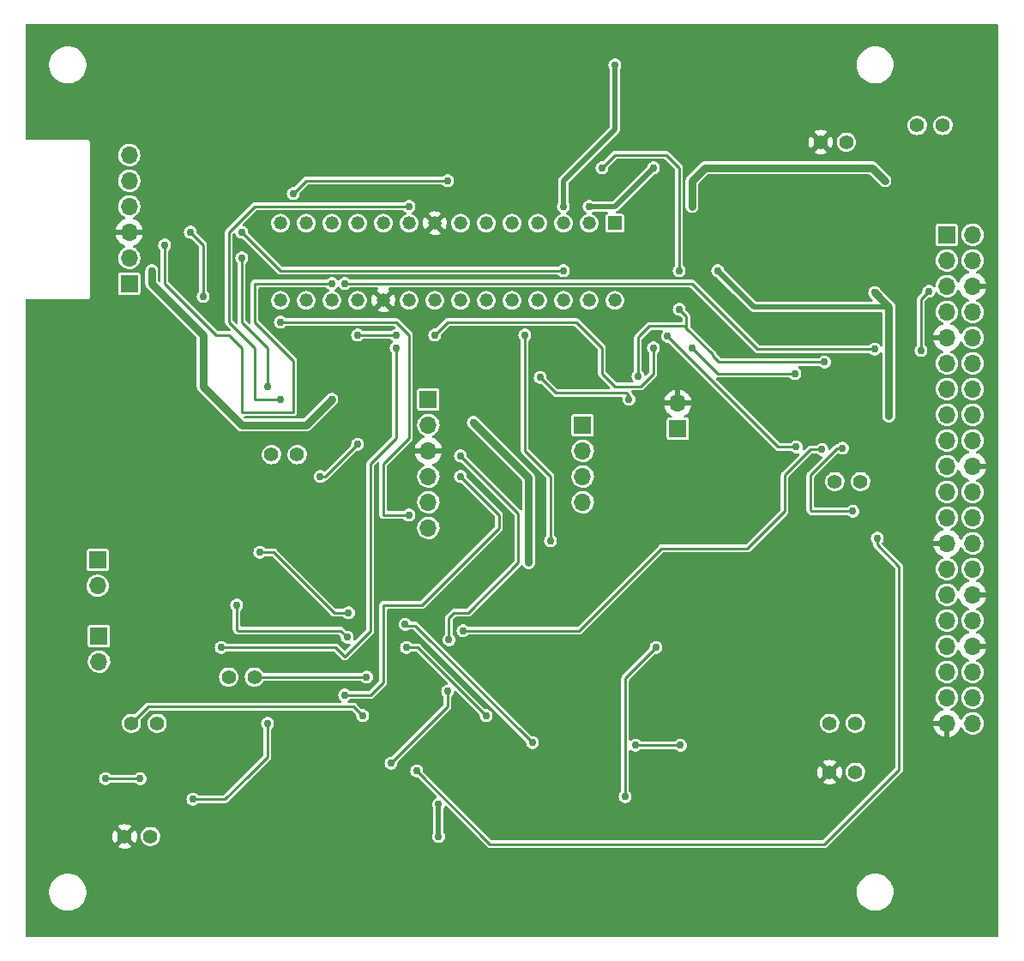
<source format=gbl>
%TF.GenerationSoftware,KiCad,Pcbnew,(6.0.2)*%
%TF.CreationDate,2022-04-25T16:55:37-06:00*%
%TF.ProjectId,ColoradoCUBE_Payload,436f6c6f-7261-4646-9f43-5542455f5061,rev?*%
%TF.SameCoordinates,Original*%
%TF.FileFunction,Copper,L2,Bot*%
%TF.FilePolarity,Positive*%
%FSLAX46Y46*%
G04 Gerber Fmt 4.6, Leading zero omitted, Abs format (unit mm)*
G04 Created by KiCad (PCBNEW (6.0.2)) date 2022-04-25 16:55:37*
%MOMM*%
%LPD*%
G01*
G04 APERTURE LIST*
%TA.AperFunction,ComponentPad*%
%ADD10R,1.700000X1.700000*%
%TD*%
%TA.AperFunction,ComponentPad*%
%ADD11O,1.700000X1.700000*%
%TD*%
%TA.AperFunction,ComponentPad*%
%ADD12R,1.320800X1.320800*%
%TD*%
%TA.AperFunction,ComponentPad*%
%ADD13C,1.320800*%
%TD*%
%TA.AperFunction,ComponentPad*%
%ADD14C,1.400000*%
%TD*%
%TA.AperFunction,ViaPad*%
%ADD15C,0.762000*%
%TD*%
%TA.AperFunction,Conductor*%
%ADD16C,0.762000*%
%TD*%
%TA.AperFunction,Conductor*%
%ADD17C,0.508000*%
%TD*%
%TA.AperFunction,Conductor*%
%ADD18C,0.254000*%
%TD*%
G04 APERTURE END LIST*
D10*
X114610998Y-67310000D03*
D11*
X114610998Y-64770000D03*
X114610998Y-62230000D03*
X114610998Y-59690000D03*
X114610998Y-57150000D03*
X114610998Y-54610000D03*
D12*
X162560000Y-61341000D03*
D13*
X160020000Y-61341000D03*
X157480000Y-61341000D03*
X154940000Y-61341000D03*
X152400000Y-61341000D03*
X149860000Y-61341000D03*
X147320000Y-61341000D03*
X144780000Y-61341000D03*
X142240000Y-61341000D03*
X139700000Y-61341000D03*
X137160000Y-61341000D03*
X134620000Y-61341000D03*
X132080000Y-61341000D03*
X129540000Y-61341000D03*
X129540000Y-68961000D03*
X132080000Y-68961000D03*
X134620000Y-68961000D03*
X137160000Y-68961000D03*
X139700000Y-68961000D03*
X142240000Y-68961000D03*
X144780000Y-68961000D03*
X147320000Y-68961000D03*
X149860000Y-68961000D03*
X152400000Y-68961000D03*
X154940000Y-68961000D03*
X157480000Y-68961000D03*
X160020000Y-68961000D03*
X162560000Y-68961000D03*
D14*
X182880000Y-53340000D03*
X185420000Y-53340000D03*
D10*
X159385000Y-81280000D03*
D11*
X159385000Y-83820000D03*
X159385000Y-86360000D03*
X159385000Y-88900000D03*
D10*
X195326000Y-62484000D03*
D11*
X197866000Y-62484000D03*
X195326000Y-65024000D03*
X197866000Y-65024000D03*
X195326000Y-67564000D03*
X197866000Y-67564000D03*
X195326000Y-70104000D03*
X197866000Y-70104000D03*
X195326000Y-72644000D03*
X197866000Y-72644000D03*
X195326000Y-75184000D03*
X197866000Y-75184000D03*
X195326000Y-77724000D03*
X197866000Y-77724000D03*
X195326000Y-80264000D03*
X197866000Y-80264000D03*
X195326000Y-82804000D03*
X197866000Y-82804000D03*
X195326000Y-85344000D03*
X197866000Y-85344000D03*
X195326000Y-87884000D03*
X197866000Y-87884000D03*
X195326000Y-90424000D03*
X197866000Y-90424000D03*
X195326000Y-92964000D03*
X197866000Y-92964000D03*
X195326000Y-95504000D03*
X197866000Y-95504000D03*
X195326000Y-98044000D03*
X197866000Y-98044000D03*
X195326000Y-100584000D03*
X197866000Y-100584000D03*
X195326000Y-103124000D03*
X197866000Y-103124000D03*
X195326000Y-105664000D03*
X197866000Y-105664000D03*
X195326000Y-108204000D03*
X197866000Y-108204000D03*
X195326000Y-110744000D03*
X197866000Y-110744000D03*
D14*
X126980000Y-106172000D03*
X124440000Y-106172000D03*
X128651000Y-84201000D03*
X131191000Y-84201000D03*
D10*
X144145000Y-78740000D03*
D11*
X144145000Y-81280000D03*
X144145000Y-83820000D03*
X144145000Y-86360000D03*
X144145000Y-88900000D03*
X144145000Y-91440000D03*
D14*
X183769000Y-110744000D03*
X186309000Y-110744000D03*
X192405000Y-51689000D03*
X194945000Y-51689000D03*
X183769000Y-115570000D03*
X186309000Y-115570000D03*
D10*
X168783000Y-81666000D03*
D11*
X168783000Y-79126000D03*
D14*
X184277000Y-86868000D03*
X186817000Y-86868000D03*
X114828000Y-110744000D03*
X117368000Y-110744000D03*
X114173000Y-121920000D03*
X116713000Y-121920000D03*
D10*
X111633000Y-102108000D03*
D11*
X111633000Y-104648000D03*
D10*
X111506000Y-94615000D03*
D11*
X111506000Y-97155000D03*
D15*
X154051000Y-94869000D03*
X148590000Y-81026000D03*
X134620000Y-78740000D03*
X116840000Y-66040000D03*
X170180000Y-59690000D03*
X189230000Y-57150000D03*
X166370000Y-55880000D03*
X160020000Y-59690000D03*
X162560000Y-45720000D03*
X157480000Y-59690000D03*
X135890000Y-67310000D03*
X188214000Y-73787000D03*
X137160000Y-72390000D03*
X140970000Y-72390000D03*
X180340000Y-76200000D03*
X170180000Y-73660000D03*
X144780000Y-72390000D03*
X166370000Y-73660000D03*
X140462000Y-114681000D03*
X146050000Y-107569000D03*
X138049000Y-106172000D03*
X183007000Y-83693000D03*
X147574000Y-101600000D03*
X137668000Y-109982000D03*
X143002000Y-115443000D03*
X188468000Y-92456000D03*
X186055000Y-89789000D03*
X185039000Y-83566000D03*
X134620000Y-67310000D03*
X118110000Y-63500000D03*
X120650000Y-62230000D03*
X125730000Y-62230000D03*
X157480000Y-66040000D03*
X121920000Y-68580000D03*
X136144000Y-102235000D03*
X168910000Y-66040000D03*
X164592000Y-112903000D03*
X161290000Y-55880000D03*
X168910000Y-69850000D03*
X141986000Y-103251000D03*
X125222000Y-99060000D03*
X142240000Y-90170000D03*
X149860000Y-109982000D03*
X129540000Y-71120000D03*
X164846000Y-76454000D03*
X183261000Y-75057000D03*
X169037000Y-112903000D03*
X127508000Y-93853000D03*
X193548000Y-68072000D03*
X167767000Y-72517000D03*
X141859000Y-100965000D03*
X154432000Y-112649000D03*
X130810000Y-58420000D03*
X180467000Y-83439000D03*
X136271000Y-99822000D03*
X128270000Y-77470000D03*
X146050000Y-57150000D03*
X192786000Y-73914000D03*
X125730000Y-64770000D03*
X147320000Y-84328000D03*
X146177000Y-102489000D03*
X140970000Y-73660000D03*
X123698000Y-103251000D03*
X163957000Y-78740000D03*
X155194000Y-76581000D03*
X153670000Y-72390000D03*
X156210000Y-92710000D03*
X135890000Y-107950000D03*
X147320000Y-86360000D03*
X163576000Y-117983000D03*
X166624000Y-103251000D03*
X188214000Y-68199000D03*
X189611000Y-80391000D03*
X145161000Y-118745000D03*
X172720000Y-66040000D03*
X145161000Y-121920000D03*
X128270000Y-110744000D03*
X137160000Y-83185000D03*
X112268000Y-116205000D03*
X120904000Y-118237000D03*
X133477000Y-86360000D03*
X142240000Y-59690000D03*
X129540000Y-78740000D03*
X115697000Y-116205000D03*
D16*
X170180000Y-57150000D02*
X171450000Y-55880000D01*
X171450000Y-55880000D02*
X187960000Y-55880000D01*
X132080000Y-81280000D02*
X125730000Y-81280000D01*
X121920000Y-73660000D02*
X121920000Y-72390000D01*
X134620000Y-78740000D02*
X132080000Y-81280000D01*
X121920000Y-72390000D02*
X118110000Y-68580000D01*
X154051000Y-86487000D02*
X148590000Y-81026000D01*
X154051000Y-94869000D02*
X154051000Y-86487000D01*
X116840000Y-67310000D02*
X116840000Y-66040000D01*
X118110000Y-68580000D02*
X116840000Y-67310000D01*
X125730000Y-81280000D02*
X121920000Y-77470000D01*
X187960000Y-55880000D02*
X189230000Y-57150000D01*
X170180000Y-59690000D02*
X170180000Y-57150000D01*
X121920000Y-77470000D02*
X121920000Y-73660000D01*
D17*
X166370000Y-55880000D02*
X162560000Y-59690000D01*
X162560000Y-59690000D02*
X160020000Y-59690000D01*
X162560000Y-45720000D02*
X162560000Y-52070000D01*
X157480000Y-57150000D02*
X157480000Y-59690000D01*
X162560000Y-52070000D02*
X157480000Y-57150000D01*
D18*
X176657000Y-73787000D02*
X176530000Y-73660000D01*
X168910000Y-67310000D02*
X135890000Y-67310000D01*
X176530000Y-73660000D02*
X170180000Y-67310000D01*
X170180000Y-67310000D02*
X168910000Y-67310000D01*
X188214000Y-73787000D02*
X176657000Y-73787000D01*
X165100000Y-77470000D02*
X162560000Y-77470000D01*
X156210000Y-71120000D02*
X146050000Y-71120000D01*
X158750000Y-71120000D02*
X156210000Y-71120000D01*
X166370000Y-73660000D02*
X166370000Y-76200000D01*
X161290000Y-76200000D02*
X161290000Y-73660000D01*
X166370000Y-76200000D02*
X165100000Y-77470000D01*
X140970000Y-72390000D02*
X137160000Y-72390000D01*
X162560000Y-77470000D02*
X161290000Y-76200000D01*
X146050000Y-71120000D02*
X144780000Y-72390000D01*
X180340000Y-76200000D02*
X172720000Y-76200000D01*
X172720000Y-76200000D02*
X170180000Y-73660000D01*
X161290000Y-73660000D02*
X158750000Y-71120000D01*
X159004000Y-101600000D02*
X167132000Y-93472000D01*
X179324000Y-89789000D02*
X179324000Y-86233000D01*
X146050000Y-109093000D02*
X146050000Y-107569000D01*
X175641000Y-93472000D02*
X179324000Y-89789000D01*
X179324000Y-86233000D02*
X181864000Y-83693000D01*
X140462000Y-114681000D02*
X146050000Y-109093000D01*
X181864000Y-83693000D02*
X183007000Y-83693000D01*
X126980000Y-106172000D02*
X138049000Y-106172000D01*
X147574000Y-101600000D02*
X159004000Y-101600000D01*
X167132000Y-93472000D02*
X175641000Y-93472000D01*
X184531000Y-83566000D02*
X185039000Y-83566000D01*
X188468000Y-93091000D02*
X188468000Y-92837000D01*
X186055000Y-89789000D02*
X181991000Y-89789000D01*
X114828000Y-110744000D02*
X116479000Y-109093000D01*
X181991000Y-89789000D02*
X181864000Y-89662000D01*
X143002000Y-115443000D02*
X150241000Y-122682000D01*
X190627000Y-95250000D02*
X188468000Y-93091000D01*
X183261000Y-122682000D02*
X190627000Y-115316000D01*
X116479000Y-109093000D02*
X136779000Y-109093000D01*
X188595000Y-92710000D02*
X188468000Y-92583000D01*
X136779000Y-109093000D02*
X137668000Y-109982000D01*
X181864000Y-86233000D02*
X184531000Y-83566000D01*
X188468000Y-92583000D02*
X188468000Y-92456000D01*
X188468000Y-92837000D02*
X188595000Y-92710000D01*
X181864000Y-89662000D02*
X181864000Y-86233000D01*
X190627000Y-115316000D02*
X190627000Y-95250000D01*
X150241000Y-122682000D02*
X183261000Y-122682000D01*
X118110000Y-63500000D02*
X118110000Y-67310000D01*
X121920000Y-71120000D02*
X123190000Y-72390000D01*
X127000000Y-67310000D02*
X134620000Y-67310000D01*
X125730000Y-80010000D02*
X130810000Y-80010000D01*
X130810000Y-77470000D02*
X130810000Y-74930000D01*
X125730000Y-73660000D02*
X125730000Y-80010000D01*
X130810000Y-80010000D02*
X130810000Y-77470000D01*
X118110000Y-67310000D02*
X121920000Y-71120000D01*
X123190000Y-72390000D02*
X124460000Y-72390000D01*
X130810000Y-74930000D02*
X127000000Y-71120000D01*
X124460000Y-72390000D02*
X125730000Y-73660000D01*
X127000000Y-71120000D02*
X127000000Y-67310000D01*
X125730000Y-62230000D02*
X129540000Y-66040000D01*
X120650000Y-62230000D02*
X121920000Y-63500000D01*
X129540000Y-66040000D02*
X157480000Y-66040000D01*
X121920000Y-63500000D02*
X121920000Y-68580000D01*
X172212000Y-74422000D02*
X172847000Y-75057000D01*
X142240000Y-72390000D02*
X140970000Y-71120000D01*
X164846000Y-72644000D02*
X164973000Y-72517000D01*
X139700000Y-85090000D02*
X140970000Y-83820000D01*
X142240000Y-90170000D02*
X139700000Y-90170000D01*
X142240000Y-82550000D02*
X142240000Y-72390000D01*
X149860000Y-109982000D02*
X143129000Y-103251000D01*
X162560000Y-54610000D02*
X167640000Y-54610000D01*
X125222000Y-101473000D02*
X125222000Y-99060000D01*
X169608500Y-70548500D02*
X169608500Y-71691500D01*
X161290000Y-55880000D02*
X162560000Y-54610000D01*
X125349000Y-101600000D02*
X125222000Y-101473000D01*
X139700000Y-90170000D02*
X139700000Y-85090000D01*
X169608500Y-71691500D02*
X172212000Y-74295000D01*
X164846000Y-76454000D02*
X164846000Y-72644000D01*
X172212000Y-74295000D02*
X172212000Y-74422000D01*
X164973000Y-72517000D02*
X165989000Y-71501000D01*
X169418000Y-71501000D02*
X169608500Y-71691500D01*
X168910000Y-55880000D02*
X168910000Y-66040000D01*
X140970000Y-71120000D02*
X129540000Y-71120000D01*
X168656000Y-112903000D02*
X169037000Y-112903000D01*
X143129000Y-103251000D02*
X141986000Y-103251000D01*
X167640000Y-54610000D02*
X168910000Y-55880000D01*
X136144000Y-102235000D02*
X135509000Y-101600000D01*
X165989000Y-71501000D02*
X169418000Y-71501000D01*
X168910000Y-69850000D02*
X169608500Y-70548500D01*
X172847000Y-75057000D02*
X183261000Y-75057000D01*
X140970000Y-83820000D02*
X142240000Y-82550000D01*
X135509000Y-101600000D02*
X125349000Y-101600000D01*
X168656000Y-112903000D02*
X164592000Y-112903000D01*
X192786000Y-73914000D02*
X192786000Y-68834000D01*
X136271000Y-99822000D02*
X134874000Y-99822000D01*
X125730000Y-71120000D02*
X125730000Y-64770000D01*
X142240000Y-101092000D02*
X141986000Y-101092000D01*
X127000000Y-72390000D02*
X125730000Y-71120000D01*
X134874000Y-99822000D02*
X129159000Y-94107000D01*
X141986000Y-101092000D02*
X141859000Y-100965000D01*
X142875000Y-101092000D02*
X142240000Y-101092000D01*
X129159000Y-94107000D02*
X128905000Y-93853000D01*
X167767000Y-72517000D02*
X178689000Y-83439000D01*
X146050000Y-57150000D02*
X132080000Y-57150000D01*
X128270000Y-73660000D02*
X127000000Y-72390000D01*
X178689000Y-83439000D02*
X180467000Y-83439000D01*
X132080000Y-57150000D02*
X130810000Y-58420000D01*
X128905000Y-93853000D02*
X127508000Y-93853000D01*
X154432000Y-112649000D02*
X142875000Y-101092000D01*
X128270000Y-77470000D02*
X128270000Y-73660000D01*
X192786000Y-68834000D02*
X193548000Y-68072000D01*
X153035000Y-90043000D02*
X153035000Y-94869000D01*
X146177000Y-100330000D02*
X146177000Y-102489000D01*
X147320000Y-84328000D02*
X153035000Y-90043000D01*
X153035000Y-94869000D02*
X148082000Y-99822000D01*
X146685000Y-99822000D02*
X146177000Y-100330000D01*
X148082000Y-99822000D02*
X146685000Y-99822000D01*
X123698000Y-103251000D02*
X135001000Y-103251000D01*
X135001000Y-103251000D02*
X135890000Y-104140000D01*
X140970000Y-82550000D02*
X140970000Y-73660000D01*
X135890000Y-104140000D02*
X138430000Y-101600000D01*
X138430000Y-101600000D02*
X138430000Y-85090000D01*
X138430000Y-85090000D02*
X140970000Y-82550000D01*
X163957000Y-78359000D02*
X163957000Y-78740000D01*
X155194000Y-76581000D02*
X156718000Y-78105000D01*
X156718000Y-78105000D02*
X163703000Y-78105000D01*
X163703000Y-78105000D02*
X163957000Y-78359000D01*
X154940000Y-85090000D02*
X156210000Y-86360000D01*
X156210000Y-86360000D02*
X156210000Y-92710000D01*
X153670000Y-72390000D02*
X153670000Y-83820000D01*
X153670000Y-83820000D02*
X154940000Y-85090000D01*
X147320000Y-86360000D02*
X151130000Y-90170000D01*
X151130000Y-91440000D02*
X143510000Y-99060000D01*
X139700000Y-106680000D02*
X138430000Y-107950000D01*
X151130000Y-90170000D02*
X151130000Y-91440000D01*
X139700000Y-99060000D02*
X139700000Y-106680000D01*
X143510000Y-99060000D02*
X139700000Y-99060000D01*
X138430000Y-107950000D02*
X135890000Y-107950000D01*
X163576000Y-106299000D02*
X166624000Y-103251000D01*
X163576000Y-117983000D02*
X163576000Y-106299000D01*
D17*
X176276000Y-69596000D02*
X189611000Y-69596000D01*
D16*
X188214000Y-68199000D02*
X189611000Y-69596000D01*
D17*
X172720000Y-66040000D02*
X176276000Y-69596000D01*
D16*
X189611000Y-69596000D02*
X189611000Y-80391000D01*
D17*
X145161000Y-121920000D02*
X145161000Y-118745000D01*
D18*
X133477000Y-86360000D02*
X133985000Y-86360000D01*
X126492000Y-115824000D02*
X128270000Y-114046000D01*
X127000000Y-59690000D02*
X142240000Y-59690000D01*
X128270000Y-114046000D02*
X128270000Y-110744000D01*
X115697000Y-116205000D02*
X112268000Y-116205000D01*
X127000000Y-78740000D02*
X127000000Y-73660000D01*
X124460000Y-62230000D02*
X127000000Y-59690000D01*
X124460000Y-71120000D02*
X124460000Y-62230000D01*
X129540000Y-78740000D02*
X127000000Y-78740000D01*
X124079000Y-118237000D02*
X126492000Y-115824000D01*
X120904000Y-118237000D02*
X124079000Y-118237000D01*
X127000000Y-73660000D02*
X124460000Y-71120000D01*
X133985000Y-86360000D02*
X137160000Y-83185000D01*
%TA.AperFunction,Conductor*%
G36*
X200348121Y-41676002D02*
G01*
X200394614Y-41729658D01*
X200406000Y-41782000D01*
X200406000Y-131700000D01*
X200385998Y-131768121D01*
X200332342Y-131814614D01*
X200280000Y-131826000D01*
X104520000Y-131826000D01*
X104451879Y-131805998D01*
X104405386Y-131752342D01*
X104394000Y-131700000D01*
X104394000Y-127534075D01*
X106717591Y-127534075D01*
X106754284Y-127803691D01*
X106755593Y-127808181D01*
X106755594Y-127808187D01*
X106787993Y-127919342D01*
X106830426Y-128064922D01*
X106832384Y-128069169D01*
X106832385Y-128069172D01*
X106875363Y-128162398D01*
X106944344Y-128312029D01*
X106974220Y-128357598D01*
X107090970Y-128535671D01*
X107090974Y-128535676D01*
X107093536Y-128539584D01*
X107274723Y-128742588D01*
X107483926Y-128916580D01*
X107716549Y-129057739D01*
X107720863Y-129059548D01*
X107720865Y-129059549D01*
X107963167Y-129161155D01*
X107963172Y-129161157D01*
X107967482Y-129162964D01*
X107972014Y-129164115D01*
X107972017Y-129164116D01*
X108103513Y-129197512D01*
X108231211Y-129229943D01*
X108457213Y-129252700D01*
X108619073Y-129252700D01*
X108621398Y-129252527D01*
X108621404Y-129252527D01*
X108816701Y-129238014D01*
X108816705Y-129238013D01*
X108821353Y-129237668D01*
X109086746Y-129177616D01*
X109091100Y-129175923D01*
X109335993Y-129080689D01*
X109335995Y-129080688D01*
X109340346Y-129078996D01*
X109344402Y-129076678D01*
X109572528Y-128946294D01*
X109572530Y-128946292D01*
X109576585Y-128943975D01*
X109790271Y-128775518D01*
X109976710Y-128577327D01*
X110131807Y-128353756D01*
X110252155Y-128109715D01*
X110335109Y-127850567D01*
X110378847Y-127582003D01*
X110379474Y-127534075D01*
X186417591Y-127534075D01*
X186454284Y-127803691D01*
X186455593Y-127808181D01*
X186455594Y-127808187D01*
X186487993Y-127919342D01*
X186530426Y-128064922D01*
X186532384Y-128069169D01*
X186532385Y-128069172D01*
X186575363Y-128162398D01*
X186644344Y-128312029D01*
X186674220Y-128357598D01*
X186790970Y-128535671D01*
X186790974Y-128535676D01*
X186793536Y-128539584D01*
X186974723Y-128742588D01*
X187183926Y-128916580D01*
X187416549Y-129057739D01*
X187420863Y-129059548D01*
X187420865Y-129059549D01*
X187663167Y-129161155D01*
X187663172Y-129161157D01*
X187667482Y-129162964D01*
X187672014Y-129164115D01*
X187672017Y-129164116D01*
X187803513Y-129197512D01*
X187931211Y-129229943D01*
X188157213Y-129252700D01*
X188319073Y-129252700D01*
X188321398Y-129252527D01*
X188321404Y-129252527D01*
X188516701Y-129238014D01*
X188516705Y-129238013D01*
X188521353Y-129237668D01*
X188786746Y-129177616D01*
X188791100Y-129175923D01*
X189035993Y-129080689D01*
X189035995Y-129080688D01*
X189040346Y-129078996D01*
X189044402Y-129076678D01*
X189272528Y-128946294D01*
X189272530Y-128946292D01*
X189276585Y-128943975D01*
X189490271Y-128775518D01*
X189676710Y-128577327D01*
X189831807Y-128353756D01*
X189952155Y-128109715D01*
X190035109Y-127850567D01*
X190078847Y-127582003D01*
X190082409Y-127309925D01*
X190045716Y-127040309D01*
X190033396Y-126998039D01*
X190012007Y-126924658D01*
X189969574Y-126779078D01*
X189946994Y-126730097D01*
X189857613Y-126536217D01*
X189855656Y-126531971D01*
X189822373Y-126481206D01*
X189709030Y-126308329D01*
X189709026Y-126308324D01*
X189706464Y-126304416D01*
X189525277Y-126101412D01*
X189316074Y-125927420D01*
X189083451Y-125786261D01*
X189032759Y-125765004D01*
X188836833Y-125682845D01*
X188836828Y-125682843D01*
X188832518Y-125681036D01*
X188827986Y-125679885D01*
X188827983Y-125679884D01*
X188696487Y-125646488D01*
X188568789Y-125614057D01*
X188342787Y-125591300D01*
X188180927Y-125591300D01*
X188178602Y-125591473D01*
X188178596Y-125591473D01*
X187983299Y-125605986D01*
X187983295Y-125605987D01*
X187978647Y-125606332D01*
X187713254Y-125666384D01*
X187708902Y-125668076D01*
X187708900Y-125668077D01*
X187464007Y-125763311D01*
X187464005Y-125763312D01*
X187459654Y-125765004D01*
X187455600Y-125767321D01*
X187455598Y-125767322D01*
X187418214Y-125788689D01*
X187223415Y-125900025D01*
X187009729Y-126068482D01*
X186823290Y-126266673D01*
X186668193Y-126490244D01*
X186547845Y-126734285D01*
X186464891Y-126993433D01*
X186421153Y-127261997D01*
X186417591Y-127534075D01*
X110379474Y-127534075D01*
X110382409Y-127309925D01*
X110345716Y-127040309D01*
X110333396Y-126998039D01*
X110312007Y-126924658D01*
X110269574Y-126779078D01*
X110246994Y-126730097D01*
X110157613Y-126536217D01*
X110155656Y-126531971D01*
X110122373Y-126481206D01*
X110009030Y-126308329D01*
X110009026Y-126308324D01*
X110006464Y-126304416D01*
X109825277Y-126101412D01*
X109616074Y-125927420D01*
X109383451Y-125786261D01*
X109332759Y-125765004D01*
X109136833Y-125682845D01*
X109136828Y-125682843D01*
X109132518Y-125681036D01*
X109127986Y-125679885D01*
X109127983Y-125679884D01*
X108996487Y-125646488D01*
X108868789Y-125614057D01*
X108642787Y-125591300D01*
X108480927Y-125591300D01*
X108478602Y-125591473D01*
X108478596Y-125591473D01*
X108283299Y-125605986D01*
X108283295Y-125605987D01*
X108278647Y-125606332D01*
X108013254Y-125666384D01*
X108008902Y-125668076D01*
X108008900Y-125668077D01*
X107764007Y-125763311D01*
X107764005Y-125763312D01*
X107759654Y-125765004D01*
X107755600Y-125767321D01*
X107755598Y-125767322D01*
X107718214Y-125788689D01*
X107523415Y-125900025D01*
X107309729Y-126068482D01*
X107123290Y-126266673D01*
X106968193Y-126490244D01*
X106847845Y-126734285D01*
X106764891Y-126993433D01*
X106721153Y-127261997D01*
X106717591Y-127534075D01*
X104394000Y-127534075D01*
X104394000Y-122934261D01*
X113523294Y-122934261D01*
X113532590Y-122946276D01*
X113562189Y-122967001D01*
X113571677Y-122972479D01*
X113753277Y-123057159D01*
X113763571Y-123060907D01*
X113957122Y-123112769D01*
X113967909Y-123114671D01*
X114167525Y-123132135D01*
X114178475Y-123132135D01*
X114378091Y-123114671D01*
X114388878Y-123112769D01*
X114582429Y-123060907D01*
X114592723Y-123057159D01*
X114774323Y-122972479D01*
X114783811Y-122967001D01*
X114814248Y-122945689D01*
X114822623Y-122935212D01*
X114815554Y-122921764D01*
X114185812Y-122292022D01*
X114171868Y-122284408D01*
X114170035Y-122284539D01*
X114163420Y-122288790D01*
X113529724Y-122922486D01*
X113523294Y-122934261D01*
X104394000Y-122934261D01*
X104394000Y-121925475D01*
X112960865Y-121925475D01*
X112978329Y-122125091D01*
X112980231Y-122135878D01*
X113032093Y-122329429D01*
X113035841Y-122339723D01*
X113120521Y-122521323D01*
X113125999Y-122530811D01*
X113147311Y-122561248D01*
X113157788Y-122569623D01*
X113171236Y-122562554D01*
X113800978Y-121932812D01*
X113807356Y-121921132D01*
X114537408Y-121921132D01*
X114537539Y-121922965D01*
X114541790Y-121929580D01*
X115175486Y-122563276D01*
X115187261Y-122569706D01*
X115199276Y-122560410D01*
X115220001Y-122530811D01*
X115225479Y-122521323D01*
X115310159Y-122339723D01*
X115313907Y-122329429D01*
X115365769Y-122135878D01*
X115367671Y-122125091D01*
X115385135Y-121925475D01*
X115385135Y-121914525D01*
X115384442Y-121906609D01*
X115753975Y-121906609D01*
X115769639Y-122093139D01*
X115771338Y-122099064D01*
X115818517Y-122263595D01*
X115821235Y-122273075D01*
X115824050Y-122278552D01*
X115824051Y-122278555D01*
X115903982Y-122434085D01*
X115906797Y-122439562D01*
X115910620Y-122444386D01*
X115910623Y-122444390D01*
X115999609Y-122556661D01*
X116023068Y-122586259D01*
X116165618Y-122707579D01*
X116170996Y-122710585D01*
X116170998Y-122710586D01*
X116205396Y-122729810D01*
X116329018Y-122798900D01*
X116507043Y-122856744D01*
X116692914Y-122878908D01*
X116699049Y-122878436D01*
X116699051Y-122878436D01*
X116873408Y-122865020D01*
X116873413Y-122865019D01*
X116879549Y-122864547D01*
X116885479Y-122862891D01*
X116885481Y-122862891D01*
X117053913Y-122815864D01*
X117053912Y-122815864D01*
X117059841Y-122814209D01*
X117090148Y-122798900D01*
X117138774Y-122774337D01*
X117226921Y-122729810D01*
X117255376Y-122707579D01*
X117369571Y-122618360D01*
X117369572Y-122618360D01*
X117374427Y-122614566D01*
X117496738Y-122472867D01*
X117505967Y-122456622D01*
X117561853Y-122358244D01*
X117589198Y-122310108D01*
X117648283Y-122132491D01*
X117671744Y-121946780D01*
X117672118Y-121920000D01*
X117653852Y-121733706D01*
X117599749Y-121554509D01*
X117596305Y-121548032D01*
X117514764Y-121394674D01*
X117514762Y-121394671D01*
X117511870Y-121389232D01*
X117507980Y-121384462D01*
X117507977Y-121384458D01*
X117397457Y-121248948D01*
X117397454Y-121248945D01*
X117393562Y-121244173D01*
X117249332Y-121124855D01*
X117084673Y-121035824D01*
X116995265Y-121008148D01*
X116911744Y-120982294D01*
X116911741Y-120982293D01*
X116905857Y-120980472D01*
X116899732Y-120979828D01*
X116899731Y-120979828D01*
X116725824Y-120961549D01*
X116725823Y-120961549D01*
X116719696Y-120960905D01*
X116643143Y-120967872D01*
X116539418Y-120977312D01*
X116539415Y-120977313D01*
X116533279Y-120977871D01*
X116527373Y-120979609D01*
X116527369Y-120979610D01*
X116392075Y-121019429D01*
X116353708Y-121030721D01*
X116187822Y-121117444D01*
X116183022Y-121121304D01*
X116183021Y-121121304D01*
X116173718Y-121128784D01*
X116041940Y-121234736D01*
X115921619Y-121378130D01*
X115918655Y-121383522D01*
X115918652Y-121383526D01*
X115855493Y-121498412D01*
X115831441Y-121542163D01*
X115829580Y-121548030D01*
X115829579Y-121548032D01*
X115780064Y-121704122D01*
X115774841Y-121720588D01*
X115753975Y-121906609D01*
X115384442Y-121906609D01*
X115367671Y-121714909D01*
X115365769Y-121704122D01*
X115313907Y-121510571D01*
X115310159Y-121500277D01*
X115225479Y-121318677D01*
X115220001Y-121309189D01*
X115198689Y-121278752D01*
X115188212Y-121270377D01*
X115174764Y-121277446D01*
X114545022Y-121907188D01*
X114537408Y-121921132D01*
X113807356Y-121921132D01*
X113808592Y-121918868D01*
X113808461Y-121917035D01*
X113804210Y-121910420D01*
X113170514Y-121276724D01*
X113158739Y-121270294D01*
X113146724Y-121279590D01*
X113125999Y-121309189D01*
X113120521Y-121318677D01*
X113035841Y-121500277D01*
X113032093Y-121510571D01*
X112980231Y-121704122D01*
X112978329Y-121714909D01*
X112960865Y-121914525D01*
X112960865Y-121925475D01*
X104394000Y-121925475D01*
X104394000Y-120904788D01*
X113523377Y-120904788D01*
X113530446Y-120918236D01*
X114160188Y-121547978D01*
X114174132Y-121555592D01*
X114175965Y-121555461D01*
X114182580Y-121551210D01*
X114816276Y-120917514D01*
X114822706Y-120905739D01*
X114813410Y-120893724D01*
X114783811Y-120872999D01*
X114774323Y-120867521D01*
X114592723Y-120782841D01*
X114582429Y-120779093D01*
X114388878Y-120727231D01*
X114378091Y-120725329D01*
X114178475Y-120707865D01*
X114167525Y-120707865D01*
X113967909Y-120725329D01*
X113957122Y-120727231D01*
X113763571Y-120779093D01*
X113753277Y-120782841D01*
X113571677Y-120867521D01*
X113562189Y-120872999D01*
X113531752Y-120894311D01*
X113523377Y-120904788D01*
X104394000Y-120904788D01*
X104394000Y-118230296D01*
X120263867Y-118230296D01*
X120280746Y-118383183D01*
X120283355Y-118390314D01*
X120283356Y-118390316D01*
X120326585Y-118508443D01*
X120333606Y-118527630D01*
X120337842Y-118533933D01*
X120337842Y-118533934D01*
X120415162Y-118648999D01*
X120415165Y-118649002D01*
X120419396Y-118655299D01*
X120441320Y-118675248D01*
X120510609Y-118738296D01*
X120533163Y-118758819D01*
X120668338Y-118832213D01*
X120817119Y-118871245D01*
X120896938Y-118872499D01*
X120963318Y-118873542D01*
X120963321Y-118873542D01*
X120970916Y-118873661D01*
X120978320Y-118871965D01*
X120978322Y-118871965D01*
X121033589Y-118859307D01*
X121120849Y-118839322D01*
X121142187Y-118828590D01*
X121251481Y-118773622D01*
X121251484Y-118773620D01*
X121258264Y-118770210D01*
X121375226Y-118670314D01*
X121379659Y-118664144D01*
X121384193Y-118659214D01*
X121445026Y-118622609D01*
X121476942Y-118618500D01*
X124024865Y-118618500D01*
X124049164Y-118621086D01*
X124050602Y-118621154D01*
X124060780Y-118623345D01*
X124094341Y-118619373D01*
X124100320Y-118619021D01*
X124100312Y-118618928D01*
X124105490Y-118618500D01*
X124110692Y-118618500D01*
X124129846Y-118615312D01*
X124135704Y-118614478D01*
X124152318Y-118612512D01*
X124176567Y-118609642D01*
X124176568Y-118609642D01*
X124186907Y-118608418D01*
X124195206Y-118604433D01*
X124204283Y-118602922D01*
X124249651Y-118578442D01*
X124254914Y-118575761D01*
X124294250Y-118556873D01*
X124294254Y-118556870D01*
X124301398Y-118553440D01*
X124305692Y-118549830D01*
X124307624Y-118547898D01*
X124309573Y-118546111D01*
X124309626Y-118546082D01*
X124309745Y-118546212D01*
X124310313Y-118545711D01*
X124316057Y-118542612D01*
X124352867Y-118502791D01*
X124356296Y-118499226D01*
X126784171Y-116071352D01*
X126784174Y-116071348D01*
X127419226Y-115436296D01*
X142361867Y-115436296D01*
X142368483Y-115496225D01*
X142377686Y-115579580D01*
X142378746Y-115589183D01*
X142381355Y-115596314D01*
X142381356Y-115596316D01*
X142410433Y-115675771D01*
X142431606Y-115733630D01*
X142435842Y-115739933D01*
X142435842Y-115739934D01*
X142513162Y-115854999D01*
X142513165Y-115855002D01*
X142517396Y-115861299D01*
X142523010Y-115866407D01*
X142602558Y-115938790D01*
X142631163Y-115964819D01*
X142766338Y-116038213D01*
X142915119Y-116077245D01*
X142998788Y-116078559D01*
X143048593Y-116079342D01*
X143116391Y-116100411D01*
X143135709Y-116116231D01*
X144965360Y-117945882D01*
X144999386Y-118008194D01*
X144994321Y-118079009D01*
X144951774Y-118135845D01*
X144934055Y-118146943D01*
X144917021Y-118155735D01*
X144801172Y-118215529D01*
X144795450Y-118220521D01*
X144795448Y-118220522D01*
X144734570Y-118273630D01*
X144685262Y-118316644D01*
X144596818Y-118442488D01*
X144594059Y-118449563D01*
X144594058Y-118449566D01*
X144543704Y-118578717D01*
X144540944Y-118585797D01*
X144539952Y-118593330D01*
X144539952Y-118593331D01*
X144536001Y-118623345D01*
X144520867Y-118738296D01*
X144524767Y-118773622D01*
X144535812Y-118873661D01*
X144537746Y-118891183D01*
X144540355Y-118898314D01*
X144540356Y-118898316D01*
X144549879Y-118924337D01*
X144590606Y-119035630D01*
X144594842Y-119041933D01*
X144594842Y-119041934D01*
X144631082Y-119095865D01*
X144652500Y-119166141D01*
X144652500Y-121498412D01*
X144629587Y-121570862D01*
X144596818Y-121617488D01*
X144594059Y-121624563D01*
X144594058Y-121624566D01*
X144554235Y-121726707D01*
X144540944Y-121760797D01*
X144539952Y-121768330D01*
X144539952Y-121768331D01*
X144522554Y-121900484D01*
X144520867Y-121913296D01*
X144537746Y-122066183D01*
X144540355Y-122073314D01*
X144540356Y-122073316D01*
X144564153Y-122138343D01*
X144590606Y-122210630D01*
X144594842Y-122216933D01*
X144594842Y-122216934D01*
X144672162Y-122331999D01*
X144672165Y-122332002D01*
X144676396Y-122338299D01*
X144790163Y-122441819D01*
X144925338Y-122515213D01*
X145074119Y-122554245D01*
X145153938Y-122555499D01*
X145220318Y-122556542D01*
X145220321Y-122556542D01*
X145227916Y-122556661D01*
X145235320Y-122554965D01*
X145235322Y-122554965D01*
X145290589Y-122542307D01*
X145377849Y-122522322D01*
X145466899Y-122477535D01*
X145508481Y-122456622D01*
X145508484Y-122456620D01*
X145515264Y-122453210D01*
X145632226Y-122353314D01*
X145721983Y-122228403D01*
X145779355Y-122085688D01*
X145801028Y-121933407D01*
X145801168Y-121920000D01*
X145800506Y-121914525D01*
X145783601Y-121774839D01*
X145782689Y-121767299D01*
X145728319Y-121623413D01*
X145719975Y-121611272D01*
X145691660Y-121570072D01*
X145669500Y-121498706D01*
X145669500Y-119167017D01*
X145693177Y-119093491D01*
X145717552Y-119059569D01*
X145721983Y-119053403D01*
X145751459Y-118980081D01*
X145795426Y-118924337D01*
X145862552Y-118901212D01*
X145931523Y-118918049D01*
X145957461Y-118937983D01*
X147980382Y-120960905D01*
X149932956Y-122913479D01*
X149948315Y-122932495D01*
X149949281Y-122933556D01*
X149954929Y-122942304D01*
X149963106Y-122948750D01*
X149981472Y-122963229D01*
X149985947Y-122967206D01*
X149986008Y-122967135D01*
X149989965Y-122970488D01*
X149993648Y-122974171D01*
X149997883Y-122977197D01*
X149997885Y-122977199D01*
X150009436Y-122985453D01*
X150014182Y-122989016D01*
X150054670Y-123020934D01*
X150063357Y-123023985D01*
X150070843Y-123029334D01*
X150080819Y-123032317D01*
X150080820Y-123032318D01*
X150112202Y-123041703D01*
X150116463Y-123042977D01*
X150120211Y-123044098D01*
X150125843Y-123045928D01*
X150174502Y-123063016D01*
X150180091Y-123063500D01*
X150182802Y-123063500D01*
X150185469Y-123063615D01*
X150185532Y-123063634D01*
X150185525Y-123063808D01*
X150186271Y-123063855D01*
X150192524Y-123065725D01*
X150242383Y-123063766D01*
X150246678Y-123063597D01*
X150251625Y-123063500D01*
X183206865Y-123063500D01*
X183231164Y-123066086D01*
X183232602Y-123066154D01*
X183242780Y-123068345D01*
X183276341Y-123064373D01*
X183282320Y-123064021D01*
X183282312Y-123063928D01*
X183287490Y-123063500D01*
X183292692Y-123063500D01*
X183311846Y-123060312D01*
X183317704Y-123059478D01*
X183337298Y-123057159D01*
X183358567Y-123054642D01*
X183358568Y-123054642D01*
X183368907Y-123053418D01*
X183377206Y-123049433D01*
X183386283Y-123047922D01*
X183431651Y-123023442D01*
X183436914Y-123020761D01*
X183476250Y-123001873D01*
X183476254Y-123001870D01*
X183483398Y-122998440D01*
X183487692Y-122994830D01*
X183489624Y-122992898D01*
X183491573Y-122991111D01*
X183491626Y-122991082D01*
X183491745Y-122991212D01*
X183492313Y-122990711D01*
X183498057Y-122987612D01*
X183534868Y-122947790D01*
X183538297Y-122944225D01*
X190858479Y-115624044D01*
X190877495Y-115608685D01*
X190878556Y-115607719D01*
X190887304Y-115602071D01*
X190908229Y-115575528D01*
X190912208Y-115571050D01*
X190912137Y-115570990D01*
X190915490Y-115567033D01*
X190919171Y-115563352D01*
X190930469Y-115547543D01*
X190934032Y-115542798D01*
X190959485Y-115510510D01*
X190965934Y-115502330D01*
X190968984Y-115493645D01*
X190974334Y-115486158D01*
X190989109Y-115436753D01*
X190990930Y-115431150D01*
X191005388Y-115389981D01*
X191008016Y-115382498D01*
X191008500Y-115376909D01*
X191008500Y-115374196D01*
X191008615Y-115371531D01*
X191008634Y-115371468D01*
X191008808Y-115371475D01*
X191008855Y-115370729D01*
X191010725Y-115364476D01*
X191008597Y-115310322D01*
X191008500Y-115305375D01*
X191008500Y-111011966D01*
X193994257Y-111011966D01*
X194024565Y-111146446D01*
X194027645Y-111156275D01*
X194107770Y-111353603D01*
X194112413Y-111362794D01*
X194223694Y-111544388D01*
X194229777Y-111552699D01*
X194369213Y-111713667D01*
X194376580Y-111720883D01*
X194540434Y-111856916D01*
X194548881Y-111862831D01*
X194732756Y-111970279D01*
X194742042Y-111974729D01*
X194941001Y-112050703D01*
X194950899Y-112053579D01*
X195054250Y-112074606D01*
X195068299Y-112073410D01*
X195072000Y-112063065D01*
X195072000Y-111016115D01*
X195067525Y-111000876D01*
X195066135Y-110999671D01*
X195058452Y-110998000D01*
X194009225Y-110998000D01*
X193995694Y-111001973D01*
X193994257Y-111011966D01*
X191008500Y-111011966D01*
X191008500Y-110478183D01*
X193990389Y-110478183D01*
X193991912Y-110486607D01*
X194004292Y-110490000D01*
X195454000Y-110490000D01*
X195522121Y-110510002D01*
X195568614Y-110563658D01*
X195580000Y-110616000D01*
X195580000Y-112062517D01*
X195584064Y-112076359D01*
X195597478Y-112078393D01*
X195604184Y-112077534D01*
X195614262Y-112075392D01*
X195818255Y-112014191D01*
X195827842Y-112010433D01*
X196019095Y-111916739D01*
X196027945Y-111911464D01*
X196201328Y-111787792D01*
X196209200Y-111781139D01*
X196360052Y-111630812D01*
X196366730Y-111622965D01*
X196491003Y-111450020D01*
X196496313Y-111441183D01*
X196590670Y-111250267D01*
X196594469Y-111240672D01*
X196611066Y-111186047D01*
X196650007Y-111126683D01*
X196714862Y-111097796D01*
X196785038Y-111108558D01*
X196838256Y-111155551D01*
X196846048Y-111169922D01*
X196905377Y-111298616D01*
X196908710Y-111303332D01*
X197006965Y-111442360D01*
X197022533Y-111464389D01*
X197167938Y-111606035D01*
X197172742Y-111609245D01*
X197216090Y-111638209D01*
X197336720Y-111718812D01*
X197342023Y-111721090D01*
X197342026Y-111721092D01*
X197517921Y-111796662D01*
X197523228Y-111798942D01*
X197596244Y-111815464D01*
X197715579Y-111842467D01*
X197715584Y-111842468D01*
X197721216Y-111843742D01*
X197726987Y-111843969D01*
X197726989Y-111843969D01*
X197786756Y-111846317D01*
X197924053Y-111851712D01*
X198024499Y-111837148D01*
X198119231Y-111823413D01*
X198119236Y-111823412D01*
X198124945Y-111822584D01*
X198130409Y-111820729D01*
X198130414Y-111820728D01*
X198311693Y-111759192D01*
X198311698Y-111759190D01*
X198317165Y-111757334D01*
X198494276Y-111658147D01*
X198521586Y-111635434D01*
X198624291Y-111550014D01*
X198650345Y-111528345D01*
X198715488Y-111450020D01*
X198776453Y-111376718D01*
X198776455Y-111376715D01*
X198780147Y-111372276D01*
X198879334Y-111195165D01*
X198881190Y-111189698D01*
X198881192Y-111189693D01*
X198942728Y-111008414D01*
X198942729Y-111008409D01*
X198944584Y-111002945D01*
X198945412Y-110997236D01*
X198945413Y-110997231D01*
X198973179Y-110805727D01*
X198973712Y-110802053D01*
X198975232Y-110744000D01*
X198960716Y-110586017D01*
X198957187Y-110547613D01*
X198957186Y-110547610D01*
X198956658Y-110541859D01*
X198955090Y-110536299D01*
X198903125Y-110352046D01*
X198903124Y-110352044D01*
X198901557Y-110346487D01*
X198889414Y-110321862D01*
X198814331Y-110169609D01*
X198811776Y-110164428D01*
X198690320Y-110001779D01*
X198541258Y-109863987D01*
X198536375Y-109860906D01*
X198536371Y-109860903D01*
X198374464Y-109758748D01*
X198369581Y-109755667D01*
X198181039Y-109680446D01*
X198175379Y-109679320D01*
X198175375Y-109679319D01*
X197987613Y-109641971D01*
X197987610Y-109641971D01*
X197981946Y-109640844D01*
X197976171Y-109640768D01*
X197976167Y-109640768D01*
X197874793Y-109639441D01*
X197778971Y-109638187D01*
X197773274Y-109639166D01*
X197773273Y-109639166D01*
X197584607Y-109671585D01*
X197578910Y-109672564D01*
X197388463Y-109742824D01*
X197214010Y-109846612D01*
X197209670Y-109850418D01*
X197209666Y-109850421D01*
X197091655Y-109953915D01*
X197061392Y-109980455D01*
X196935720Y-110139869D01*
X196933031Y-110144980D01*
X196933029Y-110144983D01*
X196843589Y-110314980D01*
X196794170Y-110365952D01*
X196725037Y-110382115D01*
X196658141Y-110358336D01*
X196618003Y-110303973D01*
X196615955Y-110304863D01*
X196528972Y-110104814D01*
X196524105Y-110095739D01*
X196408426Y-109916926D01*
X196402136Y-109908757D01*
X196258806Y-109751240D01*
X196251273Y-109744215D01*
X196084139Y-109612222D01*
X196075552Y-109606517D01*
X195889117Y-109503599D01*
X195879705Y-109499369D01*
X195765391Y-109458888D01*
X195707855Y-109417294D01*
X195681939Y-109351196D01*
X195695873Y-109281580D01*
X195745232Y-109230549D01*
X195766943Y-109220804D01*
X195777165Y-109217334D01*
X195783478Y-109213799D01*
X195867077Y-109166981D01*
X195954276Y-109118147D01*
X195994307Y-109084854D01*
X196105913Y-108992031D01*
X196110345Y-108988345D01*
X196167463Y-108919669D01*
X196236453Y-108836718D01*
X196236455Y-108836715D01*
X196240147Y-108832276D01*
X196339334Y-108655165D01*
X196341190Y-108649698D01*
X196341192Y-108649693D01*
X196402728Y-108468414D01*
X196402729Y-108468409D01*
X196404584Y-108462945D01*
X196405412Y-108457236D01*
X196405413Y-108457231D01*
X196425914Y-108315834D01*
X196433712Y-108262053D01*
X196435232Y-108204000D01*
X196432564Y-108174964D01*
X196757148Y-108174964D01*
X196764606Y-108288761D01*
X196769820Y-108368299D01*
X196770424Y-108377522D01*
X196771845Y-108383118D01*
X196771846Y-108383123D01*
X196802289Y-108502988D01*
X196820392Y-108574269D01*
X196822809Y-108579512D01*
X196882819Y-108709684D01*
X196905377Y-108758616D01*
X196920609Y-108780169D01*
X196993133Y-108882788D01*
X197022533Y-108924389D01*
X197167938Y-109066035D01*
X197172742Y-109069245D01*
X197199796Y-109087322D01*
X197336720Y-109178812D01*
X197342023Y-109181090D01*
X197342026Y-109181092D01*
X197457141Y-109230549D01*
X197523228Y-109258942D01*
X197574948Y-109270645D01*
X197715579Y-109302467D01*
X197715584Y-109302468D01*
X197721216Y-109303742D01*
X197726987Y-109303969D01*
X197726989Y-109303969D01*
X197786756Y-109306317D01*
X197924053Y-109311712D01*
X198024499Y-109297148D01*
X198119231Y-109283413D01*
X198119236Y-109283412D01*
X198124945Y-109282584D01*
X198130409Y-109280729D01*
X198130414Y-109280728D01*
X198311693Y-109219192D01*
X198311698Y-109219190D01*
X198317165Y-109217334D01*
X198323478Y-109213799D01*
X198407077Y-109166981D01*
X198494276Y-109118147D01*
X198534307Y-109084854D01*
X198645913Y-108992031D01*
X198650345Y-108988345D01*
X198707463Y-108919669D01*
X198776453Y-108836718D01*
X198776455Y-108836715D01*
X198780147Y-108832276D01*
X198879334Y-108655165D01*
X198881190Y-108649698D01*
X198881192Y-108649693D01*
X198942728Y-108468414D01*
X198942729Y-108468409D01*
X198944584Y-108462945D01*
X198945412Y-108457236D01*
X198945413Y-108457231D01*
X198965914Y-108315834D01*
X198973712Y-108262053D01*
X198975232Y-108204000D01*
X198956658Y-108001859D01*
X198952552Y-107987299D01*
X198903125Y-107812046D01*
X198903124Y-107812044D01*
X198901557Y-107806487D01*
X198890978Y-107785033D01*
X198814331Y-107629609D01*
X198811776Y-107624428D01*
X198690320Y-107461779D01*
X198541258Y-107323987D01*
X198536375Y-107320906D01*
X198536371Y-107320903D01*
X198374464Y-107218748D01*
X198369581Y-107215667D01*
X198181039Y-107140446D01*
X198175379Y-107139320D01*
X198175375Y-107139319D01*
X197987613Y-107101971D01*
X197987610Y-107101971D01*
X197981946Y-107100844D01*
X197976171Y-107100768D01*
X197976167Y-107100768D01*
X197874793Y-107099441D01*
X197778971Y-107098187D01*
X197773274Y-107099166D01*
X197773273Y-107099166D01*
X197591294Y-107130436D01*
X197578910Y-107132564D01*
X197388463Y-107202824D01*
X197214010Y-107306612D01*
X197209670Y-107310418D01*
X197209666Y-107310421D01*
X197065733Y-107436648D01*
X197061392Y-107440455D01*
X196935720Y-107599869D01*
X196933031Y-107604980D01*
X196933029Y-107604983D01*
X196910666Y-107647488D01*
X196841203Y-107779515D01*
X196781007Y-107973378D01*
X196757148Y-108174964D01*
X196432564Y-108174964D01*
X196416658Y-108001859D01*
X196412552Y-107987299D01*
X196363125Y-107812046D01*
X196363124Y-107812044D01*
X196361557Y-107806487D01*
X196350978Y-107785033D01*
X196274331Y-107629609D01*
X196271776Y-107624428D01*
X196150320Y-107461779D01*
X196001258Y-107323987D01*
X195996375Y-107320906D01*
X195996371Y-107320903D01*
X195834464Y-107218748D01*
X195829581Y-107215667D01*
X195641039Y-107140446D01*
X195635379Y-107139320D01*
X195635375Y-107139319D01*
X195447613Y-107101971D01*
X195447610Y-107101971D01*
X195441946Y-107100844D01*
X195436171Y-107100768D01*
X195436167Y-107100768D01*
X195334793Y-107099441D01*
X195238971Y-107098187D01*
X195233274Y-107099166D01*
X195233273Y-107099166D01*
X195051294Y-107130436D01*
X195038910Y-107132564D01*
X194848463Y-107202824D01*
X194674010Y-107306612D01*
X194669670Y-107310418D01*
X194669666Y-107310421D01*
X194525733Y-107436648D01*
X194521392Y-107440455D01*
X194395720Y-107599869D01*
X194393031Y-107604980D01*
X194393029Y-107604983D01*
X194370666Y-107647488D01*
X194301203Y-107779515D01*
X194241007Y-107973378D01*
X194217148Y-108174964D01*
X194224606Y-108288761D01*
X194229820Y-108368299D01*
X194230424Y-108377522D01*
X194231845Y-108383118D01*
X194231846Y-108383123D01*
X194262289Y-108502988D01*
X194280392Y-108574269D01*
X194282809Y-108579512D01*
X194342819Y-108709684D01*
X194365377Y-108758616D01*
X194380609Y-108780169D01*
X194453133Y-108882788D01*
X194482533Y-108924389D01*
X194627938Y-109066035D01*
X194632742Y-109069245D01*
X194659796Y-109087322D01*
X194796720Y-109178812D01*
X194802023Y-109181090D01*
X194802026Y-109181092D01*
X194898954Y-109222735D01*
X194953647Y-109268003D01*
X194975184Y-109335654D01*
X194956727Y-109404210D01*
X194904136Y-109451904D01*
X194888361Y-109458268D01*
X194802868Y-109486212D01*
X194793359Y-109490209D01*
X194604463Y-109588542D01*
X194595738Y-109594036D01*
X194425433Y-109721905D01*
X194417726Y-109728748D01*
X194270590Y-109882717D01*
X194264104Y-109890727D01*
X194144098Y-110066649D01*
X194139000Y-110075623D01*
X194049338Y-110268783D01*
X194045775Y-110278470D01*
X193990389Y-110478183D01*
X191008500Y-110478183D01*
X191008500Y-105634964D01*
X194217148Y-105634964D01*
X194230424Y-105837522D01*
X194231845Y-105843118D01*
X194231846Y-105843123D01*
X194252119Y-105922945D01*
X194280392Y-106034269D01*
X194282809Y-106039512D01*
X194318486Y-106116901D01*
X194365377Y-106218616D01*
X194387927Y-106250524D01*
X194454509Y-106344735D01*
X194482533Y-106384389D01*
X194627938Y-106526035D01*
X194796720Y-106638812D01*
X194802023Y-106641090D01*
X194802026Y-106641092D01*
X194977921Y-106716662D01*
X194983228Y-106718942D01*
X195056244Y-106735464D01*
X195175579Y-106762467D01*
X195175584Y-106762468D01*
X195181216Y-106763742D01*
X195186987Y-106763969D01*
X195186989Y-106763969D01*
X195246756Y-106766317D01*
X195384053Y-106771712D01*
X195484499Y-106757148D01*
X195579231Y-106743413D01*
X195579236Y-106743412D01*
X195584945Y-106742584D01*
X195590409Y-106740729D01*
X195590414Y-106740728D01*
X195771693Y-106679192D01*
X195771698Y-106679190D01*
X195777165Y-106677334D01*
X195782544Y-106674322D01*
X195884429Y-106617263D01*
X195954276Y-106578147D01*
X195966583Y-106567912D01*
X196105913Y-106452031D01*
X196110345Y-106448345D01*
X196196517Y-106344735D01*
X196236453Y-106296718D01*
X196236455Y-106296715D01*
X196240147Y-106292276D01*
X196326087Y-106138820D01*
X196336510Y-106120208D01*
X196336511Y-106120206D01*
X196339334Y-106115165D01*
X196341190Y-106109698D01*
X196341192Y-106109693D01*
X196402728Y-105928414D01*
X196402729Y-105928409D01*
X196404584Y-105922945D01*
X196405412Y-105917236D01*
X196405413Y-105917231D01*
X196428832Y-105755712D01*
X196433712Y-105722053D01*
X196435232Y-105664000D01*
X196419450Y-105492244D01*
X196417187Y-105467613D01*
X196417186Y-105467610D01*
X196416658Y-105461859D01*
X196415090Y-105456299D01*
X196363125Y-105272046D01*
X196363124Y-105272044D01*
X196361557Y-105266487D01*
X196350978Y-105245033D01*
X196274331Y-105089609D01*
X196271776Y-105084428D01*
X196150320Y-104921779D01*
X196001258Y-104783987D01*
X195996375Y-104780906D01*
X195996371Y-104780903D01*
X195834464Y-104678748D01*
X195829581Y-104675667D01*
X195641039Y-104600446D01*
X195635379Y-104599320D01*
X195635375Y-104599319D01*
X195447613Y-104561971D01*
X195447610Y-104561971D01*
X195441946Y-104560844D01*
X195436171Y-104560768D01*
X195436167Y-104560768D01*
X195334793Y-104559441D01*
X195238971Y-104558187D01*
X195233274Y-104559166D01*
X195233273Y-104559166D01*
X195044607Y-104591585D01*
X195038910Y-104592564D01*
X194848463Y-104662824D01*
X194674010Y-104766612D01*
X194669670Y-104770418D01*
X194669666Y-104770421D01*
X194525733Y-104896648D01*
X194521392Y-104900455D01*
X194395720Y-105059869D01*
X194393031Y-105064980D01*
X194393029Y-105064983D01*
X194380073Y-105089609D01*
X194301203Y-105239515D01*
X194241007Y-105433378D01*
X194217148Y-105634964D01*
X191008500Y-105634964D01*
X191008500Y-103094964D01*
X194217148Y-103094964D01*
X194230424Y-103297522D01*
X194231845Y-103303118D01*
X194231846Y-103303123D01*
X194260745Y-103416910D01*
X194280392Y-103494269D01*
X194282809Y-103499512D01*
X194317879Y-103575585D01*
X194365377Y-103678616D01*
X194482533Y-103844389D01*
X194486675Y-103848424D01*
X194491703Y-103853322D01*
X194627938Y-103986035D01*
X194796720Y-104098812D01*
X194802023Y-104101090D01*
X194802026Y-104101092D01*
X194977921Y-104176662D01*
X194983228Y-104178942D01*
X195056244Y-104195464D01*
X195175579Y-104222467D01*
X195175584Y-104222468D01*
X195181216Y-104223742D01*
X195186987Y-104223969D01*
X195186989Y-104223969D01*
X195246756Y-104226317D01*
X195384053Y-104231712D01*
X195484499Y-104217148D01*
X195579231Y-104203413D01*
X195579236Y-104203412D01*
X195584945Y-104202584D01*
X195590409Y-104200729D01*
X195590414Y-104200728D01*
X195771693Y-104139192D01*
X195771698Y-104139190D01*
X195777165Y-104137334D01*
X195954276Y-104038147D01*
X196016934Y-103986035D01*
X196081696Y-103932172D01*
X196110345Y-103908345D01*
X196154698Y-103855017D01*
X196236453Y-103756718D01*
X196236455Y-103756715D01*
X196240147Y-103752276D01*
X196332938Y-103586586D01*
X196336510Y-103580208D01*
X196336511Y-103580206D01*
X196339334Y-103575165D01*
X196341720Y-103568135D01*
X196342170Y-103567496D01*
X196343541Y-103564416D01*
X196344146Y-103564685D01*
X196382553Y-103510059D01*
X196448305Y-103483278D01*
X196518098Y-103496295D01*
X196569773Y-103544980D01*
X196577777Y-103561229D01*
X196647770Y-103733603D01*
X196652413Y-103742794D01*
X196763694Y-103924388D01*
X196769777Y-103932699D01*
X196909213Y-104093667D01*
X196916580Y-104100883D01*
X197080434Y-104236916D01*
X197088881Y-104242831D01*
X197272756Y-104350279D01*
X197282042Y-104354729D01*
X197431124Y-104411657D01*
X197487627Y-104454644D01*
X197511920Y-104521355D01*
X197496290Y-104590610D01*
X197445699Y-104640421D01*
X197429785Y-104647579D01*
X197388463Y-104662824D01*
X197214010Y-104766612D01*
X197209670Y-104770418D01*
X197209666Y-104770421D01*
X197065733Y-104896648D01*
X197061392Y-104900455D01*
X196935720Y-105059869D01*
X196933031Y-105064980D01*
X196933029Y-105064983D01*
X196920073Y-105089609D01*
X196841203Y-105239515D01*
X196781007Y-105433378D01*
X196757148Y-105634964D01*
X196770424Y-105837522D01*
X196771845Y-105843118D01*
X196771846Y-105843123D01*
X196792119Y-105922945D01*
X196820392Y-106034269D01*
X196822809Y-106039512D01*
X196858486Y-106116901D01*
X196905377Y-106218616D01*
X196927927Y-106250524D01*
X196994509Y-106344735D01*
X197022533Y-106384389D01*
X197167938Y-106526035D01*
X197336720Y-106638812D01*
X197342023Y-106641090D01*
X197342026Y-106641092D01*
X197517921Y-106716662D01*
X197523228Y-106718942D01*
X197596244Y-106735464D01*
X197715579Y-106762467D01*
X197715584Y-106762468D01*
X197721216Y-106763742D01*
X197726987Y-106763969D01*
X197726989Y-106763969D01*
X197786756Y-106766317D01*
X197924053Y-106771712D01*
X198024499Y-106757148D01*
X198119231Y-106743413D01*
X198119236Y-106743412D01*
X198124945Y-106742584D01*
X198130409Y-106740729D01*
X198130414Y-106740728D01*
X198311693Y-106679192D01*
X198311698Y-106679190D01*
X198317165Y-106677334D01*
X198322544Y-106674322D01*
X198424429Y-106617263D01*
X198494276Y-106578147D01*
X198506583Y-106567912D01*
X198645913Y-106452031D01*
X198650345Y-106448345D01*
X198736517Y-106344735D01*
X198776453Y-106296718D01*
X198776455Y-106296715D01*
X198780147Y-106292276D01*
X198866087Y-106138820D01*
X198876510Y-106120208D01*
X198876511Y-106120206D01*
X198879334Y-106115165D01*
X198881190Y-106109698D01*
X198881192Y-106109693D01*
X198942728Y-105928414D01*
X198942729Y-105928409D01*
X198944584Y-105922945D01*
X198945412Y-105917236D01*
X198945413Y-105917231D01*
X198968832Y-105755712D01*
X198973712Y-105722053D01*
X198975232Y-105664000D01*
X198959450Y-105492244D01*
X198957187Y-105467613D01*
X198957186Y-105467610D01*
X198956658Y-105461859D01*
X198955090Y-105456299D01*
X198903125Y-105272046D01*
X198903124Y-105272044D01*
X198901557Y-105266487D01*
X198890978Y-105245033D01*
X198814331Y-105089609D01*
X198811776Y-105084428D01*
X198690320Y-104921779D01*
X198541258Y-104783987D01*
X198536375Y-104780906D01*
X198536371Y-104780903D01*
X198374464Y-104678748D01*
X198369581Y-104675667D01*
X198297614Y-104646955D01*
X198241755Y-104603134D01*
X198218455Y-104536069D01*
X198235111Y-104467054D01*
X198286436Y-104418000D01*
X198308098Y-104409239D01*
X198358252Y-104394192D01*
X198367842Y-104390433D01*
X198559095Y-104296739D01*
X198567945Y-104291464D01*
X198741328Y-104167792D01*
X198749200Y-104161139D01*
X198900052Y-104010812D01*
X198906730Y-104002965D01*
X199031003Y-103830020D01*
X199036313Y-103821183D01*
X199130670Y-103630267D01*
X199134469Y-103620672D01*
X199196377Y-103416910D01*
X199198555Y-103406837D01*
X199199986Y-103395962D01*
X199197775Y-103381778D01*
X199184617Y-103378000D01*
X197738000Y-103378000D01*
X197669879Y-103357998D01*
X197623386Y-103304342D01*
X197612000Y-103252000D01*
X197612000Y-102996000D01*
X197632002Y-102927879D01*
X197685658Y-102881386D01*
X197738000Y-102870000D01*
X199184344Y-102870000D01*
X199197875Y-102866027D01*
X199199180Y-102856947D01*
X199157214Y-102689875D01*
X199153894Y-102680124D01*
X199068972Y-102484814D01*
X199064105Y-102475739D01*
X198948426Y-102296926D01*
X198942136Y-102288757D01*
X198798806Y-102131240D01*
X198791273Y-102124215D01*
X198624139Y-101992222D01*
X198615552Y-101986517D01*
X198429117Y-101883599D01*
X198419705Y-101879369D01*
X198305391Y-101838888D01*
X198247855Y-101797294D01*
X198221939Y-101731196D01*
X198235873Y-101661580D01*
X198285232Y-101610549D01*
X198306943Y-101600804D01*
X198317165Y-101597334D01*
X198322544Y-101594322D01*
X198448412Y-101523832D01*
X198494276Y-101498147D01*
X198498878Y-101494320D01*
X198645913Y-101372031D01*
X198650345Y-101368345D01*
X198710059Y-101296547D01*
X198776453Y-101216718D01*
X198776455Y-101216715D01*
X198780147Y-101212276D01*
X198879334Y-101035165D01*
X198881190Y-101029698D01*
X198881192Y-101029693D01*
X198942728Y-100848414D01*
X198942729Y-100848409D01*
X198944584Y-100842945D01*
X198945412Y-100837236D01*
X198945413Y-100837231D01*
X198973179Y-100645727D01*
X198973712Y-100642053D01*
X198975232Y-100584000D01*
X198956658Y-100381859D01*
X198951898Y-100364982D01*
X198903125Y-100192046D01*
X198903124Y-100192044D01*
X198901557Y-100186487D01*
X198892348Y-100167811D01*
X198814331Y-100009609D01*
X198811776Y-100004428D01*
X198690320Y-99841779D01*
X198541258Y-99703987D01*
X198536375Y-99700906D01*
X198536371Y-99700903D01*
X198374464Y-99598748D01*
X198369581Y-99595667D01*
X198297614Y-99566955D01*
X198241755Y-99523134D01*
X198218455Y-99456069D01*
X198235111Y-99387054D01*
X198286436Y-99338000D01*
X198308098Y-99329239D01*
X198358252Y-99314192D01*
X198367842Y-99310433D01*
X198559095Y-99216739D01*
X198567945Y-99211464D01*
X198741328Y-99087792D01*
X198749200Y-99081139D01*
X198900052Y-98930812D01*
X198906730Y-98922965D01*
X199031003Y-98750020D01*
X199036313Y-98741183D01*
X199130670Y-98550267D01*
X199134469Y-98540672D01*
X199196377Y-98336910D01*
X199198555Y-98326837D01*
X199199986Y-98315962D01*
X199197775Y-98301778D01*
X199184617Y-98298000D01*
X197738000Y-98298000D01*
X197669879Y-98277998D01*
X197623386Y-98224342D01*
X197612000Y-98172000D01*
X197612000Y-97916000D01*
X197632002Y-97847879D01*
X197685658Y-97801386D01*
X197738000Y-97790000D01*
X199184344Y-97790000D01*
X199197875Y-97786027D01*
X199199180Y-97776947D01*
X199157214Y-97609875D01*
X199153894Y-97600124D01*
X199068972Y-97404814D01*
X199064105Y-97395739D01*
X198948426Y-97216926D01*
X198942136Y-97208757D01*
X198798806Y-97051240D01*
X198791273Y-97044215D01*
X198624139Y-96912222D01*
X198615552Y-96906517D01*
X198429117Y-96803599D01*
X198419705Y-96799369D01*
X198305391Y-96758888D01*
X198247855Y-96717294D01*
X198221939Y-96651196D01*
X198235873Y-96581580D01*
X198285232Y-96530549D01*
X198306943Y-96520804D01*
X198317165Y-96517334D01*
X198494276Y-96418147D01*
X198500731Y-96412779D01*
X198645913Y-96292031D01*
X198650345Y-96288345D01*
X198753324Y-96164527D01*
X198776453Y-96136718D01*
X198776455Y-96136715D01*
X198780147Y-96132276D01*
X198879334Y-95955165D01*
X198881190Y-95949698D01*
X198881192Y-95949693D01*
X198942728Y-95768414D01*
X198942729Y-95768409D01*
X198944584Y-95762945D01*
X198945412Y-95757236D01*
X198945413Y-95757231D01*
X198962991Y-95635996D01*
X198973712Y-95562053D01*
X198975232Y-95504000D01*
X198960787Y-95346793D01*
X198957187Y-95307613D01*
X198957186Y-95307610D01*
X198956658Y-95301859D01*
X198950447Y-95279836D01*
X198903125Y-95112046D01*
X198903124Y-95112044D01*
X198901557Y-95106487D01*
X198897443Y-95098143D01*
X198814331Y-94929609D01*
X198811776Y-94924428D01*
X198690320Y-94761779D01*
X198541258Y-94623987D01*
X198536375Y-94620906D01*
X198536371Y-94620903D01*
X198374464Y-94518748D01*
X198369581Y-94515667D01*
X198181039Y-94440446D01*
X198175379Y-94439320D01*
X198175375Y-94439319D01*
X197987613Y-94401971D01*
X197987610Y-94401971D01*
X197981946Y-94400844D01*
X197976171Y-94400768D01*
X197976167Y-94400768D01*
X197874793Y-94399441D01*
X197778971Y-94398187D01*
X197773274Y-94399166D01*
X197773273Y-94399166D01*
X197584607Y-94431585D01*
X197578910Y-94432564D01*
X197388463Y-94502824D01*
X197214010Y-94606612D01*
X197209670Y-94610418D01*
X197209666Y-94610421D01*
X197189723Y-94627911D01*
X197061392Y-94740455D01*
X196935720Y-94899869D01*
X196933031Y-94904980D01*
X196933029Y-94904983D01*
X196886781Y-94992886D01*
X196841203Y-95079515D01*
X196799700Y-95213178D01*
X196782841Y-95267473D01*
X196781007Y-95273378D01*
X196757148Y-95474964D01*
X196770424Y-95677522D01*
X196771845Y-95683118D01*
X196771846Y-95683123D01*
X196792119Y-95762945D01*
X196820392Y-95874269D01*
X196822809Y-95879512D01*
X196902220Y-96051768D01*
X196905377Y-96058616D01*
X197022533Y-96224389D01*
X197167938Y-96366035D01*
X197336720Y-96478812D01*
X197342023Y-96481090D01*
X197342026Y-96481092D01*
X197438954Y-96522735D01*
X197493647Y-96568003D01*
X197515184Y-96635654D01*
X197496727Y-96704210D01*
X197444136Y-96751904D01*
X197428361Y-96758268D01*
X197342868Y-96786212D01*
X197333359Y-96790209D01*
X197144463Y-96888542D01*
X197135738Y-96894036D01*
X196965433Y-97021905D01*
X196957726Y-97028748D01*
X196810590Y-97182717D01*
X196804104Y-97190727D01*
X196684098Y-97366649D01*
X196679000Y-97375623D01*
X196589338Y-97568783D01*
X196585777Y-97578464D01*
X196581291Y-97594640D01*
X196543813Y-97654939D01*
X196479684Y-97685403D01*
X196409266Y-97676360D01*
X196354915Y-97630682D01*
X196346867Y-97616698D01*
X196274331Y-97469609D01*
X196271776Y-97464428D01*
X196150320Y-97301779D01*
X196001258Y-97163987D01*
X195996375Y-97160906D01*
X195996371Y-97160903D01*
X195834464Y-97058748D01*
X195829581Y-97055667D01*
X195641039Y-96980446D01*
X195635379Y-96979320D01*
X195635375Y-96979319D01*
X195447613Y-96941971D01*
X195447610Y-96941971D01*
X195441946Y-96940844D01*
X195436171Y-96940768D01*
X195436167Y-96940768D01*
X195334793Y-96939441D01*
X195238971Y-96938187D01*
X195233274Y-96939166D01*
X195233273Y-96939166D01*
X195120099Y-96958613D01*
X195038910Y-96972564D01*
X194848463Y-97042824D01*
X194674010Y-97146612D01*
X194669670Y-97150418D01*
X194669666Y-97150421D01*
X194525733Y-97276648D01*
X194521392Y-97280455D01*
X194395720Y-97439869D01*
X194393031Y-97444980D01*
X194393029Y-97444983D01*
X194380073Y-97469609D01*
X194301203Y-97619515D01*
X194241007Y-97813378D01*
X194217148Y-98014964D01*
X194230424Y-98217522D01*
X194231845Y-98223118D01*
X194231846Y-98223123D01*
X194252119Y-98302945D01*
X194280392Y-98414269D01*
X194282809Y-98419512D01*
X194334100Y-98530771D01*
X194365377Y-98598616D01*
X194368710Y-98603332D01*
X194477421Y-98757155D01*
X194482533Y-98764389D01*
X194627938Y-98906035D01*
X194632742Y-98909245D01*
X194665019Y-98930812D01*
X194796720Y-99018812D01*
X194802023Y-99021090D01*
X194802026Y-99021092D01*
X194963220Y-99090346D01*
X194983228Y-99098942D01*
X195056244Y-99115464D01*
X195175579Y-99142467D01*
X195175584Y-99142468D01*
X195181216Y-99143742D01*
X195186987Y-99143969D01*
X195186989Y-99143969D01*
X195246756Y-99146317D01*
X195384053Y-99151712D01*
X195484499Y-99137148D01*
X195579231Y-99123413D01*
X195579236Y-99123412D01*
X195584945Y-99122584D01*
X195590409Y-99120729D01*
X195590414Y-99120728D01*
X195771693Y-99059192D01*
X195771698Y-99059190D01*
X195777165Y-99057334D01*
X195784376Y-99053296D01*
X195916931Y-98979061D01*
X195954276Y-98958147D01*
X195958913Y-98954291D01*
X196087131Y-98847652D01*
X196110345Y-98828345D01*
X196169277Y-98757488D01*
X196236453Y-98676718D01*
X196236455Y-98676715D01*
X196240147Y-98672276D01*
X196339334Y-98495165D01*
X196341720Y-98488135D01*
X196342170Y-98487496D01*
X196343541Y-98484416D01*
X196344146Y-98484685D01*
X196382553Y-98430059D01*
X196448305Y-98403278D01*
X196518098Y-98416295D01*
X196569773Y-98464980D01*
X196577777Y-98481229D01*
X196647770Y-98653603D01*
X196652413Y-98662794D01*
X196763694Y-98844388D01*
X196769777Y-98852699D01*
X196909213Y-99013667D01*
X196916580Y-99020883D01*
X197080434Y-99156916D01*
X197088881Y-99162831D01*
X197272756Y-99270279D01*
X197282042Y-99274729D01*
X197431124Y-99331657D01*
X197487627Y-99374644D01*
X197511920Y-99441355D01*
X197496290Y-99510610D01*
X197445699Y-99560421D01*
X197429785Y-99567579D01*
X197388463Y-99582824D01*
X197214010Y-99686612D01*
X197209670Y-99690418D01*
X197209666Y-99690421D01*
X197189723Y-99707911D01*
X197061392Y-99820455D01*
X196935720Y-99979869D01*
X196933031Y-99984980D01*
X196933029Y-99984983D01*
X196902016Y-100043929D01*
X196841203Y-100159515D01*
X196781007Y-100353378D01*
X196757148Y-100554964D01*
X196757526Y-100560730D01*
X196769851Y-100748772D01*
X196770424Y-100757522D01*
X196771845Y-100763118D01*
X196771846Y-100763123D01*
X196818971Y-100948674D01*
X196820392Y-100954269D01*
X196822809Y-100959512D01*
X196874100Y-101070771D01*
X196905377Y-101138616D01*
X196919570Y-101158699D01*
X196991916Y-101261066D01*
X197022533Y-101304389D01*
X197167938Y-101446035D01*
X197336720Y-101558812D01*
X197342023Y-101561090D01*
X197342026Y-101561092D01*
X197396152Y-101584346D01*
X197432507Y-101599965D01*
X197438954Y-101602735D01*
X197493647Y-101648003D01*
X197515184Y-101715654D01*
X197496727Y-101784210D01*
X197444136Y-101831904D01*
X197428361Y-101838268D01*
X197342868Y-101866212D01*
X197333359Y-101870209D01*
X197144463Y-101968542D01*
X197135738Y-101974036D01*
X196965433Y-102101905D01*
X196957726Y-102108748D01*
X196810590Y-102262717D01*
X196804104Y-102270727D01*
X196684098Y-102446649D01*
X196679000Y-102455623D01*
X196589338Y-102648783D01*
X196585777Y-102658464D01*
X196581291Y-102674640D01*
X196543813Y-102734939D01*
X196479684Y-102765403D01*
X196409266Y-102756360D01*
X196354915Y-102710682D01*
X196346867Y-102696698D01*
X196274331Y-102549609D01*
X196271776Y-102544428D01*
X196150320Y-102381779D01*
X196001258Y-102243987D01*
X195996375Y-102240906D01*
X195996371Y-102240903D01*
X195834464Y-102138748D01*
X195829581Y-102135667D01*
X195641039Y-102060446D01*
X195635379Y-102059320D01*
X195635375Y-102059319D01*
X195447613Y-102021971D01*
X195447610Y-102021971D01*
X195441946Y-102020844D01*
X195436171Y-102020768D01*
X195436167Y-102020768D01*
X195334793Y-102019441D01*
X195238971Y-102018187D01*
X195233274Y-102019166D01*
X195233273Y-102019166D01*
X195044607Y-102051585D01*
X195038910Y-102052564D01*
X194848463Y-102122824D01*
X194674010Y-102226612D01*
X194669670Y-102230418D01*
X194669666Y-102230421D01*
X194547760Y-102337331D01*
X194521392Y-102360455D01*
X194395720Y-102519869D01*
X194393031Y-102524980D01*
X194393029Y-102524983D01*
X194380073Y-102549609D01*
X194301203Y-102699515D01*
X194241007Y-102893378D01*
X194217148Y-103094964D01*
X191008500Y-103094964D01*
X191008500Y-100554964D01*
X194217148Y-100554964D01*
X194217526Y-100560730D01*
X194229851Y-100748772D01*
X194230424Y-100757522D01*
X194231845Y-100763118D01*
X194231846Y-100763123D01*
X194278971Y-100948674D01*
X194280392Y-100954269D01*
X194282809Y-100959512D01*
X194334100Y-101070771D01*
X194365377Y-101138616D01*
X194379570Y-101158699D01*
X194451916Y-101261066D01*
X194482533Y-101304389D01*
X194627938Y-101446035D01*
X194796720Y-101558812D01*
X194802023Y-101561090D01*
X194802026Y-101561092D01*
X194900718Y-101603493D01*
X194983228Y-101638942D01*
X195056244Y-101655464D01*
X195175579Y-101682467D01*
X195175584Y-101682468D01*
X195181216Y-101683742D01*
X195186987Y-101683969D01*
X195186989Y-101683969D01*
X195246756Y-101686317D01*
X195384053Y-101691712D01*
X195484499Y-101677148D01*
X195579231Y-101663413D01*
X195579236Y-101663412D01*
X195584945Y-101662584D01*
X195590409Y-101660729D01*
X195590414Y-101660728D01*
X195771693Y-101599192D01*
X195771698Y-101599190D01*
X195777165Y-101597334D01*
X195782544Y-101594322D01*
X195908412Y-101523832D01*
X195954276Y-101498147D01*
X195958878Y-101494320D01*
X196105913Y-101372031D01*
X196110345Y-101368345D01*
X196170059Y-101296547D01*
X196236453Y-101216718D01*
X196236455Y-101216715D01*
X196240147Y-101212276D01*
X196339334Y-101035165D01*
X196341190Y-101029698D01*
X196341192Y-101029693D01*
X196402728Y-100848414D01*
X196402729Y-100848409D01*
X196404584Y-100842945D01*
X196405412Y-100837236D01*
X196405413Y-100837231D01*
X196433179Y-100645727D01*
X196433712Y-100642053D01*
X196435232Y-100584000D01*
X196416658Y-100381859D01*
X196411898Y-100364982D01*
X196363125Y-100192046D01*
X196363124Y-100192044D01*
X196361557Y-100186487D01*
X196352348Y-100167811D01*
X196274331Y-100009609D01*
X196271776Y-100004428D01*
X196150320Y-99841779D01*
X196001258Y-99703987D01*
X195996375Y-99700906D01*
X195996371Y-99700903D01*
X195834464Y-99598748D01*
X195829581Y-99595667D01*
X195641039Y-99520446D01*
X195635379Y-99519320D01*
X195635375Y-99519319D01*
X195447613Y-99481971D01*
X195447610Y-99481971D01*
X195441946Y-99480844D01*
X195436171Y-99480768D01*
X195436167Y-99480768D01*
X195334793Y-99479441D01*
X195238971Y-99478187D01*
X195233274Y-99479166D01*
X195233273Y-99479166D01*
X195044607Y-99511585D01*
X195038910Y-99512564D01*
X194848463Y-99582824D01*
X194674010Y-99686612D01*
X194669670Y-99690418D01*
X194669666Y-99690421D01*
X194649723Y-99707911D01*
X194521392Y-99820455D01*
X194395720Y-99979869D01*
X194393031Y-99984980D01*
X194393029Y-99984983D01*
X194362016Y-100043929D01*
X194301203Y-100159515D01*
X194241007Y-100353378D01*
X194217148Y-100554964D01*
X191008500Y-100554964D01*
X191008500Y-95304135D01*
X191011086Y-95279836D01*
X191011154Y-95278398D01*
X191013345Y-95268220D01*
X191009373Y-95234658D01*
X191009021Y-95228680D01*
X191008928Y-95228688D01*
X191008500Y-95223510D01*
X191008500Y-95218308D01*
X191005312Y-95199154D01*
X191004477Y-95193289D01*
X191003327Y-95183567D01*
X190998418Y-95142093D01*
X190994433Y-95133794D01*
X190992922Y-95124717D01*
X190968442Y-95079349D01*
X190965761Y-95074086D01*
X190946873Y-95034750D01*
X190946870Y-95034746D01*
X190943440Y-95027602D01*
X190939830Y-95023308D01*
X190937898Y-95021376D01*
X190936111Y-95019427D01*
X190936082Y-95019374D01*
X190936212Y-95019255D01*
X190935711Y-95018687D01*
X190932612Y-95012943D01*
X190892791Y-94976133D01*
X190889226Y-94972704D01*
X188959146Y-93042623D01*
X188925120Y-92980311D01*
X188930185Y-92909495D01*
X188945918Y-92880003D01*
X189024550Y-92770574D01*
X189024554Y-92770566D01*
X189028983Y-92764403D01*
X189055604Y-92698183D01*
X193990389Y-92698183D01*
X193991912Y-92706607D01*
X194004292Y-92710000D01*
X195454000Y-92710000D01*
X195522121Y-92730002D01*
X195568614Y-92783658D01*
X195580000Y-92836000D01*
X195580000Y-93092000D01*
X195559998Y-93160121D01*
X195506342Y-93206614D01*
X195454000Y-93218000D01*
X194009225Y-93218000D01*
X193995694Y-93221973D01*
X193994257Y-93231966D01*
X194024565Y-93366446D01*
X194027645Y-93376275D01*
X194107770Y-93573603D01*
X194112413Y-93582794D01*
X194223694Y-93764388D01*
X194229777Y-93772699D01*
X194369213Y-93933667D01*
X194376580Y-93940883D01*
X194540434Y-94076916D01*
X194548881Y-94082831D01*
X194732756Y-94190279D01*
X194742042Y-94194729D01*
X194891124Y-94251657D01*
X194947627Y-94294644D01*
X194971920Y-94361355D01*
X194956290Y-94430610D01*
X194905699Y-94480421D01*
X194889785Y-94487579D01*
X194848463Y-94502824D01*
X194674010Y-94606612D01*
X194669670Y-94610418D01*
X194669666Y-94610421D01*
X194649723Y-94627911D01*
X194521392Y-94740455D01*
X194395720Y-94899869D01*
X194393031Y-94904980D01*
X194393029Y-94904983D01*
X194346781Y-94992886D01*
X194301203Y-95079515D01*
X194259700Y-95213178D01*
X194242841Y-95267473D01*
X194241007Y-95273378D01*
X194217148Y-95474964D01*
X194230424Y-95677522D01*
X194231845Y-95683118D01*
X194231846Y-95683123D01*
X194252119Y-95762945D01*
X194280392Y-95874269D01*
X194282809Y-95879512D01*
X194362220Y-96051768D01*
X194365377Y-96058616D01*
X194482533Y-96224389D01*
X194627938Y-96366035D01*
X194796720Y-96478812D01*
X194802023Y-96481090D01*
X194802026Y-96481092D01*
X194976341Y-96555983D01*
X194983228Y-96558942D01*
X195056086Y-96575428D01*
X195175579Y-96602467D01*
X195175584Y-96602468D01*
X195181216Y-96603742D01*
X195186987Y-96603969D01*
X195186989Y-96603969D01*
X195246756Y-96606317D01*
X195384053Y-96611712D01*
X195484499Y-96597148D01*
X195579231Y-96583413D01*
X195579236Y-96583412D01*
X195584945Y-96582584D01*
X195590409Y-96580729D01*
X195590414Y-96580728D01*
X195771693Y-96519192D01*
X195771698Y-96519190D01*
X195777165Y-96517334D01*
X195954276Y-96418147D01*
X195960731Y-96412779D01*
X196105913Y-96292031D01*
X196110345Y-96288345D01*
X196213324Y-96164527D01*
X196236453Y-96136718D01*
X196236455Y-96136715D01*
X196240147Y-96132276D01*
X196339334Y-95955165D01*
X196341190Y-95949698D01*
X196341192Y-95949693D01*
X196402728Y-95768414D01*
X196402729Y-95768409D01*
X196404584Y-95762945D01*
X196405412Y-95757236D01*
X196405413Y-95757231D01*
X196422991Y-95635996D01*
X196433712Y-95562053D01*
X196435232Y-95504000D01*
X196420787Y-95346793D01*
X196417187Y-95307613D01*
X196417186Y-95307610D01*
X196416658Y-95301859D01*
X196410447Y-95279836D01*
X196363125Y-95112046D01*
X196363124Y-95112044D01*
X196361557Y-95106487D01*
X196357443Y-95098143D01*
X196274331Y-94929609D01*
X196271776Y-94924428D01*
X196150320Y-94761779D01*
X196001258Y-94623987D01*
X195996375Y-94620906D01*
X195996371Y-94620903D01*
X195834464Y-94518748D01*
X195829581Y-94515667D01*
X195757614Y-94486955D01*
X195701755Y-94443134D01*
X195678455Y-94376069D01*
X195695111Y-94307054D01*
X195746436Y-94258000D01*
X195768098Y-94249239D01*
X195818252Y-94234192D01*
X195827842Y-94230433D01*
X196019095Y-94136739D01*
X196027945Y-94131464D01*
X196201328Y-94007792D01*
X196209200Y-94001139D01*
X196360052Y-93850812D01*
X196366730Y-93842965D01*
X196491003Y-93670020D01*
X196496313Y-93661183D01*
X196590670Y-93470267D01*
X196594469Y-93460672D01*
X196611066Y-93406047D01*
X196650007Y-93346683D01*
X196714862Y-93317796D01*
X196785038Y-93328558D01*
X196838256Y-93375551D01*
X196846048Y-93389922D01*
X196905377Y-93518616D01*
X196908710Y-93523332D01*
X197017929Y-93677874D01*
X197022533Y-93684389D01*
X197026675Y-93688424D01*
X197128777Y-93787886D01*
X197167938Y-93826035D01*
X197336720Y-93938812D01*
X197342023Y-93941090D01*
X197342026Y-93941092D01*
X197517921Y-94016662D01*
X197523228Y-94018942D01*
X197596244Y-94035464D01*
X197715579Y-94062467D01*
X197715584Y-94062468D01*
X197721216Y-94063742D01*
X197726987Y-94063969D01*
X197726989Y-94063969D01*
X197786756Y-94066317D01*
X197924053Y-94071712D01*
X198024499Y-94057148D01*
X198119231Y-94043413D01*
X198119236Y-94043412D01*
X198124945Y-94042584D01*
X198130409Y-94040729D01*
X198130414Y-94040728D01*
X198311693Y-93979192D01*
X198311698Y-93979190D01*
X198317165Y-93977334D01*
X198494276Y-93878147D01*
X198518086Y-93858345D01*
X198624348Y-93769967D01*
X198650345Y-93748345D01*
X198707463Y-93679669D01*
X198776453Y-93596718D01*
X198776455Y-93596715D01*
X198780147Y-93592276D01*
X198879334Y-93415165D01*
X198881190Y-93409698D01*
X198881192Y-93409693D01*
X198942728Y-93228414D01*
X198942729Y-93228409D01*
X198944584Y-93222945D01*
X198945412Y-93217236D01*
X198945413Y-93217231D01*
X198968041Y-93061164D01*
X198973712Y-93022053D01*
X198975232Y-92964000D01*
X198956658Y-92761859D01*
X198950351Y-92739496D01*
X198903125Y-92572046D01*
X198903124Y-92572044D01*
X198901557Y-92566487D01*
X198893524Y-92550196D01*
X198814331Y-92389609D01*
X198811776Y-92384428D01*
X198690320Y-92221779D01*
X198541258Y-92083987D01*
X198536375Y-92080906D01*
X198536371Y-92080903D01*
X198374464Y-91978748D01*
X198369581Y-91975667D01*
X198181039Y-91900446D01*
X198175379Y-91899320D01*
X198175375Y-91899319D01*
X197987613Y-91861971D01*
X197987610Y-91861971D01*
X197981946Y-91860844D01*
X197976171Y-91860768D01*
X197976167Y-91860768D01*
X197874793Y-91859441D01*
X197778971Y-91858187D01*
X197773274Y-91859166D01*
X197773273Y-91859166D01*
X197584607Y-91891585D01*
X197578910Y-91892564D01*
X197388463Y-91962824D01*
X197214010Y-92066612D01*
X197209670Y-92070418D01*
X197209666Y-92070421D01*
X197127880Y-92142146D01*
X197061392Y-92200455D01*
X197057817Y-92204990D01*
X197057816Y-92204991D01*
X197044581Y-92221779D01*
X196935720Y-92359869D01*
X196933031Y-92364980D01*
X196933029Y-92364983D01*
X196843589Y-92534980D01*
X196794170Y-92585952D01*
X196725037Y-92602115D01*
X196658141Y-92578336D01*
X196618003Y-92523973D01*
X196615955Y-92524863D01*
X196528972Y-92324814D01*
X196524105Y-92315739D01*
X196408426Y-92136926D01*
X196402136Y-92128757D01*
X196258806Y-91971240D01*
X196251273Y-91964215D01*
X196084139Y-91832222D01*
X196075552Y-91826517D01*
X195889117Y-91723599D01*
X195879705Y-91719369D01*
X195765391Y-91678888D01*
X195707855Y-91637294D01*
X195681939Y-91571196D01*
X195695873Y-91501580D01*
X195745232Y-91450549D01*
X195766943Y-91440804D01*
X195777165Y-91437334D01*
X195782544Y-91434322D01*
X195851683Y-91395602D01*
X195954276Y-91338147D01*
X195977439Y-91318883D01*
X196105913Y-91212031D01*
X196110345Y-91208345D01*
X196240147Y-91052276D01*
X196339334Y-90875165D01*
X196341190Y-90869698D01*
X196341192Y-90869693D01*
X196402728Y-90688414D01*
X196402729Y-90688409D01*
X196404584Y-90682945D01*
X196405412Y-90677236D01*
X196405413Y-90677231D01*
X196423533Y-90552255D01*
X196433712Y-90482053D01*
X196435232Y-90424000D01*
X196432564Y-90394964D01*
X196757148Y-90394964D01*
X196757526Y-90400730D01*
X196769820Y-90588299D01*
X196770424Y-90597522D01*
X196771845Y-90603118D01*
X196771846Y-90603123D01*
X196814818Y-90772322D01*
X196820392Y-90794269D01*
X196822809Y-90799512D01*
X196860010Y-90880208D01*
X196905377Y-90978616D01*
X197022533Y-91144389D01*
X197026675Y-91148424D01*
X197124390Y-91243613D01*
X197167938Y-91286035D01*
X197336720Y-91398812D01*
X197342023Y-91401090D01*
X197342026Y-91401092D01*
X197441209Y-91443704D01*
X197523228Y-91478942D01*
X197591295Y-91494344D01*
X197715579Y-91522467D01*
X197715584Y-91522468D01*
X197721216Y-91523742D01*
X197726987Y-91523969D01*
X197726989Y-91523969D01*
X197786756Y-91526317D01*
X197924053Y-91531712D01*
X198024499Y-91517148D01*
X198119231Y-91503413D01*
X198119236Y-91503412D01*
X198124945Y-91502584D01*
X198130409Y-91500729D01*
X198130414Y-91500728D01*
X198311693Y-91439192D01*
X198311698Y-91439190D01*
X198317165Y-91437334D01*
X198322544Y-91434322D01*
X198391683Y-91395602D01*
X198494276Y-91338147D01*
X198517439Y-91318883D01*
X198645913Y-91212031D01*
X198650345Y-91208345D01*
X198780147Y-91052276D01*
X198879334Y-90875165D01*
X198881190Y-90869698D01*
X198881192Y-90869693D01*
X198942728Y-90688414D01*
X198942729Y-90688409D01*
X198944584Y-90682945D01*
X198945412Y-90677236D01*
X198945413Y-90677231D01*
X198963533Y-90552255D01*
X198973712Y-90482053D01*
X198975232Y-90424000D01*
X198959539Y-90253212D01*
X198957187Y-90227613D01*
X198957186Y-90227610D01*
X198956658Y-90221859D01*
X198953519Y-90210729D01*
X198903125Y-90032046D01*
X198903124Y-90032044D01*
X198901557Y-90026487D01*
X198897443Y-90018143D01*
X198814331Y-89849609D01*
X198811776Y-89844428D01*
X198804920Y-89835246D01*
X198770386Y-89789000D01*
X198690320Y-89681779D01*
X198541258Y-89543987D01*
X198536375Y-89540906D01*
X198536371Y-89540903D01*
X198374464Y-89438748D01*
X198369581Y-89435667D01*
X198181039Y-89360446D01*
X198175379Y-89359320D01*
X198175375Y-89359319D01*
X197987613Y-89321971D01*
X197987610Y-89321971D01*
X197981946Y-89320844D01*
X197976171Y-89320768D01*
X197976167Y-89320768D01*
X197874793Y-89319441D01*
X197778971Y-89318187D01*
X197773274Y-89319166D01*
X197773273Y-89319166D01*
X197584607Y-89351585D01*
X197578910Y-89352564D01*
X197388463Y-89422824D01*
X197214010Y-89526612D01*
X197209670Y-89530418D01*
X197209666Y-89530421D01*
X197068616Y-89654120D01*
X197061392Y-89660455D01*
X197057817Y-89664990D01*
X197057816Y-89664991D01*
X197044581Y-89681779D01*
X196935720Y-89819869D01*
X196933031Y-89824980D01*
X196933029Y-89824983D01*
X196913041Y-89862974D01*
X196841203Y-89999515D01*
X196781007Y-90193378D01*
X196757148Y-90394964D01*
X196432564Y-90394964D01*
X196419539Y-90253212D01*
X196417187Y-90227613D01*
X196417186Y-90227610D01*
X196416658Y-90221859D01*
X196413519Y-90210729D01*
X196363125Y-90032046D01*
X196363124Y-90032044D01*
X196361557Y-90026487D01*
X196357443Y-90018143D01*
X196274331Y-89849609D01*
X196271776Y-89844428D01*
X196264920Y-89835246D01*
X196230386Y-89789000D01*
X196150320Y-89681779D01*
X196001258Y-89543987D01*
X195996375Y-89540906D01*
X195996371Y-89540903D01*
X195834464Y-89438748D01*
X195829581Y-89435667D01*
X195641039Y-89360446D01*
X195635379Y-89359320D01*
X195635375Y-89359319D01*
X195447613Y-89321971D01*
X195447610Y-89321971D01*
X195441946Y-89320844D01*
X195436171Y-89320768D01*
X195436167Y-89320768D01*
X195334793Y-89319441D01*
X195238971Y-89318187D01*
X195233274Y-89319166D01*
X195233273Y-89319166D01*
X195044607Y-89351585D01*
X195038910Y-89352564D01*
X194848463Y-89422824D01*
X194674010Y-89526612D01*
X194669670Y-89530418D01*
X194669666Y-89530421D01*
X194528616Y-89654120D01*
X194521392Y-89660455D01*
X194517817Y-89664990D01*
X194517816Y-89664991D01*
X194504581Y-89681779D01*
X194395720Y-89819869D01*
X194393031Y-89824980D01*
X194393029Y-89824983D01*
X194373041Y-89862974D01*
X194301203Y-89999515D01*
X194241007Y-90193378D01*
X194217148Y-90394964D01*
X194217526Y-90400730D01*
X194229820Y-90588299D01*
X194230424Y-90597522D01*
X194231845Y-90603118D01*
X194231846Y-90603123D01*
X194274818Y-90772322D01*
X194280392Y-90794269D01*
X194282809Y-90799512D01*
X194320010Y-90880208D01*
X194365377Y-90978616D01*
X194482533Y-91144389D01*
X194486675Y-91148424D01*
X194584390Y-91243613D01*
X194627938Y-91286035D01*
X194796720Y-91398812D01*
X194802023Y-91401090D01*
X194802026Y-91401092D01*
X194838425Y-91416730D01*
X194883988Y-91436305D01*
X194898954Y-91442735D01*
X194953647Y-91488003D01*
X194975184Y-91555654D01*
X194956727Y-91624210D01*
X194904136Y-91671904D01*
X194888361Y-91678268D01*
X194802868Y-91706212D01*
X194793359Y-91710209D01*
X194604463Y-91808542D01*
X194595738Y-91814036D01*
X194425433Y-91941905D01*
X194417726Y-91948748D01*
X194270590Y-92102717D01*
X194264104Y-92110727D01*
X194144098Y-92286649D01*
X194139000Y-92295623D01*
X194049338Y-92488783D01*
X194045775Y-92498470D01*
X193990389Y-92698183D01*
X189055604Y-92698183D01*
X189086355Y-92621688D01*
X189108028Y-92469407D01*
X189108168Y-92456000D01*
X189106446Y-92441765D01*
X189095395Y-92350453D01*
X189089689Y-92303299D01*
X189035319Y-92159413D01*
X188986177Y-92087911D01*
X188952499Y-92038908D01*
X188952497Y-92038906D01*
X188948197Y-92032649D01*
X188833353Y-91930327D01*
X188819602Y-91923046D01*
X188704131Y-91861907D01*
X188704128Y-91861906D01*
X188697416Y-91858352D01*
X188548234Y-91820880D01*
X188540636Y-91820840D01*
X188540634Y-91820840D01*
X188475143Y-91820497D01*
X188394421Y-91820075D01*
X188387042Y-91821847D01*
X188387038Y-91821847D01*
X188252234Y-91854210D01*
X188252230Y-91854211D01*
X188244855Y-91855982D01*
X188108172Y-91926529D01*
X188102450Y-91931521D01*
X188102448Y-91931522D01*
X187997989Y-92022648D01*
X187992262Y-92027644D01*
X187903818Y-92153488D01*
X187901059Y-92160563D01*
X187901058Y-92160566D01*
X187850704Y-92289717D01*
X187847944Y-92296797D01*
X187846952Y-92304330D01*
X187846952Y-92304331D01*
X187832107Y-92417092D01*
X187827867Y-92449296D01*
X187833047Y-92496217D01*
X187839905Y-92558331D01*
X187844746Y-92602183D01*
X187847355Y-92609314D01*
X187847356Y-92609316D01*
X187890601Y-92727487D01*
X187897606Y-92746630D01*
X187901842Y-92752933D01*
X187901842Y-92752934D01*
X187971223Y-92856183D01*
X187983396Y-92874299D01*
X187989015Y-92879412D01*
X187989016Y-92879413D01*
X188045299Y-92930626D01*
X188082222Y-92991266D01*
X188086500Y-93023820D01*
X188086500Y-93036865D01*
X188083914Y-93061164D01*
X188083846Y-93062602D01*
X188081655Y-93072780D01*
X188084945Y-93100582D01*
X188085627Y-93106342D01*
X188085979Y-93112320D01*
X188086072Y-93112312D01*
X188086500Y-93117490D01*
X188086500Y-93122692D01*
X188088969Y-93137522D01*
X188089686Y-93141832D01*
X188090522Y-93147704D01*
X188096582Y-93198907D01*
X188100567Y-93207206D01*
X188102078Y-93216283D01*
X188126558Y-93261651D01*
X188129239Y-93266914D01*
X188148127Y-93306250D01*
X188148130Y-93306254D01*
X188151560Y-93313398D01*
X188155170Y-93317692D01*
X188157102Y-93319624D01*
X188158889Y-93321573D01*
X188158918Y-93321626D01*
X188158788Y-93321745D01*
X188159289Y-93322313D01*
X188162388Y-93328057D01*
X188170033Y-93335124D01*
X188202208Y-93364866D01*
X188205774Y-93368296D01*
X190208595Y-95371118D01*
X190242621Y-95433430D01*
X190245500Y-95460213D01*
X190245500Y-115105788D01*
X190225498Y-115173909D01*
X190208595Y-115194883D01*
X183139882Y-122263595D01*
X183077570Y-122297621D01*
X183050787Y-122300500D01*
X150451212Y-122300500D01*
X150383091Y-122280498D01*
X150362117Y-122263595D01*
X146074819Y-117976296D01*
X162935867Y-117976296D01*
X162938538Y-118000487D01*
X162947905Y-118085331D01*
X162952746Y-118129183D01*
X162955355Y-118136314D01*
X162955356Y-118136316D01*
X162962463Y-118155735D01*
X163005606Y-118273630D01*
X163009842Y-118279933D01*
X163009842Y-118279934D01*
X163087162Y-118394999D01*
X163087165Y-118395002D01*
X163091396Y-118401299D01*
X163205163Y-118504819D01*
X163340338Y-118578213D01*
X163489119Y-118617245D01*
X163568938Y-118618499D01*
X163635318Y-118619542D01*
X163635321Y-118619542D01*
X163642916Y-118619661D01*
X163650320Y-118617965D01*
X163650322Y-118617965D01*
X163737594Y-118597977D01*
X163792849Y-118585322D01*
X163863418Y-118549830D01*
X163923481Y-118519622D01*
X163923484Y-118519620D01*
X163930264Y-118516210D01*
X164008293Y-118449566D01*
X164041454Y-118421244D01*
X164041455Y-118421243D01*
X164047226Y-118416314D01*
X164136983Y-118291403D01*
X164194355Y-118148688D01*
X164216028Y-117996407D01*
X164216168Y-117983000D01*
X164214446Y-117968765D01*
X164207284Y-117909589D01*
X164197689Y-117830299D01*
X164143319Y-117686413D01*
X164085886Y-117602847D01*
X164060499Y-117565908D01*
X164060497Y-117565906D01*
X164056197Y-117559649D01*
X163999681Y-117509295D01*
X163962125Y-117449045D01*
X163957500Y-117415219D01*
X163957500Y-116584261D01*
X183119294Y-116584261D01*
X183128590Y-116596276D01*
X183158189Y-116617001D01*
X183167677Y-116622479D01*
X183349277Y-116707159D01*
X183359571Y-116710907D01*
X183553122Y-116762769D01*
X183563909Y-116764671D01*
X183763525Y-116782135D01*
X183774475Y-116782135D01*
X183974091Y-116764671D01*
X183984878Y-116762769D01*
X184178429Y-116710907D01*
X184188723Y-116707159D01*
X184370323Y-116622479D01*
X184379811Y-116617001D01*
X184410248Y-116595689D01*
X184418623Y-116585212D01*
X184411554Y-116571764D01*
X183781812Y-115942022D01*
X183767868Y-115934408D01*
X183766035Y-115934539D01*
X183759420Y-115938790D01*
X183125724Y-116572486D01*
X183119294Y-116584261D01*
X163957500Y-116584261D01*
X163957500Y-115575475D01*
X182556865Y-115575475D01*
X182574329Y-115775091D01*
X182576231Y-115785878D01*
X182628093Y-115979429D01*
X182631841Y-115989723D01*
X182716521Y-116171323D01*
X182721999Y-116180811D01*
X182743311Y-116211248D01*
X182753788Y-116219623D01*
X182767236Y-116212554D01*
X183396978Y-115582812D01*
X183403356Y-115571132D01*
X184133408Y-115571132D01*
X184133539Y-115572965D01*
X184137790Y-115579580D01*
X184771486Y-116213276D01*
X184783261Y-116219706D01*
X184795276Y-116210410D01*
X184816001Y-116180811D01*
X184821479Y-116171323D01*
X184906159Y-115989723D01*
X184909907Y-115979429D01*
X184961769Y-115785878D01*
X184963671Y-115775091D01*
X184981135Y-115575475D01*
X184981135Y-115564525D01*
X184980442Y-115556609D01*
X185349975Y-115556609D01*
X185365639Y-115743139D01*
X185367338Y-115749064D01*
X185413031Y-115908413D01*
X185417235Y-115923075D01*
X185420050Y-115928552D01*
X185420051Y-115928555D01*
X185499982Y-116084085D01*
X185502797Y-116089562D01*
X185506620Y-116094386D01*
X185506623Y-116094390D01*
X185529194Y-116122867D01*
X185619068Y-116236259D01*
X185623762Y-116240254D01*
X185754103Y-116351183D01*
X185761618Y-116357579D01*
X185766996Y-116360585D01*
X185766998Y-116360586D01*
X185797683Y-116377735D01*
X185925018Y-116448900D01*
X186103043Y-116506744D01*
X186288914Y-116528908D01*
X186295049Y-116528436D01*
X186295051Y-116528436D01*
X186469408Y-116515020D01*
X186469413Y-116515019D01*
X186475549Y-116514547D01*
X186481479Y-116512891D01*
X186481481Y-116512891D01*
X186649913Y-116465864D01*
X186649912Y-116465864D01*
X186655841Y-116464209D01*
X186686148Y-116448900D01*
X186734774Y-116424337D01*
X186822921Y-116379810D01*
X186851376Y-116357579D01*
X186965571Y-116268360D01*
X186965572Y-116268360D01*
X186970427Y-116264566D01*
X187092738Y-116122867D01*
X187185198Y-115960108D01*
X187244283Y-115782491D01*
X187267744Y-115596780D01*
X187268118Y-115570000D01*
X187249852Y-115383706D01*
X187195749Y-115204509D01*
X187192305Y-115198032D01*
X187110764Y-115044674D01*
X187110762Y-115044671D01*
X187107870Y-115039232D01*
X187103980Y-115034462D01*
X187103977Y-115034458D01*
X186993457Y-114898948D01*
X186993454Y-114898945D01*
X186989562Y-114894173D01*
X186845332Y-114774855D01*
X186680673Y-114685824D01*
X186571701Y-114652092D01*
X186507744Y-114632294D01*
X186507741Y-114632293D01*
X186501857Y-114630472D01*
X186495732Y-114629828D01*
X186495731Y-114629828D01*
X186321824Y-114611549D01*
X186321823Y-114611549D01*
X186315696Y-114610905D01*
X186239143Y-114617872D01*
X186135418Y-114627312D01*
X186135415Y-114627313D01*
X186129279Y-114627871D01*
X186123373Y-114629609D01*
X186123369Y-114629610D01*
X186046982Y-114652092D01*
X185949708Y-114680721D01*
X185783822Y-114767444D01*
X185779022Y-114771304D01*
X185779021Y-114771304D01*
X185769718Y-114778784D01*
X185637940Y-114884736D01*
X185517619Y-115028130D01*
X185514655Y-115033522D01*
X185514652Y-115033526D01*
X185452592Y-115146413D01*
X185427441Y-115192163D01*
X185425580Y-115198030D01*
X185425579Y-115198032D01*
X185376080Y-115354072D01*
X185370841Y-115370588D01*
X185349975Y-115556609D01*
X184980442Y-115556609D01*
X184963671Y-115364909D01*
X184961769Y-115354122D01*
X184909907Y-115160571D01*
X184906159Y-115150277D01*
X184821479Y-114968677D01*
X184816001Y-114959189D01*
X184794689Y-114928752D01*
X184784212Y-114920377D01*
X184770764Y-114927446D01*
X184141022Y-115557188D01*
X184133408Y-115571132D01*
X183403356Y-115571132D01*
X183404592Y-115568868D01*
X183404461Y-115567035D01*
X183400210Y-115560420D01*
X182766514Y-114926724D01*
X182754739Y-114920294D01*
X182742724Y-114929590D01*
X182721999Y-114959189D01*
X182716521Y-114968677D01*
X182631841Y-115150277D01*
X182628093Y-115160571D01*
X182576231Y-115354122D01*
X182574329Y-115364909D01*
X182556865Y-115564525D01*
X182556865Y-115575475D01*
X163957500Y-115575475D01*
X163957500Y-114554788D01*
X183119377Y-114554788D01*
X183126446Y-114568236D01*
X183756188Y-115197978D01*
X183770132Y-115205592D01*
X183771965Y-115205461D01*
X183778580Y-115201210D01*
X184412276Y-114567514D01*
X184418706Y-114555739D01*
X184409410Y-114543724D01*
X184379811Y-114522999D01*
X184370323Y-114517521D01*
X184188723Y-114432841D01*
X184178429Y-114429093D01*
X183984878Y-114377231D01*
X183974091Y-114375329D01*
X183774475Y-114357865D01*
X183763525Y-114357865D01*
X183563909Y-114375329D01*
X183553122Y-114377231D01*
X183359571Y-114429093D01*
X183349277Y-114432841D01*
X183167677Y-114517521D01*
X183158189Y-114522999D01*
X183127752Y-114544311D01*
X183119377Y-114554788D01*
X163957500Y-114554788D01*
X163957500Y-113469911D01*
X163977502Y-113401790D01*
X164031158Y-113355297D01*
X164101432Y-113345193D01*
X164168300Y-113376718D01*
X164215542Y-113419705D01*
X164215546Y-113419708D01*
X164221163Y-113424819D01*
X164356338Y-113498213D01*
X164505119Y-113537245D01*
X164584938Y-113538499D01*
X164651318Y-113539542D01*
X164651321Y-113539542D01*
X164658916Y-113539661D01*
X164666320Y-113537965D01*
X164666322Y-113537965D01*
X164721589Y-113525307D01*
X164808849Y-113505322D01*
X164830187Y-113494590D01*
X164939481Y-113439622D01*
X164939484Y-113439620D01*
X164946264Y-113436210D01*
X165063226Y-113336314D01*
X165067659Y-113330144D01*
X165072193Y-113325214D01*
X165133026Y-113288609D01*
X165164942Y-113284500D01*
X168464150Y-113284500D01*
X168532271Y-113304502D01*
X168552052Y-113321677D01*
X168552396Y-113321299D01*
X168666163Y-113424819D01*
X168801338Y-113498213D01*
X168950119Y-113537245D01*
X169029938Y-113538499D01*
X169096318Y-113539542D01*
X169096321Y-113539542D01*
X169103916Y-113539661D01*
X169111320Y-113537965D01*
X169111322Y-113537965D01*
X169166589Y-113525307D01*
X169253849Y-113505322D01*
X169275187Y-113494590D01*
X169384481Y-113439622D01*
X169384484Y-113439620D01*
X169391264Y-113436210D01*
X169508226Y-113336314D01*
X169597983Y-113211403D01*
X169655355Y-113068688D01*
X169677028Y-112916407D01*
X169677168Y-112903000D01*
X169658689Y-112750299D01*
X169604319Y-112606413D01*
X169541752Y-112515377D01*
X169521499Y-112485908D01*
X169521497Y-112485906D01*
X169517197Y-112479649D01*
X169402353Y-112377327D01*
X169355299Y-112352413D01*
X169273131Y-112308907D01*
X169273128Y-112308906D01*
X169266416Y-112305352D01*
X169117234Y-112267880D01*
X169109636Y-112267840D01*
X169109634Y-112267840D01*
X169044143Y-112267497D01*
X168963421Y-112267075D01*
X168956042Y-112268847D01*
X168956038Y-112268847D01*
X168821234Y-112301210D01*
X168821230Y-112301211D01*
X168813855Y-112302982D01*
X168677172Y-112373529D01*
X168561262Y-112474644D01*
X168557472Y-112480036D01*
X168497392Y-112517050D01*
X168464202Y-112521500D01*
X165164768Y-112521500D01*
X165096647Y-112501498D01*
X165073613Y-112481709D01*
X165072197Y-112479649D01*
X165066534Y-112474603D01*
X165066530Y-112474599D01*
X164991192Y-112407476D01*
X164957353Y-112377327D01*
X164910299Y-112352413D01*
X164828131Y-112308907D01*
X164828128Y-112308906D01*
X164821416Y-112305352D01*
X164672234Y-112267880D01*
X164664636Y-112267840D01*
X164664634Y-112267840D01*
X164599143Y-112267497D01*
X164518421Y-112267075D01*
X164511042Y-112268847D01*
X164511038Y-112268847D01*
X164376234Y-112301210D01*
X164376230Y-112301211D01*
X164368855Y-112302982D01*
X164232172Y-112373529D01*
X164166327Y-112430969D01*
X164101848Y-112460676D01*
X164031540Y-112450807D01*
X163977730Y-112404493D01*
X163957500Y-112336019D01*
X163957500Y-110730609D01*
X182809975Y-110730609D01*
X182825639Y-110917139D01*
X182827338Y-110923064D01*
X182866194Y-111058569D01*
X182877235Y-111097075D01*
X182880050Y-111102552D01*
X182880051Y-111102555D01*
X182938469Y-111216225D01*
X182962797Y-111263562D01*
X182966620Y-111268386D01*
X182966623Y-111268390D01*
X183044964Y-111367231D01*
X183079068Y-111410259D01*
X183083762Y-111414254D01*
X183212611Y-111523913D01*
X183221618Y-111531579D01*
X183226996Y-111534585D01*
X183226998Y-111534586D01*
X183259408Y-111552699D01*
X183385018Y-111622900D01*
X183563043Y-111680744D01*
X183748914Y-111702908D01*
X183755049Y-111702436D01*
X183755051Y-111702436D01*
X183929408Y-111689020D01*
X183929413Y-111689019D01*
X183935549Y-111688547D01*
X183941479Y-111686891D01*
X183941481Y-111686891D01*
X184109913Y-111639864D01*
X184109912Y-111639864D01*
X184115841Y-111638209D01*
X184130485Y-111630812D01*
X184194774Y-111598337D01*
X184282921Y-111553810D01*
X184311376Y-111531579D01*
X184425571Y-111442360D01*
X184425572Y-111442360D01*
X184430427Y-111438566D01*
X184518844Y-111336134D01*
X184548709Y-111301535D01*
X184548710Y-111301533D01*
X184552738Y-111296867D01*
X184645198Y-111134108D01*
X184704283Y-110956491D01*
X184727744Y-110770780D01*
X184728118Y-110744000D01*
X184726805Y-110730609D01*
X185349975Y-110730609D01*
X185365639Y-110917139D01*
X185367338Y-110923064D01*
X185406194Y-111058569D01*
X185417235Y-111097075D01*
X185420050Y-111102552D01*
X185420051Y-111102555D01*
X185478469Y-111216225D01*
X185502797Y-111263562D01*
X185506620Y-111268386D01*
X185506623Y-111268390D01*
X185584964Y-111367231D01*
X185619068Y-111410259D01*
X185623762Y-111414254D01*
X185752611Y-111523913D01*
X185761618Y-111531579D01*
X185766996Y-111534585D01*
X185766998Y-111534586D01*
X185799408Y-111552699D01*
X185925018Y-111622900D01*
X186103043Y-111680744D01*
X186288914Y-111702908D01*
X186295049Y-111702436D01*
X186295051Y-111702436D01*
X186469408Y-111689020D01*
X186469413Y-111689019D01*
X186475549Y-111688547D01*
X186481479Y-111686891D01*
X186481481Y-111686891D01*
X186649913Y-111639864D01*
X186649912Y-111639864D01*
X186655841Y-111638209D01*
X186670485Y-111630812D01*
X186734774Y-111598337D01*
X186822921Y-111553810D01*
X186851376Y-111531579D01*
X186965571Y-111442360D01*
X186965572Y-111442360D01*
X186970427Y-111438566D01*
X187058844Y-111336134D01*
X187088709Y-111301535D01*
X187088710Y-111301533D01*
X187092738Y-111296867D01*
X187185198Y-111134108D01*
X187244283Y-110956491D01*
X187267744Y-110770780D01*
X187268118Y-110744000D01*
X187249852Y-110557706D01*
X187195749Y-110378509D01*
X187185023Y-110358336D01*
X187110764Y-110218674D01*
X187110762Y-110218671D01*
X187107870Y-110213232D01*
X187103980Y-110208462D01*
X187103977Y-110208458D01*
X186993457Y-110072948D01*
X186993454Y-110072945D01*
X186989562Y-110068173D01*
X186845332Y-109948855D01*
X186680673Y-109859824D01*
X186559115Y-109822196D01*
X186507744Y-109806294D01*
X186507741Y-109806293D01*
X186501857Y-109804472D01*
X186495732Y-109803828D01*
X186495731Y-109803828D01*
X186321824Y-109785549D01*
X186321823Y-109785549D01*
X186315696Y-109784905D01*
X186239143Y-109791872D01*
X186135418Y-109801312D01*
X186135415Y-109801313D01*
X186129279Y-109801871D01*
X186123373Y-109803609D01*
X186123369Y-109803610D01*
X185988075Y-109843429D01*
X185949708Y-109854721D01*
X185783822Y-109941444D01*
X185779022Y-109945304D01*
X185779021Y-109945304D01*
X185769718Y-109952784D01*
X185637940Y-110058736D01*
X185517619Y-110202130D01*
X185514655Y-110207522D01*
X185514652Y-110207526D01*
X185451796Y-110321862D01*
X185427441Y-110366163D01*
X185425580Y-110372030D01*
X185425579Y-110372032D01*
X185380741Y-110513378D01*
X185370841Y-110544588D01*
X185349975Y-110730609D01*
X184726805Y-110730609D01*
X184709852Y-110557706D01*
X184655749Y-110378509D01*
X184645023Y-110358336D01*
X184570764Y-110218674D01*
X184570762Y-110218671D01*
X184567870Y-110213232D01*
X184563980Y-110208462D01*
X184563977Y-110208458D01*
X184453457Y-110072948D01*
X184453454Y-110072945D01*
X184449562Y-110068173D01*
X184305332Y-109948855D01*
X184140673Y-109859824D01*
X184019115Y-109822196D01*
X183967744Y-109806294D01*
X183967741Y-109806293D01*
X183961857Y-109804472D01*
X183955732Y-109803828D01*
X183955731Y-109803828D01*
X183781824Y-109785549D01*
X183781823Y-109785549D01*
X183775696Y-109784905D01*
X183699143Y-109791872D01*
X183595418Y-109801312D01*
X183595415Y-109801313D01*
X183589279Y-109801871D01*
X183583373Y-109803609D01*
X183583369Y-109803610D01*
X183448075Y-109843429D01*
X183409708Y-109854721D01*
X183243822Y-109941444D01*
X183239022Y-109945304D01*
X183239021Y-109945304D01*
X183229718Y-109952784D01*
X183097940Y-110058736D01*
X182977619Y-110202130D01*
X182974655Y-110207522D01*
X182974652Y-110207526D01*
X182911796Y-110321862D01*
X182887441Y-110366163D01*
X182885580Y-110372030D01*
X182885579Y-110372032D01*
X182840741Y-110513378D01*
X182830841Y-110544588D01*
X182809975Y-110730609D01*
X163957500Y-110730609D01*
X163957500Y-106509212D01*
X163977502Y-106441091D01*
X163994405Y-106420117D01*
X166491671Y-103922851D01*
X166553983Y-103888825D01*
X166582745Y-103885962D01*
X166683317Y-103887542D01*
X166683320Y-103887542D01*
X166690916Y-103887661D01*
X166698320Y-103885965D01*
X166698322Y-103885965D01*
X166753589Y-103873307D01*
X166840849Y-103853322D01*
X166867995Y-103839669D01*
X166971481Y-103787622D01*
X166971484Y-103787620D01*
X166978264Y-103784210D01*
X167095226Y-103684314D01*
X167184983Y-103559403D01*
X167204820Y-103510059D01*
X167239522Y-103423735D01*
X167242355Y-103416688D01*
X167264028Y-103264407D01*
X167264168Y-103251000D01*
X167262446Y-103236765D01*
X167250915Y-103141484D01*
X167245689Y-103098299D01*
X167191319Y-102954413D01*
X167158566Y-102906757D01*
X167108499Y-102833908D01*
X167108497Y-102833906D01*
X167104197Y-102827649D01*
X166989353Y-102725327D01*
X166975602Y-102718046D01*
X166860131Y-102656907D01*
X166860128Y-102656906D01*
X166853416Y-102653352D01*
X166704234Y-102615880D01*
X166696636Y-102615840D01*
X166696634Y-102615840D01*
X166631143Y-102615497D01*
X166550421Y-102615075D01*
X166543042Y-102616847D01*
X166543038Y-102616847D01*
X166408234Y-102649210D01*
X166408230Y-102649211D01*
X166400855Y-102650982D01*
X166367275Y-102668314D01*
X166296133Y-102705033D01*
X166264172Y-102721529D01*
X166258450Y-102726521D01*
X166258448Y-102726522D01*
X166197570Y-102779630D01*
X166148262Y-102822644D01*
X166059818Y-102948488D01*
X166057059Y-102955563D01*
X166057058Y-102955566D01*
X166017393Y-103057301D01*
X166003944Y-103091797D01*
X166002952Y-103099330D01*
X166002952Y-103099331D01*
X165990905Y-103190839D01*
X165983867Y-103244296D01*
X165984701Y-103251846D01*
X165984701Y-103251849D01*
X165987897Y-103280805D01*
X165975490Y-103350709D01*
X165951753Y-103383725D01*
X164633133Y-104702344D01*
X163344521Y-105990956D01*
X163325505Y-106006315D01*
X163324444Y-106007281D01*
X163315696Y-106012929D01*
X163309250Y-106021106D01*
X163294771Y-106039472D01*
X163290794Y-106043947D01*
X163290865Y-106044008D01*
X163287512Y-106047965D01*
X163283829Y-106051648D01*
X163280803Y-106055883D01*
X163280801Y-106055885D01*
X163272547Y-106067436D01*
X163268984Y-106072182D01*
X163237066Y-106112670D01*
X163234015Y-106121357D01*
X163228666Y-106128843D01*
X163225683Y-106138819D01*
X163225682Y-106138820D01*
X163213902Y-106178211D01*
X163212072Y-106183843D01*
X163194984Y-106232502D01*
X163194500Y-106238091D01*
X163194500Y-106240802D01*
X163194385Y-106243469D01*
X163194366Y-106243532D01*
X163194192Y-106243525D01*
X163194145Y-106244271D01*
X163192275Y-106250524D01*
X163192684Y-106260928D01*
X163194403Y-106304678D01*
X163194500Y-106309625D01*
X163194500Y-117415146D01*
X163174498Y-117483267D01*
X163151332Y-117510093D01*
X163100262Y-117554644D01*
X163011818Y-117680488D01*
X163009059Y-117687563D01*
X163009058Y-117687566D01*
X162958704Y-117816717D01*
X162955944Y-117823797D01*
X162954952Y-117831330D01*
X162954952Y-117831331D01*
X162942190Y-117928272D01*
X162935867Y-117976296D01*
X146074819Y-117976296D01*
X143675695Y-115577172D01*
X143641669Y-115514860D01*
X143640048Y-115470319D01*
X143641447Y-115460492D01*
X143641447Y-115460486D01*
X143642028Y-115456407D01*
X143642168Y-115443000D01*
X143640446Y-115428765D01*
X143627000Y-115317661D01*
X143623689Y-115290299D01*
X143569319Y-115146413D01*
X143492375Y-115034458D01*
X143486499Y-115025908D01*
X143486497Y-115025906D01*
X143482197Y-115019649D01*
X143367353Y-114917327D01*
X143323623Y-114894173D01*
X143238131Y-114848907D01*
X143238128Y-114848906D01*
X143231416Y-114845352D01*
X143082234Y-114807880D01*
X143074636Y-114807840D01*
X143074634Y-114807840D01*
X143009143Y-114807497D01*
X142928421Y-114807075D01*
X142921042Y-114808847D01*
X142921038Y-114808847D01*
X142786234Y-114841210D01*
X142786230Y-114841211D01*
X142778855Y-114842982D01*
X142642172Y-114913529D01*
X142636450Y-114918521D01*
X142636448Y-114918522D01*
X142578955Y-114968677D01*
X142526262Y-115014644D01*
X142437818Y-115140488D01*
X142435059Y-115147563D01*
X142435058Y-115147566D01*
X142386313Y-115272590D01*
X142381944Y-115283797D01*
X142380952Y-115291330D01*
X142380952Y-115291331D01*
X142367965Y-115389981D01*
X142361867Y-115436296D01*
X127419226Y-115436296D01*
X128181226Y-114674296D01*
X139821867Y-114674296D01*
X139824538Y-114698487D01*
X139836722Y-114808847D01*
X139838746Y-114827183D01*
X139841355Y-114834314D01*
X139841356Y-114834316D01*
X139876222Y-114929590D01*
X139891606Y-114971630D01*
X139895842Y-114977933D01*
X139895842Y-114977934D01*
X139973162Y-115092999D01*
X139973165Y-115093002D01*
X139977396Y-115099299D01*
X140091163Y-115202819D01*
X140226338Y-115276213D01*
X140375119Y-115315245D01*
X140454938Y-115316499D01*
X140521318Y-115317542D01*
X140521321Y-115317542D01*
X140528916Y-115317661D01*
X140536320Y-115315965D01*
X140536322Y-115315965D01*
X140615464Y-115297839D01*
X140678849Y-115283322D01*
X140700187Y-115272590D01*
X140809481Y-115217622D01*
X140809484Y-115217620D01*
X140816264Y-115214210D01*
X140895643Y-115146413D01*
X140927454Y-115119244D01*
X140927455Y-115119243D01*
X140933226Y-115114314D01*
X141022983Y-114989403D01*
X141080355Y-114846688D01*
X141102028Y-114694407D01*
X141102168Y-114681000D01*
X141100446Y-114666765D01*
X141098670Y-114652092D01*
X141110343Y-114582061D01*
X141134662Y-114547860D01*
X143706200Y-111976323D01*
X146281479Y-109401044D01*
X146300495Y-109385685D01*
X146301556Y-109384719D01*
X146310304Y-109379071D01*
X146331229Y-109352528D01*
X146335208Y-109348050D01*
X146335137Y-109347990D01*
X146338490Y-109344033D01*
X146342171Y-109340352D01*
X146345197Y-109336118D01*
X146353469Y-109324543D01*
X146357032Y-109319798D01*
X146382485Y-109287510D01*
X146388934Y-109279330D01*
X146391984Y-109270645D01*
X146397334Y-109263158D01*
X146412109Y-109213753D01*
X146413930Y-109208150D01*
X146423433Y-109181092D01*
X146431016Y-109159498D01*
X146431500Y-109153909D01*
X146431500Y-109151196D01*
X146431615Y-109148531D01*
X146431634Y-109148468D01*
X146431808Y-109148475D01*
X146431855Y-109147729D01*
X146433725Y-109141476D01*
X146431597Y-109087322D01*
X146431500Y-109082375D01*
X146431500Y-108137035D01*
X146451502Y-108068914D01*
X146475669Y-108041225D01*
X146515450Y-108007249D01*
X146515458Y-108007241D01*
X146521226Y-108002314D01*
X146610983Y-107877403D01*
X146668355Y-107734688D01*
X146683260Y-107629961D01*
X146712661Y-107565338D01*
X146772332Y-107526870D01*
X146843329Y-107526768D01*
X146897098Y-107558620D01*
X148045131Y-108706654D01*
X149186854Y-109848377D01*
X149220880Y-109910689D01*
X149222681Y-109953916D01*
X149220858Y-109967761D01*
X149220858Y-109967770D01*
X149219867Y-109975296D01*
X149222358Y-109997855D01*
X149234722Y-110109847D01*
X149236746Y-110128183D01*
X149239355Y-110135314D01*
X149239356Y-110135316D01*
X149268433Y-110214771D01*
X149289606Y-110272630D01*
X149293842Y-110278933D01*
X149293842Y-110278934D01*
X149371162Y-110393999D01*
X149371165Y-110394002D01*
X149375396Y-110400299D01*
X149489163Y-110503819D01*
X149624338Y-110577213D01*
X149773119Y-110616245D01*
X149852938Y-110617499D01*
X149919318Y-110618542D01*
X149919321Y-110618542D01*
X149926916Y-110618661D01*
X149934320Y-110616965D01*
X149934322Y-110616965D01*
X150013464Y-110598839D01*
X150076849Y-110584322D01*
X150117935Y-110563658D01*
X150207481Y-110518622D01*
X150207484Y-110518620D01*
X150214264Y-110515210D01*
X150293643Y-110447413D01*
X150325454Y-110420244D01*
X150325455Y-110420243D01*
X150331226Y-110415314D01*
X150420983Y-110290403D01*
X150478355Y-110147688D01*
X150500028Y-109995407D01*
X150500168Y-109982000D01*
X150499521Y-109976648D01*
X150488153Y-109882717D01*
X150481689Y-109829299D01*
X150427319Y-109685413D01*
X150396636Y-109640768D01*
X150344499Y-109564908D01*
X150344497Y-109564906D01*
X150340197Y-109558649D01*
X150225353Y-109456327D01*
X150218637Y-109452771D01*
X150096131Y-109387907D01*
X150096128Y-109387906D01*
X150089416Y-109384352D01*
X149940234Y-109346880D01*
X149932636Y-109346840D01*
X149932634Y-109346840D01*
X149815281Y-109346226D01*
X149747265Y-109325868D01*
X149726845Y-109309323D01*
X146595734Y-106178211D01*
X143437044Y-103019521D01*
X143421685Y-103000505D01*
X143420719Y-102999444D01*
X143415071Y-102990696D01*
X143388528Y-102969771D01*
X143384053Y-102965794D01*
X143383992Y-102965865D01*
X143380035Y-102962512D01*
X143376352Y-102958829D01*
X143370173Y-102954413D01*
X143360564Y-102947547D01*
X143355815Y-102943982D01*
X143323507Y-102918512D01*
X143323506Y-102918511D01*
X143315330Y-102912066D01*
X143306643Y-102909015D01*
X143299157Y-102903666D01*
X143289181Y-102900683D01*
X143289180Y-102900682D01*
X143249789Y-102888902D01*
X143244157Y-102887072D01*
X143195498Y-102869984D01*
X143189909Y-102869500D01*
X143187198Y-102869500D01*
X143184531Y-102869385D01*
X143184468Y-102869366D01*
X143184475Y-102869192D01*
X143183729Y-102869145D01*
X143177476Y-102867275D01*
X143128692Y-102869192D01*
X143123322Y-102869403D01*
X143118375Y-102869500D01*
X142558768Y-102869500D01*
X142490647Y-102849498D01*
X142467613Y-102829709D01*
X142466197Y-102827649D01*
X142460534Y-102822603D01*
X142460530Y-102822599D01*
X142357024Y-102730380D01*
X142351353Y-102725327D01*
X142337602Y-102718046D01*
X142222131Y-102656907D01*
X142222128Y-102656906D01*
X142215416Y-102653352D01*
X142066234Y-102615880D01*
X142058636Y-102615840D01*
X142058634Y-102615840D01*
X141993143Y-102615497D01*
X141912421Y-102615075D01*
X141905042Y-102616847D01*
X141905038Y-102616847D01*
X141770234Y-102649210D01*
X141770230Y-102649211D01*
X141762855Y-102650982D01*
X141729275Y-102668314D01*
X141658133Y-102705033D01*
X141626172Y-102721529D01*
X141620450Y-102726521D01*
X141620448Y-102726522D01*
X141559570Y-102779630D01*
X141510262Y-102822644D01*
X141421818Y-102948488D01*
X141419059Y-102955563D01*
X141419058Y-102955566D01*
X141379393Y-103057301D01*
X141365944Y-103091797D01*
X141364952Y-103099330D01*
X141364952Y-103099331D01*
X141352905Y-103190839D01*
X141345867Y-103244296D01*
X141362746Y-103397183D01*
X141365355Y-103404314D01*
X141365356Y-103404316D01*
X141404537Y-103511382D01*
X141415606Y-103541630D01*
X141419842Y-103547933D01*
X141419842Y-103547934D01*
X141497162Y-103662999D01*
X141497165Y-103663002D01*
X141501396Y-103669299D01*
X141523320Y-103689248D01*
X141592587Y-103752276D01*
X141615163Y-103772819D01*
X141750338Y-103846213D01*
X141899119Y-103885245D01*
X141978938Y-103886499D01*
X142045318Y-103887542D01*
X142045321Y-103887542D01*
X142052916Y-103887661D01*
X142060320Y-103885965D01*
X142060322Y-103885965D01*
X142115589Y-103873307D01*
X142202849Y-103853322D01*
X142229995Y-103839669D01*
X142333481Y-103787622D01*
X142333484Y-103787620D01*
X142340264Y-103784210D01*
X142457226Y-103684314D01*
X142461659Y-103678144D01*
X142466193Y-103673214D01*
X142527026Y-103636609D01*
X142558942Y-103632500D01*
X142918788Y-103632500D01*
X142986909Y-103652502D01*
X143007883Y-103669405D01*
X146057468Y-106718991D01*
X146091493Y-106781301D01*
X146086428Y-106852116D01*
X146043881Y-106908952D01*
X145983202Y-106933110D01*
X145976421Y-106933075D01*
X145918985Y-106946864D01*
X145834234Y-106967210D01*
X145834230Y-106967211D01*
X145826855Y-106968982D01*
X145690172Y-107039529D01*
X145684450Y-107044521D01*
X145684448Y-107044522D01*
X145609994Y-107109473D01*
X145574262Y-107140644D01*
X145485818Y-107266488D01*
X145483059Y-107273563D01*
X145483058Y-107273566D01*
X145450955Y-107355907D01*
X145429944Y-107409797D01*
X145428952Y-107417330D01*
X145428952Y-107417331D01*
X145411684Y-107548498D01*
X145409867Y-107562296D01*
X145426746Y-107715183D01*
X145429355Y-107722314D01*
X145429356Y-107722316D01*
X145462193Y-107812046D01*
X145479606Y-107859630D01*
X145483842Y-107865933D01*
X145483842Y-107865934D01*
X145559897Y-107979115D01*
X145565396Y-107987299D01*
X145571015Y-107992412D01*
X145571016Y-107992413D01*
X145627299Y-108043626D01*
X145664222Y-108104266D01*
X145668500Y-108136820D01*
X145668500Y-108882788D01*
X145648498Y-108950909D01*
X145631595Y-108971883D01*
X140594695Y-114008782D01*
X140532383Y-114042808D01*
X140504942Y-114045685D01*
X140388421Y-114045075D01*
X140381042Y-114046847D01*
X140381038Y-114046847D01*
X140246234Y-114079210D01*
X140246230Y-114079211D01*
X140238855Y-114080982D01*
X140102172Y-114151529D01*
X140096450Y-114156521D01*
X140096448Y-114156522D01*
X140014386Y-114228110D01*
X139986262Y-114252644D01*
X139897818Y-114378488D01*
X139895059Y-114385563D01*
X139895058Y-114385566D01*
X139844704Y-114514717D01*
X139841944Y-114521797D01*
X139840952Y-114529330D01*
X139840952Y-114529331D01*
X139827397Y-114632294D01*
X139821867Y-114674296D01*
X128181226Y-114674296D01*
X128501476Y-114354046D01*
X128520499Y-114338682D01*
X128521558Y-114337718D01*
X128530304Y-114332071D01*
X128536752Y-114323892D01*
X128536754Y-114323890D01*
X128551234Y-114305523D01*
X128555209Y-114301050D01*
X128555137Y-114300989D01*
X128558490Y-114297032D01*
X128562171Y-114293351D01*
X128573455Y-114277560D01*
X128577019Y-114272814D01*
X128602487Y-114240508D01*
X128608934Y-114232330D01*
X128611984Y-114223645D01*
X128617335Y-114216157D01*
X128632115Y-114166734D01*
X128633927Y-114161160D01*
X128651016Y-114112498D01*
X128651500Y-114106909D01*
X128651500Y-114104198D01*
X128651615Y-114101531D01*
X128651634Y-114101468D01*
X128651808Y-114101475D01*
X128651855Y-114100729D01*
X128653725Y-114094476D01*
X128651597Y-114040312D01*
X128651500Y-114035366D01*
X128651500Y-111312035D01*
X128671502Y-111243914D01*
X128695669Y-111216225D01*
X128735450Y-111182249D01*
X128735458Y-111182241D01*
X128741226Y-111177314D01*
X128830983Y-111052403D01*
X128888355Y-110909688D01*
X128910028Y-110757407D01*
X128910168Y-110744000D01*
X128908548Y-110730609D01*
X128895000Y-110618661D01*
X128891689Y-110591299D01*
X128837319Y-110447413D01*
X128786222Y-110373066D01*
X128754499Y-110326908D01*
X128754497Y-110326906D01*
X128750197Y-110320649D01*
X128635353Y-110218327D01*
X128616714Y-110208458D01*
X128506131Y-110149907D01*
X128506128Y-110149906D01*
X128499416Y-110146352D01*
X128350234Y-110108880D01*
X128342636Y-110108840D01*
X128342634Y-110108840D01*
X128277143Y-110108497D01*
X128196421Y-110108075D01*
X128189042Y-110109847D01*
X128189038Y-110109847D01*
X128054234Y-110142210D01*
X128054230Y-110142211D01*
X128046855Y-110143982D01*
X127910172Y-110214529D01*
X127904450Y-110219521D01*
X127904448Y-110219522D01*
X127843570Y-110272630D01*
X127794262Y-110315644D01*
X127705818Y-110441488D01*
X127703059Y-110448563D01*
X127703058Y-110448566D01*
X127658116Y-110563837D01*
X127649944Y-110584797D01*
X127648952Y-110592330D01*
X127648952Y-110592331D01*
X127631554Y-110724484D01*
X127629867Y-110737296D01*
X127646746Y-110890183D01*
X127649355Y-110897314D01*
X127649356Y-110897316D01*
X127687254Y-111000876D01*
X127699606Y-111034630D01*
X127703842Y-111040933D01*
X127703842Y-111040934D01*
X127780862Y-111155551D01*
X127785396Y-111162299D01*
X127791015Y-111167412D01*
X127791016Y-111167413D01*
X127847299Y-111218626D01*
X127884222Y-111279266D01*
X127888500Y-111311820D01*
X127888500Y-113835787D01*
X127868498Y-113903908D01*
X127851595Y-113924882D01*
X126199829Y-115576648D01*
X126199827Y-115576651D01*
X123957882Y-117818595D01*
X123895570Y-117852621D01*
X123868787Y-117855500D01*
X121476768Y-117855500D01*
X121408647Y-117835498D01*
X121385613Y-117815709D01*
X121384197Y-117813649D01*
X121378534Y-117808603D01*
X121378530Y-117808599D01*
X121275024Y-117716380D01*
X121269353Y-117711327D01*
X121235714Y-117693516D01*
X121140131Y-117642907D01*
X121140128Y-117642906D01*
X121133416Y-117639352D01*
X120984234Y-117601880D01*
X120976636Y-117601840D01*
X120976634Y-117601840D01*
X120911143Y-117601497D01*
X120830421Y-117601075D01*
X120823042Y-117602847D01*
X120823038Y-117602847D01*
X120688234Y-117635210D01*
X120688230Y-117635211D01*
X120680855Y-117636982D01*
X120544172Y-117707529D01*
X120428262Y-117808644D01*
X120339818Y-117934488D01*
X120337059Y-117941563D01*
X120337058Y-117941566D01*
X120314086Y-118000487D01*
X120283944Y-118077797D01*
X120282952Y-118085330D01*
X120282952Y-118085331D01*
X120265154Y-118220522D01*
X120263867Y-118230296D01*
X104394000Y-118230296D01*
X104394000Y-116198296D01*
X111627867Y-116198296D01*
X111644746Y-116351183D01*
X111647355Y-116358314D01*
X111647356Y-116358316D01*
X111686108Y-116464209D01*
X111697606Y-116495630D01*
X111701842Y-116501933D01*
X111701842Y-116501934D01*
X111779162Y-116616999D01*
X111779164Y-116617001D01*
X111783396Y-116623299D01*
X111897163Y-116726819D01*
X112032338Y-116800213D01*
X112181119Y-116839245D01*
X112260938Y-116840499D01*
X112327318Y-116841542D01*
X112327321Y-116841542D01*
X112334916Y-116841661D01*
X112342320Y-116839965D01*
X112342322Y-116839965D01*
X112397589Y-116827307D01*
X112484849Y-116807322D01*
X112506187Y-116796590D01*
X112615481Y-116741622D01*
X112615484Y-116741620D01*
X112622264Y-116738210D01*
X112739226Y-116638314D01*
X112743659Y-116632144D01*
X112748193Y-116627214D01*
X112809026Y-116590609D01*
X112840942Y-116586500D01*
X115124150Y-116586500D01*
X115192271Y-116606502D01*
X115212052Y-116623677D01*
X115212396Y-116623299D01*
X115326163Y-116726819D01*
X115461338Y-116800213D01*
X115610119Y-116839245D01*
X115689938Y-116840499D01*
X115756318Y-116841542D01*
X115756321Y-116841542D01*
X115763916Y-116841661D01*
X115771320Y-116839965D01*
X115771322Y-116839965D01*
X115826589Y-116827307D01*
X115913849Y-116807322D01*
X115935187Y-116796590D01*
X116044481Y-116741622D01*
X116044484Y-116741620D01*
X116051264Y-116738210D01*
X116168226Y-116638314D01*
X116257983Y-116513403D01*
X116315355Y-116370688D01*
X116337028Y-116218407D01*
X116337168Y-116205000D01*
X116335446Y-116190765D01*
X116324511Y-116100411D01*
X116318689Y-116052299D01*
X116264319Y-115908413D01*
X116202902Y-115819050D01*
X116181499Y-115787908D01*
X116181497Y-115787906D01*
X116177197Y-115781649D01*
X116169837Y-115775091D01*
X116130377Y-115739934D01*
X116062353Y-115679327D01*
X115940026Y-115614558D01*
X115933131Y-115610907D01*
X115933128Y-115610906D01*
X115926416Y-115607352D01*
X115777234Y-115569880D01*
X115769636Y-115569840D01*
X115769634Y-115569840D01*
X115704143Y-115569497D01*
X115623421Y-115569075D01*
X115616042Y-115570847D01*
X115616038Y-115570847D01*
X115481234Y-115603210D01*
X115481230Y-115603211D01*
X115473855Y-115604982D01*
X115337172Y-115675529D01*
X115331450Y-115680521D01*
X115331448Y-115680522D01*
X115270570Y-115733630D01*
X115221262Y-115776644D01*
X115217472Y-115782036D01*
X115157392Y-115819050D01*
X115124202Y-115823500D01*
X112840768Y-115823500D01*
X112772647Y-115803498D01*
X112749613Y-115783709D01*
X112748197Y-115781649D01*
X112742534Y-115776603D01*
X112742530Y-115776599D01*
X112639024Y-115684380D01*
X112633353Y-115679327D01*
X112511026Y-115614558D01*
X112504131Y-115610907D01*
X112504128Y-115610906D01*
X112497416Y-115607352D01*
X112348234Y-115569880D01*
X112340636Y-115569840D01*
X112340634Y-115569840D01*
X112275143Y-115569497D01*
X112194421Y-115569075D01*
X112187042Y-115570847D01*
X112187038Y-115570847D01*
X112052234Y-115603210D01*
X112052230Y-115603211D01*
X112044855Y-115604982D01*
X111908172Y-115675529D01*
X111902450Y-115680521D01*
X111902448Y-115680522D01*
X111841570Y-115733630D01*
X111792262Y-115776644D01*
X111703818Y-115902488D01*
X111701059Y-115909563D01*
X111701058Y-115909566D01*
X111669806Y-115989723D01*
X111647944Y-116045797D01*
X111646952Y-116053330D01*
X111646952Y-116053331D01*
X111641547Y-116094390D01*
X111627867Y-116198296D01*
X104394000Y-116198296D01*
X104394000Y-110730609D01*
X113868975Y-110730609D01*
X113884639Y-110917139D01*
X113886338Y-110923064D01*
X113925194Y-111058569D01*
X113936235Y-111097075D01*
X113939050Y-111102552D01*
X113939051Y-111102555D01*
X113997469Y-111216225D01*
X114021797Y-111263562D01*
X114025620Y-111268386D01*
X114025623Y-111268390D01*
X114103964Y-111367231D01*
X114138068Y-111410259D01*
X114142762Y-111414254D01*
X114271611Y-111523913D01*
X114280618Y-111531579D01*
X114285996Y-111534585D01*
X114285998Y-111534586D01*
X114318408Y-111552699D01*
X114444018Y-111622900D01*
X114622043Y-111680744D01*
X114807914Y-111702908D01*
X114814049Y-111702436D01*
X114814051Y-111702436D01*
X114988408Y-111689020D01*
X114988413Y-111689019D01*
X114994549Y-111688547D01*
X115000479Y-111686891D01*
X115000481Y-111686891D01*
X115168913Y-111639864D01*
X115168912Y-111639864D01*
X115174841Y-111638209D01*
X115189485Y-111630812D01*
X115253774Y-111598337D01*
X115341921Y-111553810D01*
X115370376Y-111531579D01*
X115484571Y-111442360D01*
X115484572Y-111442360D01*
X115489427Y-111438566D01*
X115577844Y-111336134D01*
X115607709Y-111301535D01*
X115607710Y-111301533D01*
X115611738Y-111296867D01*
X115704198Y-111134108D01*
X115763283Y-110956491D01*
X115786744Y-110770780D01*
X115787118Y-110744000D01*
X115785805Y-110730609D01*
X116408975Y-110730609D01*
X116424639Y-110917139D01*
X116426338Y-110923064D01*
X116465194Y-111058569D01*
X116476235Y-111097075D01*
X116479050Y-111102552D01*
X116479051Y-111102555D01*
X116537469Y-111216225D01*
X116561797Y-111263562D01*
X116565620Y-111268386D01*
X116565623Y-111268390D01*
X116643964Y-111367231D01*
X116678068Y-111410259D01*
X116682762Y-111414254D01*
X116811611Y-111523913D01*
X116820618Y-111531579D01*
X116825996Y-111534585D01*
X116825998Y-111534586D01*
X116858408Y-111552699D01*
X116984018Y-111622900D01*
X117162043Y-111680744D01*
X117347914Y-111702908D01*
X117354049Y-111702436D01*
X117354051Y-111702436D01*
X117528408Y-111689020D01*
X117528413Y-111689019D01*
X117534549Y-111688547D01*
X117540479Y-111686891D01*
X117540481Y-111686891D01*
X117708913Y-111639864D01*
X117708912Y-111639864D01*
X117714841Y-111638209D01*
X117729485Y-111630812D01*
X117793774Y-111598337D01*
X117881921Y-111553810D01*
X117910376Y-111531579D01*
X118024571Y-111442360D01*
X118024572Y-111442360D01*
X118029427Y-111438566D01*
X118117844Y-111336134D01*
X118147709Y-111301535D01*
X118147710Y-111301533D01*
X118151738Y-111296867D01*
X118244198Y-111134108D01*
X118303283Y-110956491D01*
X118326744Y-110770780D01*
X118327118Y-110744000D01*
X118308852Y-110557706D01*
X118254749Y-110378509D01*
X118244023Y-110358336D01*
X118169764Y-110218674D01*
X118169762Y-110218671D01*
X118166870Y-110213232D01*
X118162980Y-110208462D01*
X118162977Y-110208458D01*
X118052457Y-110072948D01*
X118052454Y-110072945D01*
X118048562Y-110068173D01*
X117904332Y-109948855D01*
X117739673Y-109859824D01*
X117618115Y-109822196D01*
X117566744Y-109806294D01*
X117566741Y-109806293D01*
X117560857Y-109804472D01*
X117554732Y-109803828D01*
X117554731Y-109803828D01*
X117380824Y-109785549D01*
X117380823Y-109785549D01*
X117374696Y-109784905D01*
X117298143Y-109791872D01*
X117194418Y-109801312D01*
X117194415Y-109801313D01*
X117188279Y-109801871D01*
X117182373Y-109803609D01*
X117182369Y-109803610D01*
X117047075Y-109843429D01*
X117008708Y-109854721D01*
X116842822Y-109941444D01*
X116838022Y-109945304D01*
X116838021Y-109945304D01*
X116828718Y-109952784D01*
X116696940Y-110058736D01*
X116576619Y-110202130D01*
X116573655Y-110207522D01*
X116573652Y-110207526D01*
X116510796Y-110321862D01*
X116486441Y-110366163D01*
X116484580Y-110372030D01*
X116484579Y-110372032D01*
X116439741Y-110513378D01*
X116429841Y-110544588D01*
X116408975Y-110730609D01*
X115785805Y-110730609D01*
X115768852Y-110557706D01*
X115740780Y-110464729D01*
X115740239Y-110393734D01*
X115772307Y-110339215D01*
X116600117Y-109511405D01*
X116662429Y-109477379D01*
X116689212Y-109474500D01*
X136568788Y-109474500D01*
X136636909Y-109494502D01*
X136657883Y-109511405D01*
X136994854Y-109848376D01*
X137028880Y-109910688D01*
X137030681Y-109953915D01*
X137028858Y-109967761D01*
X137028858Y-109967769D01*
X137027867Y-109975296D01*
X137030358Y-109997855D01*
X137042722Y-110109847D01*
X137044746Y-110128183D01*
X137047355Y-110135314D01*
X137047356Y-110135316D01*
X137076433Y-110214771D01*
X137097606Y-110272630D01*
X137101842Y-110278933D01*
X137101842Y-110278934D01*
X137179162Y-110393999D01*
X137179165Y-110394002D01*
X137183396Y-110400299D01*
X137297163Y-110503819D01*
X137432338Y-110577213D01*
X137581119Y-110616245D01*
X137660938Y-110617499D01*
X137727318Y-110618542D01*
X137727321Y-110618542D01*
X137734916Y-110618661D01*
X137742320Y-110616965D01*
X137742322Y-110616965D01*
X137821464Y-110598839D01*
X137884849Y-110584322D01*
X137925935Y-110563658D01*
X138015481Y-110518622D01*
X138015484Y-110518620D01*
X138022264Y-110515210D01*
X138101643Y-110447413D01*
X138133454Y-110420244D01*
X138133455Y-110420243D01*
X138139226Y-110415314D01*
X138228983Y-110290403D01*
X138286355Y-110147688D01*
X138308028Y-109995407D01*
X138308168Y-109982000D01*
X138307521Y-109976648D01*
X138296153Y-109882717D01*
X138289689Y-109829299D01*
X138235319Y-109685413D01*
X138204636Y-109640768D01*
X138152499Y-109564908D01*
X138152497Y-109564906D01*
X138148197Y-109558649D01*
X138033353Y-109456327D01*
X138026637Y-109452771D01*
X137904131Y-109387907D01*
X137904128Y-109387906D01*
X137897416Y-109384352D01*
X137748234Y-109346880D01*
X137740636Y-109346840D01*
X137740634Y-109346840D01*
X137623282Y-109346226D01*
X137555266Y-109325868D01*
X137534846Y-109309323D01*
X137087044Y-108861521D01*
X137071685Y-108842505D01*
X137070719Y-108841444D01*
X137065071Y-108832696D01*
X137038528Y-108811771D01*
X137034053Y-108807794D01*
X137033992Y-108807865D01*
X137030035Y-108804512D01*
X137026352Y-108800829D01*
X137018246Y-108795036D01*
X137010564Y-108789547D01*
X137005815Y-108785982D01*
X136973507Y-108760512D01*
X136973506Y-108760511D01*
X136965330Y-108754066D01*
X136956643Y-108751015D01*
X136949157Y-108745666D01*
X136939181Y-108742683D01*
X136939180Y-108742682D01*
X136907798Y-108733297D01*
X136899786Y-108730901D01*
X136894157Y-108729072D01*
X136845498Y-108711984D01*
X136839909Y-108711500D01*
X136837198Y-108711500D01*
X136834531Y-108711385D01*
X136834468Y-108711366D01*
X136834475Y-108711192D01*
X136833729Y-108711145D01*
X136827476Y-108709275D01*
X136781746Y-108711072D01*
X136773322Y-108711403D01*
X136768375Y-108711500D01*
X136316343Y-108711500D01*
X136248222Y-108691498D01*
X136201729Y-108637842D01*
X136191625Y-108567568D01*
X136221119Y-108502988D01*
X136242703Y-108483995D01*
X136244264Y-108483210D01*
X136361226Y-108383314D01*
X136365659Y-108377144D01*
X136370193Y-108372214D01*
X136431026Y-108335609D01*
X136462942Y-108331500D01*
X138375865Y-108331500D01*
X138400164Y-108334086D01*
X138401602Y-108334154D01*
X138411780Y-108336345D01*
X138445341Y-108332373D01*
X138451320Y-108332021D01*
X138451312Y-108331928D01*
X138456490Y-108331500D01*
X138461692Y-108331500D01*
X138480846Y-108328312D01*
X138486704Y-108327478D01*
X138503318Y-108325512D01*
X138527567Y-108322642D01*
X138527568Y-108322642D01*
X138537907Y-108321418D01*
X138546206Y-108317433D01*
X138555283Y-108315922D01*
X138600651Y-108291442D01*
X138605914Y-108288761D01*
X138645250Y-108269873D01*
X138645254Y-108269870D01*
X138652398Y-108266440D01*
X138656692Y-108262830D01*
X138658624Y-108260898D01*
X138660573Y-108259111D01*
X138660626Y-108259082D01*
X138660745Y-108259212D01*
X138661313Y-108258711D01*
X138667057Y-108255612D01*
X138703867Y-108215791D01*
X138707296Y-108212226D01*
X139931480Y-106988042D01*
X139950489Y-106972689D01*
X139951552Y-106971722D01*
X139960304Y-106966071D01*
X139981229Y-106939528D01*
X139985208Y-106935050D01*
X139985137Y-106934990D01*
X139988490Y-106931033D01*
X139992171Y-106927352D01*
X140003469Y-106911543D01*
X140007032Y-106906798D01*
X140032485Y-106874510D01*
X140038934Y-106866330D01*
X140041984Y-106857645D01*
X140047334Y-106850158D01*
X140062109Y-106800753D01*
X140063930Y-106795150D01*
X140075014Y-106763590D01*
X140081016Y-106746498D01*
X140081500Y-106740909D01*
X140081500Y-106738196D01*
X140081615Y-106735531D01*
X140081634Y-106735468D01*
X140081808Y-106735475D01*
X140081855Y-106734729D01*
X140083725Y-106728476D01*
X140081597Y-106674322D01*
X140081500Y-106669375D01*
X140081500Y-100958296D01*
X141218867Y-100958296D01*
X141225221Y-101015845D01*
X141232837Y-101084832D01*
X141235746Y-101111183D01*
X141238355Y-101118314D01*
X141238356Y-101118316D01*
X141278080Y-101226865D01*
X141288606Y-101255630D01*
X141292842Y-101261933D01*
X141292842Y-101261934D01*
X141370162Y-101376999D01*
X141370165Y-101377002D01*
X141374396Y-101383299D01*
X141438883Y-101441978D01*
X141473526Y-101473500D01*
X141488163Y-101486819D01*
X141623338Y-101560213D01*
X141772119Y-101599245D01*
X141851938Y-101600499D01*
X141918318Y-101601542D01*
X141918321Y-101601542D01*
X141925916Y-101601661D01*
X141933320Y-101599965D01*
X141933322Y-101599965D01*
X141988589Y-101587307D01*
X142075849Y-101567322D01*
X142213264Y-101498210D01*
X142217780Y-101494353D01*
X142286848Y-101473500D01*
X142664788Y-101473500D01*
X142732909Y-101493502D01*
X142753883Y-101510405D01*
X153758854Y-112515377D01*
X153792880Y-112577689D01*
X153794681Y-112620916D01*
X153792858Y-112634761D01*
X153792858Y-112634770D01*
X153791867Y-112642296D01*
X153794538Y-112666487D01*
X153803007Y-112743196D01*
X153808746Y-112795183D01*
X153811355Y-112802314D01*
X153811356Y-112802316D01*
X153854601Y-112920487D01*
X153861606Y-112939630D01*
X153865842Y-112945933D01*
X153865842Y-112945934D01*
X153943162Y-113060999D01*
X153943165Y-113061002D01*
X153947396Y-113067299D01*
X154061163Y-113170819D01*
X154196338Y-113244213D01*
X154345119Y-113283245D01*
X154424938Y-113284499D01*
X154491318Y-113285542D01*
X154491321Y-113285542D01*
X154498916Y-113285661D01*
X154506320Y-113283965D01*
X154506322Y-113283965D01*
X154561589Y-113271307D01*
X154648849Y-113251322D01*
X154728220Y-113211403D01*
X154779481Y-113185622D01*
X154779484Y-113185620D01*
X154786264Y-113182210D01*
X154903226Y-113082314D01*
X154992983Y-112957403D01*
X155050355Y-112814688D01*
X155072028Y-112662407D01*
X155072168Y-112649000D01*
X155068770Y-112620916D01*
X155061315Y-112559315D01*
X155053689Y-112496299D01*
X154999319Y-112352413D01*
X154941886Y-112268847D01*
X154916499Y-112231908D01*
X154916497Y-112231906D01*
X154912197Y-112225649D01*
X154797353Y-112123327D01*
X154712488Y-112078393D01*
X154668131Y-112054907D01*
X154668128Y-112054906D01*
X154661416Y-112051352D01*
X154512234Y-112013880D01*
X154504636Y-112013840D01*
X154504634Y-112013840D01*
X154387281Y-112013226D01*
X154319265Y-111992868D01*
X154298845Y-111976323D01*
X148742640Y-106420117D01*
X144804819Y-102482296D01*
X145536867Y-102482296D01*
X145544428Y-102550780D01*
X145551722Y-102616847D01*
X145553746Y-102635183D01*
X145556355Y-102642314D01*
X145556356Y-102642316D01*
X145601400Y-102765403D01*
X145606606Y-102779630D01*
X145610842Y-102785933D01*
X145610842Y-102785934D01*
X145688162Y-102900999D01*
X145688165Y-102901002D01*
X145692396Y-102907299D01*
X145806163Y-103010819D01*
X145941338Y-103084213D01*
X146090119Y-103123245D01*
X146169938Y-103124499D01*
X146236318Y-103125542D01*
X146236321Y-103125542D01*
X146243916Y-103125661D01*
X146251320Y-103123965D01*
X146251322Y-103123965D01*
X146352771Y-103100730D01*
X146393849Y-103091322D01*
X146440976Y-103067620D01*
X146524481Y-103025622D01*
X146524484Y-103025620D01*
X146531264Y-103022210D01*
X146610643Y-102954413D01*
X146642454Y-102927244D01*
X146642455Y-102927243D01*
X146648226Y-102922314D01*
X146737983Y-102797403D01*
X146795355Y-102654688D01*
X146817028Y-102502407D01*
X146817168Y-102489000D01*
X146816662Y-102484814D01*
X146804193Y-102381779D01*
X146798689Y-102336299D01*
X146744319Y-102192413D01*
X146696492Y-102122824D01*
X146661499Y-102071908D01*
X146661497Y-102071906D01*
X146657197Y-102065649D01*
X146651358Y-102060446D01*
X146600681Y-102015295D01*
X146563125Y-101955045D01*
X146558500Y-101921219D01*
X146558500Y-100540213D01*
X146578502Y-100472092D01*
X146595405Y-100451117D01*
X146806119Y-100240404D01*
X146868431Y-100206379D01*
X146895214Y-100203500D01*
X148027865Y-100203500D01*
X148052164Y-100206086D01*
X148053602Y-100206154D01*
X148063780Y-100208345D01*
X148097341Y-100204373D01*
X148103320Y-100204021D01*
X148103312Y-100203928D01*
X148108490Y-100203500D01*
X148113692Y-100203500D01*
X148132846Y-100200312D01*
X148138704Y-100199478D01*
X148155318Y-100197512D01*
X148179567Y-100194642D01*
X148179568Y-100194642D01*
X148189907Y-100193418D01*
X148198206Y-100189433D01*
X148207283Y-100187922D01*
X148252651Y-100163442D01*
X148257914Y-100160761D01*
X148297250Y-100141873D01*
X148297254Y-100141870D01*
X148304398Y-100138440D01*
X148308692Y-100134830D01*
X148310624Y-100132898D01*
X148312573Y-100131111D01*
X148312626Y-100131082D01*
X148312745Y-100131212D01*
X148313313Y-100130711D01*
X148319057Y-100127612D01*
X148355868Y-100087790D01*
X148359297Y-100084225D01*
X153266476Y-95177046D01*
X153285499Y-95161681D01*
X153286555Y-95160720D01*
X153295304Y-95155071D01*
X153299888Y-95149257D01*
X153362158Y-95118972D01*
X153432656Y-95127368D01*
X153487424Y-95172546D01*
X153488163Y-95173753D01*
X153489681Y-95177588D01*
X153517301Y-95215604D01*
X153528168Y-95230561D01*
X153530812Y-95234345D01*
X153562155Y-95280989D01*
X153562159Y-95280993D01*
X153566396Y-95287299D01*
X153572017Y-95292414D01*
X153575453Y-95296394D01*
X153577881Y-95299458D01*
X153579399Y-95301075D01*
X153584058Y-95307487D01*
X153631584Y-95346804D01*
X153636046Y-95350677D01*
X153680163Y-95390819D01*
X153686839Y-95394444D01*
X153693031Y-95398844D01*
X153692881Y-95399055D01*
X153696542Y-95401529D01*
X153701668Y-95404782D01*
X153707776Y-95409835D01*
X153760074Y-95434444D01*
X153766517Y-95437705D01*
X153815338Y-95464213D01*
X153822689Y-95466141D01*
X153824138Y-95466715D01*
X153843883Y-95473882D01*
X153853059Y-95478200D01*
X153883391Y-95483986D01*
X153905989Y-95488297D01*
X153914351Y-95490189D01*
X153956768Y-95501317D01*
X153956772Y-95501318D01*
X153964119Y-95503245D01*
X153973491Y-95503392D01*
X153975250Y-95503420D01*
X153996877Y-95505636D01*
X154002988Y-95506802D01*
X154002999Y-95506803D01*
X154010779Y-95508287D01*
X154040411Y-95506423D01*
X154060645Y-95505150D01*
X154070534Y-95504917D01*
X154110318Y-95505542D01*
X154110321Y-95505542D01*
X154117916Y-95505661D01*
X154132696Y-95502276D01*
X154152905Y-95499345D01*
X154171027Y-95498205D01*
X154214790Y-95483985D01*
X154225593Y-95481000D01*
X154260449Y-95473017D01*
X154260451Y-95473016D01*
X154267849Y-95471322D01*
X154284991Y-95462701D01*
X154302665Y-95455434D01*
X154316190Y-95451040D01*
X154316198Y-95451036D01*
X154323733Y-95448588D01*
X154359243Y-95426052D01*
X154370144Y-95419873D01*
X154398478Y-95405623D01*
X154398479Y-95405623D01*
X154405264Y-95402210D01*
X154422918Y-95387132D01*
X154437234Y-95376559D01*
X154452609Y-95366802D01*
X154452613Y-95366799D01*
X154459303Y-95362553D01*
X154485380Y-95334784D01*
X154495391Y-95325233D01*
X154522226Y-95302314D01*
X154526658Y-95296147D01*
X154526663Y-95296141D01*
X154538118Y-95280199D01*
X154548589Y-95267473D01*
X154563792Y-95251283D01*
X154569217Y-95245506D01*
X154573033Y-95238564D01*
X154573037Y-95238559D01*
X154585656Y-95215604D01*
X154593742Y-95202787D01*
X154611983Y-95177403D01*
X154623644Y-95148397D01*
X154630134Y-95134699D01*
X154642750Y-95111750D01*
X154646569Y-95104803D01*
X154654063Y-95075618D01*
X154659196Y-95059962D01*
X154666521Y-95041739D01*
X154666522Y-95041736D01*
X154669355Y-95034688D01*
X154674327Y-94999751D01*
X154677029Y-94986166D01*
X154684529Y-94956957D01*
X154686500Y-94949282D01*
X154686500Y-94923144D01*
X154687757Y-94905390D01*
X154690447Y-94886487D01*
X154691028Y-94882407D01*
X154691168Y-94869000D01*
X154687413Y-94837969D01*
X154686500Y-94822834D01*
X154686500Y-86566020D01*
X154687030Y-86554786D01*
X154688708Y-86547281D01*
X154686562Y-86478988D01*
X154686500Y-86475031D01*
X154686500Y-86447017D01*
X154685992Y-86442996D01*
X154685058Y-86431144D01*
X154684531Y-86414344D01*
X154683665Y-86386795D01*
X154677987Y-86367251D01*
X154673977Y-86347888D01*
X154672420Y-86335560D01*
X154672420Y-86335558D01*
X154671427Y-86327701D01*
X154668511Y-86320337D01*
X154668510Y-86320332D01*
X154655093Y-86286444D01*
X154651248Y-86275215D01*
X154645216Y-86254453D01*
X154638869Y-86232607D01*
X154628510Y-86215091D01*
X154619813Y-86197341D01*
X154612319Y-86178412D01*
X154586240Y-86142517D01*
X154579722Y-86132595D01*
X154561170Y-86101224D01*
X154561166Y-86101219D01*
X154557134Y-86094401D01*
X154542747Y-86080014D01*
X154529906Y-86064980D01*
X154522602Y-86054927D01*
X154517942Y-86048513D01*
X154509082Y-86041183D01*
X154483751Y-86020228D01*
X154474971Y-86012238D01*
X149088968Y-80626235D01*
X149075519Y-80610065D01*
X149074497Y-80608906D01*
X149070197Y-80602649D01*
X149064530Y-80597600D01*
X149064524Y-80597593D01*
X149028733Y-80565705D01*
X149023457Y-80560724D01*
X149011094Y-80548361D01*
X149000338Y-80540018D01*
X148993765Y-80534550D01*
X148961026Y-80505381D01*
X148961024Y-80505380D01*
X148955353Y-80500327D01*
X148945508Y-80495114D01*
X148927253Y-80483326D01*
X148916067Y-80474650D01*
X148881567Y-80459721D01*
X148870202Y-80454803D01*
X148861281Y-80450519D01*
X148826125Y-80431904D01*
X148826123Y-80431903D01*
X148819416Y-80428352D01*
X148812053Y-80426502D01*
X148812049Y-80426501D01*
X148804709Y-80424657D01*
X148785369Y-80418092D01*
X148775986Y-80414032D01*
X148775983Y-80414031D01*
X148768708Y-80410883D01*
X148760881Y-80409643D01*
X148760880Y-80409643D01*
X148745482Y-80407204D01*
X148723248Y-80403682D01*
X148712271Y-80401439D01*
X148700237Y-80398416D01*
X148677605Y-80392731D01*
X148677602Y-80392731D01*
X148670234Y-80390880D01*
X148662633Y-80390840D01*
X148662632Y-80390840D01*
X148651048Y-80390779D01*
X148632004Y-80389230D01*
X148617954Y-80387005D01*
X148617950Y-80387005D01*
X148610121Y-80385765D01*
X148602230Y-80386511D01*
X148568244Y-80389724D01*
X148555725Y-80390281D01*
X148546060Y-80390230D01*
X148516421Y-80390075D01*
X148509037Y-80391848D01*
X148509034Y-80391848D01*
X148493852Y-80395493D01*
X148476297Y-80398415D01*
X148466591Y-80399333D01*
X148458157Y-80400130D01*
X148458155Y-80400130D01*
X148450268Y-80400876D01*
X148414427Y-80413780D01*
X148401166Y-80417745D01*
X148366855Y-80425982D01*
X148360105Y-80429466D01*
X148342655Y-80438473D01*
X148327544Y-80445059D01*
X148299196Y-80455265D01*
X148286761Y-80463716D01*
X148270985Y-80474437D01*
X148257956Y-80482189D01*
X148230172Y-80496529D01*
X148224449Y-80501521D01*
X148224448Y-80501522D01*
X148206617Y-80517077D01*
X148194612Y-80526339D01*
X148166396Y-80545515D01*
X148148596Y-80565705D01*
X148146469Y-80568118D01*
X148134788Y-80579738D01*
X148114262Y-80597644D01*
X148093962Y-80626528D01*
X148085402Y-80637385D01*
X148060213Y-80665957D01*
X148056615Y-80673019D01*
X148048345Y-80689249D01*
X148039165Y-80704496D01*
X148030189Y-80717267D01*
X148030185Y-80717274D01*
X148025818Y-80723488D01*
X148011537Y-80760117D01*
X148006416Y-80771538D01*
X147987318Y-80809021D01*
X147984538Y-80821458D01*
X147982487Y-80830635D01*
X147976914Y-80848919D01*
X147972704Y-80859716D01*
X147972702Y-80859723D01*
X147969944Y-80866797D01*
X147968953Y-80874326D01*
X147968952Y-80874329D01*
X147964286Y-80909773D01*
X147962332Y-80920801D01*
X147952292Y-80965719D01*
X147952541Y-80973642D01*
X147952862Y-80983860D01*
X147951846Y-81004263D01*
X147950858Y-81011764D01*
X147950858Y-81011769D01*
X147949867Y-81019296D01*
X147952231Y-81040712D01*
X147955066Y-81066394D01*
X147955765Y-81076260D01*
X147955996Y-81083613D01*
X147957335Y-81126205D01*
X147959546Y-81133817D01*
X147959547Y-81133820D01*
X147961282Y-81139791D01*
X147965525Y-81161123D01*
X147965912Y-81164633D01*
X147965913Y-81164637D01*
X147966746Y-81172183D01*
X147969356Y-81179315D01*
X147984423Y-81220488D01*
X147987094Y-81228636D01*
X148002131Y-81280393D01*
X148006167Y-81287218D01*
X148006168Y-81287220D01*
X148007293Y-81289123D01*
X148016288Y-81308108D01*
X148016995Y-81309495D01*
X148019606Y-81316630D01*
X148035799Y-81340728D01*
X148050573Y-81362715D01*
X148054443Y-81368849D01*
X148079826Y-81411768D01*
X148079829Y-81411772D01*
X148083866Y-81418598D01*
X148089476Y-81424208D01*
X148093215Y-81429028D01*
X148096002Y-81432415D01*
X148096198Y-81432246D01*
X148101159Y-81437994D01*
X148105396Y-81444299D01*
X148148182Y-81483231D01*
X148149528Y-81484456D01*
X148153823Y-81488555D01*
X153378595Y-86713327D01*
X153412621Y-86775639D01*
X153415500Y-86802422D01*
X153415500Y-89579787D01*
X153395498Y-89647908D01*
X153341842Y-89694401D01*
X153271568Y-89704505D01*
X153206988Y-89675011D01*
X153200405Y-89668882D01*
X147993695Y-84462172D01*
X147959669Y-84399860D01*
X147958048Y-84355319D01*
X147959447Y-84345492D01*
X147959447Y-84345486D01*
X147960028Y-84341407D01*
X147960168Y-84328000D01*
X147959431Y-84321905D01*
X147949418Y-84239166D01*
X147941689Y-84175299D01*
X147887319Y-84031413D01*
X147841292Y-83964443D01*
X147804499Y-83910908D01*
X147804497Y-83910906D01*
X147800197Y-83904649D01*
X147685353Y-83802327D01*
X147662381Y-83790164D01*
X147556131Y-83733907D01*
X147556128Y-83733906D01*
X147549416Y-83730352D01*
X147400234Y-83692880D01*
X147392636Y-83692840D01*
X147392634Y-83692840D01*
X147327143Y-83692497D01*
X147246421Y-83692075D01*
X147239042Y-83693847D01*
X147239038Y-83693847D01*
X147104234Y-83726210D01*
X147104230Y-83726211D01*
X147096855Y-83727982D01*
X147054746Y-83749716D01*
X146983798Y-83786335D01*
X146960172Y-83798529D01*
X146954450Y-83803521D01*
X146954448Y-83803522D01*
X146869012Y-83878053D01*
X146844262Y-83899644D01*
X146755818Y-84025488D01*
X146753059Y-84032563D01*
X146753058Y-84032566D01*
X146722320Y-84111405D01*
X146699944Y-84168797D01*
X146698952Y-84176330D01*
X146698952Y-84176331D01*
X146683287Y-84295322D01*
X146679867Y-84321296D01*
X146683623Y-84355319D01*
X146695280Y-84460903D01*
X146696746Y-84474183D01*
X146699355Y-84481314D01*
X146699356Y-84481316D01*
X146745134Y-84606409D01*
X146749606Y-84618630D01*
X146753842Y-84624933D01*
X146753842Y-84624934D01*
X146831162Y-84739999D01*
X146831165Y-84740002D01*
X146835396Y-84746299D01*
X146949163Y-84849819D01*
X147084338Y-84923213D01*
X147233119Y-84962245D01*
X147316788Y-84963559D01*
X147366593Y-84964342D01*
X147434391Y-84985411D01*
X147453709Y-85001231D01*
X152616595Y-90164117D01*
X152650621Y-90226429D01*
X152653500Y-90253212D01*
X152653500Y-94658787D01*
X152633498Y-94726908D01*
X152616595Y-94747882D01*
X147960882Y-99403595D01*
X147898570Y-99437621D01*
X147871787Y-99440500D01*
X146739136Y-99440500D01*
X146714847Y-99437915D01*
X146713400Y-99437847D01*
X146703220Y-99435655D01*
X146670356Y-99439545D01*
X146669660Y-99439627D01*
X146663679Y-99439980D01*
X146663687Y-99440072D01*
X146658508Y-99440500D01*
X146653308Y-99440500D01*
X146648181Y-99441353D01*
X146648173Y-99441354D01*
X146634151Y-99443688D01*
X146628275Y-99444525D01*
X146587431Y-99449359D01*
X146587429Y-99449360D01*
X146577092Y-99450583D01*
X146568795Y-99454567D01*
X146559717Y-99456078D01*
X146550555Y-99461022D01*
X146550551Y-99461023D01*
X146514356Y-99480553D01*
X146509072Y-99483246D01*
X146462602Y-99505560D01*
X146458308Y-99509170D01*
X146456376Y-99511102D01*
X146454427Y-99512889D01*
X146454374Y-99512918D01*
X146454255Y-99512788D01*
X146453687Y-99513289D01*
X146447943Y-99516388D01*
X146440876Y-99524033D01*
X146411146Y-99556195D01*
X146407716Y-99559762D01*
X145945517Y-100021960D01*
X145926506Y-100037314D01*
X145925444Y-100038280D01*
X145916696Y-100043929D01*
X145910252Y-100052104D01*
X145910249Y-100052106D01*
X145895771Y-100070472D01*
X145891794Y-100074947D01*
X145891865Y-100075008D01*
X145888512Y-100078965D01*
X145884829Y-100082648D01*
X145881803Y-100086883D01*
X145881801Y-100086885D01*
X145873547Y-100098436D01*
X145869982Y-100103185D01*
X145852426Y-100125455D01*
X145838066Y-100143670D01*
X145835015Y-100152357D01*
X145829666Y-100159843D01*
X145826683Y-100169819D01*
X145826682Y-100169820D01*
X145822412Y-100184098D01*
X145815837Y-100206086D01*
X145814902Y-100209211D01*
X145813072Y-100214843D01*
X145795984Y-100263502D01*
X145795500Y-100269091D01*
X145795500Y-100271802D01*
X145795385Y-100274469D01*
X145795366Y-100274532D01*
X145795192Y-100274525D01*
X145795145Y-100275271D01*
X145793275Y-100281524D01*
X145793684Y-100291928D01*
X145795403Y-100335678D01*
X145795500Y-100340625D01*
X145795500Y-101921146D01*
X145775498Y-101989267D01*
X145752332Y-102016093D01*
X145701262Y-102060644D01*
X145612818Y-102186488D01*
X145610059Y-102193563D01*
X145610058Y-102193566D01*
X145569760Y-102296926D01*
X145556944Y-102329797D01*
X145555952Y-102337330D01*
X145555952Y-102337331D01*
X145540379Y-102455623D01*
X145536867Y-102482296D01*
X144804819Y-102482296D01*
X143183044Y-100860521D01*
X143167685Y-100841505D01*
X143166719Y-100840444D01*
X143161071Y-100831696D01*
X143134528Y-100810771D01*
X143130053Y-100806794D01*
X143129992Y-100806865D01*
X143126035Y-100803512D01*
X143122352Y-100799829D01*
X143106561Y-100788545D01*
X143101815Y-100784982D01*
X143069507Y-100759512D01*
X143069506Y-100759511D01*
X143061330Y-100753066D01*
X143052643Y-100750015D01*
X143045157Y-100744666D01*
X143035181Y-100741683D01*
X143035180Y-100741682D01*
X142995789Y-100729902D01*
X142990157Y-100728072D01*
X142941498Y-100710984D01*
X142935909Y-100710500D01*
X142933198Y-100710500D01*
X142930531Y-100710385D01*
X142930468Y-100710366D01*
X142930475Y-100710192D01*
X142929729Y-100710145D01*
X142923476Y-100708275D01*
X142874692Y-100710192D01*
X142869322Y-100710403D01*
X142864375Y-100710500D01*
X142521536Y-100710500D01*
X142453415Y-100690498D01*
X142417696Y-100655867D01*
X142343499Y-100547908D01*
X142343497Y-100547906D01*
X142339197Y-100541649D01*
X142224353Y-100439327D01*
X142196014Y-100424322D01*
X142095131Y-100370907D01*
X142095128Y-100370906D01*
X142088416Y-100367352D01*
X141939234Y-100329880D01*
X141931636Y-100329840D01*
X141931634Y-100329840D01*
X141866143Y-100329497D01*
X141785421Y-100329075D01*
X141778042Y-100330847D01*
X141778038Y-100330847D01*
X141643234Y-100363210D01*
X141643230Y-100363211D01*
X141635855Y-100364982D01*
X141499172Y-100435529D01*
X141493450Y-100440521D01*
X141493448Y-100440522D01*
X141472655Y-100458661D01*
X141383262Y-100536644D01*
X141294818Y-100662488D01*
X141292059Y-100669563D01*
X141292058Y-100669566D01*
X141242451Y-100796801D01*
X141238944Y-100805797D01*
X141237952Y-100813330D01*
X141237952Y-100813331D01*
X141220134Y-100948674D01*
X141218867Y-100958296D01*
X140081500Y-100958296D01*
X140081500Y-99567500D01*
X140101502Y-99499379D01*
X140155158Y-99452886D01*
X140207500Y-99441500D01*
X143455865Y-99441500D01*
X143480164Y-99444086D01*
X143481602Y-99444154D01*
X143491780Y-99446345D01*
X143525341Y-99442373D01*
X143531320Y-99442021D01*
X143531312Y-99441928D01*
X143536490Y-99441500D01*
X143541692Y-99441500D01*
X143560846Y-99438312D01*
X143566704Y-99437478D01*
X143583318Y-99435512D01*
X143607567Y-99432642D01*
X143607568Y-99432642D01*
X143617907Y-99431418D01*
X143626206Y-99427433D01*
X143635283Y-99425922D01*
X143680651Y-99401442D01*
X143685914Y-99398761D01*
X143725250Y-99379873D01*
X143725254Y-99379870D01*
X143732398Y-99376440D01*
X143736692Y-99372830D01*
X143738624Y-99370898D01*
X143740573Y-99369111D01*
X143740626Y-99369082D01*
X143740745Y-99369212D01*
X143741313Y-99368711D01*
X143747057Y-99365612D01*
X143783868Y-99325790D01*
X143787297Y-99322225D01*
X151361479Y-91748044D01*
X151380495Y-91732685D01*
X151381556Y-91731719D01*
X151390304Y-91726071D01*
X151411229Y-91699528D01*
X151415208Y-91695050D01*
X151415137Y-91694990D01*
X151418490Y-91691033D01*
X151422171Y-91687352D01*
X151433469Y-91671543D01*
X151437032Y-91666798D01*
X151441450Y-91661193D01*
X151468934Y-91626330D01*
X151471984Y-91617645D01*
X151477334Y-91610158D01*
X151492109Y-91560753D01*
X151493930Y-91555150D01*
X151508388Y-91513981D01*
X151511016Y-91506498D01*
X151511500Y-91500909D01*
X151511500Y-91498196D01*
X151511615Y-91495531D01*
X151511634Y-91495468D01*
X151511808Y-91495475D01*
X151511855Y-91494729D01*
X151513725Y-91488476D01*
X151511597Y-91434322D01*
X151511500Y-91429375D01*
X151511500Y-90224140D01*
X151514087Y-90199824D01*
X151514154Y-90198401D01*
X151516346Y-90188220D01*
X151512373Y-90154652D01*
X151512021Y-90148678D01*
X151511928Y-90148686D01*
X151511500Y-90143508D01*
X151511500Y-90138308D01*
X151510281Y-90130984D01*
X151508314Y-90119165D01*
X151507477Y-90113286D01*
X151502642Y-90072433D01*
X151502642Y-90072432D01*
X151501418Y-90062093D01*
X151497433Y-90053794D01*
X151495922Y-90044717D01*
X151471442Y-89999349D01*
X151468761Y-89994086D01*
X151449869Y-89954743D01*
X151446440Y-89947602D01*
X151442831Y-89943308D01*
X151440905Y-89941382D01*
X151439109Y-89939424D01*
X151439079Y-89939367D01*
X151439208Y-89939249D01*
X151438710Y-89938684D01*
X151435612Y-89932943D01*
X151395804Y-89896145D01*
X151392239Y-89892716D01*
X147993695Y-86494172D01*
X147959669Y-86431860D01*
X147958048Y-86387319D01*
X147959447Y-86377492D01*
X147959447Y-86377486D01*
X147960028Y-86373407D01*
X147960168Y-86360000D01*
X147958703Y-86347888D01*
X147947395Y-86254453D01*
X147941689Y-86207299D01*
X147887319Y-86063413D01*
X147833873Y-85985648D01*
X147804499Y-85942908D01*
X147804497Y-85942906D01*
X147800197Y-85936649D01*
X147685353Y-85834327D01*
X147645638Y-85813299D01*
X147556131Y-85765907D01*
X147556128Y-85765906D01*
X147549416Y-85762352D01*
X147400234Y-85724880D01*
X147392636Y-85724840D01*
X147392634Y-85724840D01*
X147327143Y-85724497D01*
X147246421Y-85724075D01*
X147239042Y-85725847D01*
X147239038Y-85725847D01*
X147104234Y-85758210D01*
X147104230Y-85758211D01*
X147096855Y-85759982D01*
X146960172Y-85830529D01*
X146954450Y-85835521D01*
X146954448Y-85835522D01*
X146870328Y-85908905D01*
X146844262Y-85931644D01*
X146755818Y-86057488D01*
X146753059Y-86064563D01*
X146753058Y-86064566D01*
X146704396Y-86189378D01*
X146699944Y-86200797D01*
X146698952Y-86208330D01*
X146698952Y-86208331D01*
X146681982Y-86337232D01*
X146679867Y-86353296D01*
X146685047Y-86400217D01*
X146694382Y-86484768D01*
X146696746Y-86506183D01*
X146699355Y-86513314D01*
X146699356Y-86513316D01*
X146740517Y-86625792D01*
X146749606Y-86650630D01*
X146753842Y-86656933D01*
X146753842Y-86656934D01*
X146831162Y-86771999D01*
X146831165Y-86772002D01*
X146835396Y-86778299D01*
X146949163Y-86881819D01*
X147084338Y-86955213D01*
X147233119Y-86994245D01*
X147316788Y-86995559D01*
X147366593Y-86996342D01*
X147434391Y-87017411D01*
X147453709Y-87033231D01*
X150711595Y-90291117D01*
X150745621Y-90353429D01*
X150748500Y-90380212D01*
X150748500Y-91229788D01*
X150728498Y-91297909D01*
X150711595Y-91318883D01*
X143388882Y-98641595D01*
X143326570Y-98675621D01*
X143299787Y-98678500D01*
X139722241Y-98678500D01*
X139711369Y-98678030D01*
X139669654Y-98674417D01*
X139653218Y-98678500D01*
X139627365Y-98684922D01*
X139617679Y-98686927D01*
X139574717Y-98694078D01*
X139565551Y-98699024D01*
X139560951Y-98700599D01*
X139556502Y-98702524D01*
X139546393Y-98705035D01*
X139537642Y-98710685D01*
X139537643Y-98710685D01*
X139509789Y-98728670D01*
X139501271Y-98733707D01*
X139472108Y-98749442D01*
X139472105Y-98749445D01*
X139462943Y-98754388D01*
X139455878Y-98762030D01*
X139452035Y-98765011D01*
X139448440Y-98768283D01*
X139439696Y-98773929D01*
X139433250Y-98782106D01*
X139412721Y-98808147D01*
X139406301Y-98815664D01*
X139376731Y-98847652D01*
X139372520Y-98857177D01*
X139369850Y-98861241D01*
X139367514Y-98865491D01*
X139361066Y-98873670D01*
X139349700Y-98906035D01*
X139346633Y-98914769D01*
X139342992Y-98923966D01*
X139325376Y-98963813D01*
X139324477Y-98974185D01*
X139322507Y-98981858D01*
X139321610Y-98986023D01*
X139318984Y-98993502D01*
X139318500Y-98999091D01*
X139318500Y-99037759D01*
X139318030Y-99048630D01*
X139314417Y-99090346D01*
X139316928Y-99100455D01*
X139317745Y-99110837D01*
X139317116Y-99110887D01*
X139318500Y-99122199D01*
X139318500Y-106469788D01*
X139298498Y-106537909D01*
X139281599Y-106558879D01*
X138308880Y-107531597D01*
X138246570Y-107565621D01*
X138219787Y-107568500D01*
X136462768Y-107568500D01*
X136394647Y-107548498D01*
X136371613Y-107528709D01*
X136370197Y-107526649D01*
X136364534Y-107521603D01*
X136364530Y-107521599D01*
X136261024Y-107429380D01*
X136255353Y-107424327D01*
X136214539Y-107402717D01*
X136126131Y-107355907D01*
X136126128Y-107355906D01*
X136119416Y-107352352D01*
X135970234Y-107314880D01*
X135962636Y-107314840D01*
X135962634Y-107314840D01*
X135897143Y-107314497D01*
X135816421Y-107314075D01*
X135809042Y-107315847D01*
X135809038Y-107315847D01*
X135674234Y-107348210D01*
X135674230Y-107348211D01*
X135666855Y-107349982D01*
X135585028Y-107392216D01*
X135538368Y-107416299D01*
X135530172Y-107420529D01*
X135524450Y-107425521D01*
X135524448Y-107425522D01*
X135482886Y-107461779D01*
X135414262Y-107521644D01*
X135325818Y-107647488D01*
X135323059Y-107654563D01*
X135323058Y-107654566D01*
X135272704Y-107783717D01*
X135269944Y-107790797D01*
X135268952Y-107798330D01*
X135268952Y-107798331D01*
X135259470Y-107870356D01*
X135249867Y-107943296D01*
X135256383Y-108002314D01*
X135265083Y-108081116D01*
X135266746Y-108096183D01*
X135269355Y-108103314D01*
X135269356Y-108103316D01*
X135310517Y-108215792D01*
X135319606Y-108240630D01*
X135323842Y-108246933D01*
X135323842Y-108246934D01*
X135401162Y-108361999D01*
X135401165Y-108362002D01*
X135405396Y-108368299D01*
X135427320Y-108388248D01*
X135509411Y-108462945D01*
X135519163Y-108471819D01*
X135525838Y-108475443D01*
X135532028Y-108479842D01*
X135531061Y-108481203D01*
X135574919Y-108524854D01*
X135590174Y-108594192D01*
X135565520Y-108660770D01*
X135508785Y-108703451D01*
X135464474Y-108711500D01*
X116533140Y-108711500D01*
X116508824Y-108708913D01*
X116507401Y-108708846D01*
X116497220Y-108706654D01*
X116464674Y-108710506D01*
X116463652Y-108710627D01*
X116457678Y-108710979D01*
X116457686Y-108711072D01*
X116452508Y-108711500D01*
X116447308Y-108711500D01*
X116442179Y-108712354D01*
X116442176Y-108712354D01*
X116428165Y-108714686D01*
X116422286Y-108715523D01*
X116381433Y-108720358D01*
X116381432Y-108720358D01*
X116371093Y-108721582D01*
X116362794Y-108725567D01*
X116353717Y-108727078D01*
X116308349Y-108751558D01*
X116303086Y-108754239D01*
X116284150Y-108763332D01*
X116256602Y-108776560D01*
X116252308Y-108780169D01*
X116250382Y-108782095D01*
X116248424Y-108783891D01*
X116248367Y-108783921D01*
X116248249Y-108783792D01*
X116247684Y-108784290D01*
X116241943Y-108787388D01*
X116234874Y-108795035D01*
X116234873Y-108795036D01*
X116205146Y-108827195D01*
X116201716Y-108830761D01*
X115232786Y-109799691D01*
X115170474Y-109833717D01*
X115106433Y-109830961D01*
X115026747Y-109806295D01*
X115026745Y-109806295D01*
X115020857Y-109804472D01*
X115014732Y-109803828D01*
X115014731Y-109803828D01*
X114840824Y-109785549D01*
X114840823Y-109785549D01*
X114834696Y-109784905D01*
X114758143Y-109791872D01*
X114654418Y-109801312D01*
X114654415Y-109801313D01*
X114648279Y-109801871D01*
X114642373Y-109803609D01*
X114642369Y-109803610D01*
X114507075Y-109843429D01*
X114468708Y-109854721D01*
X114302822Y-109941444D01*
X114298022Y-109945304D01*
X114298021Y-109945304D01*
X114288718Y-109952784D01*
X114156940Y-110058736D01*
X114036619Y-110202130D01*
X114033655Y-110207522D01*
X114033652Y-110207526D01*
X113970796Y-110321862D01*
X113946441Y-110366163D01*
X113944580Y-110372030D01*
X113944579Y-110372032D01*
X113899741Y-110513378D01*
X113889841Y-110544588D01*
X113868975Y-110730609D01*
X104394000Y-110730609D01*
X104394000Y-106158609D01*
X123480975Y-106158609D01*
X123481491Y-106164752D01*
X123493449Y-106307146D01*
X123496639Y-106345139D01*
X123498338Y-106351064D01*
X123537194Y-106486569D01*
X123548235Y-106525075D01*
X123551050Y-106530552D01*
X123551051Y-106530555D01*
X123626485Y-106677334D01*
X123633797Y-106691562D01*
X123637620Y-106696386D01*
X123637623Y-106696390D01*
X123726609Y-106808661D01*
X123750068Y-106838259D01*
X123754762Y-106842254D01*
X123863797Y-106935050D01*
X123892618Y-106959579D01*
X123897996Y-106962585D01*
X123897998Y-106962586D01*
X123974318Y-107005240D01*
X124056018Y-107050900D01*
X124234043Y-107108744D01*
X124419914Y-107130908D01*
X124426049Y-107130436D01*
X124426051Y-107130436D01*
X124600408Y-107117020D01*
X124600413Y-107117019D01*
X124606549Y-107116547D01*
X124612479Y-107114891D01*
X124612481Y-107114891D01*
X124780913Y-107067864D01*
X124780912Y-107067864D01*
X124786841Y-107066209D01*
X124817148Y-107050900D01*
X124906873Y-107005576D01*
X124953921Y-106981810D01*
X124965596Y-106972689D01*
X125096571Y-106870360D01*
X125096572Y-106870360D01*
X125101427Y-106866566D01*
X125214201Y-106735916D01*
X125219709Y-106729535D01*
X125219710Y-106729533D01*
X125223738Y-106724867D01*
X125226784Y-106719506D01*
X125249685Y-106679192D01*
X125316198Y-106562108D01*
X125375283Y-106384491D01*
X125398744Y-106198780D01*
X125399118Y-106172000D01*
X125397805Y-106158609D01*
X126020975Y-106158609D01*
X126021491Y-106164752D01*
X126033449Y-106307146D01*
X126036639Y-106345139D01*
X126038338Y-106351064D01*
X126077194Y-106486569D01*
X126088235Y-106525075D01*
X126091050Y-106530552D01*
X126091051Y-106530555D01*
X126166485Y-106677334D01*
X126173797Y-106691562D01*
X126177620Y-106696386D01*
X126177623Y-106696390D01*
X126266609Y-106808661D01*
X126290068Y-106838259D01*
X126294762Y-106842254D01*
X126403797Y-106935050D01*
X126432618Y-106959579D01*
X126437996Y-106962585D01*
X126437998Y-106962586D01*
X126514318Y-107005240D01*
X126596018Y-107050900D01*
X126774043Y-107108744D01*
X126959914Y-107130908D01*
X126966049Y-107130436D01*
X126966051Y-107130436D01*
X127140408Y-107117020D01*
X127140413Y-107117019D01*
X127146549Y-107116547D01*
X127152479Y-107114891D01*
X127152481Y-107114891D01*
X127320913Y-107067864D01*
X127320912Y-107067864D01*
X127326841Y-107066209D01*
X127357148Y-107050900D01*
X127446873Y-107005576D01*
X127493921Y-106981810D01*
X127505596Y-106972689D01*
X127636571Y-106870360D01*
X127636572Y-106870360D01*
X127641427Y-106866566D01*
X127754201Y-106735916D01*
X127759709Y-106729535D01*
X127759710Y-106729533D01*
X127763738Y-106724867D01*
X127824866Y-106617263D01*
X127875905Y-106567912D01*
X127934422Y-106553500D01*
X137476150Y-106553500D01*
X137544271Y-106573502D01*
X137564052Y-106590677D01*
X137564396Y-106590299D01*
X137678163Y-106693819D01*
X137813338Y-106767213D01*
X137962119Y-106806245D01*
X138041938Y-106807499D01*
X138108318Y-106808542D01*
X138108321Y-106808542D01*
X138115916Y-106808661D01*
X138123320Y-106806965D01*
X138123322Y-106806965D01*
X138178589Y-106794307D01*
X138265849Y-106774322D01*
X138306293Y-106753981D01*
X138396481Y-106708622D01*
X138396484Y-106708620D01*
X138403264Y-106705210D01*
X138520226Y-106605314D01*
X138609983Y-106480403D01*
X138667355Y-106337688D01*
X138689028Y-106185407D01*
X138689168Y-106172000D01*
X138687548Y-106158609D01*
X138675116Y-106055885D01*
X138670689Y-106019299D01*
X138616319Y-105875413D01*
X138565222Y-105801066D01*
X138533499Y-105754908D01*
X138533497Y-105754906D01*
X138529197Y-105748649D01*
X138414353Y-105646327D01*
X138395714Y-105636458D01*
X138285131Y-105577907D01*
X138285128Y-105577906D01*
X138278416Y-105574352D01*
X138129234Y-105536880D01*
X138121636Y-105536840D01*
X138121634Y-105536840D01*
X138056143Y-105536497D01*
X137975421Y-105536075D01*
X137968042Y-105537847D01*
X137968038Y-105537847D01*
X137833234Y-105570210D01*
X137833230Y-105570211D01*
X137825855Y-105571982D01*
X137689172Y-105642529D01*
X137683450Y-105647521D01*
X137683448Y-105647522D01*
X137664559Y-105664000D01*
X137573262Y-105743644D01*
X137569472Y-105749036D01*
X137509392Y-105786050D01*
X137476202Y-105790500D01*
X127933945Y-105790500D01*
X127865824Y-105770498D01*
X127822694Y-105723653D01*
X127781764Y-105646674D01*
X127781762Y-105646671D01*
X127778870Y-105641232D01*
X127774980Y-105636462D01*
X127774977Y-105636458D01*
X127664457Y-105500948D01*
X127664454Y-105500945D01*
X127660562Y-105496173D01*
X127516332Y-105376855D01*
X127351673Y-105287824D01*
X127195610Y-105239515D01*
X127178744Y-105234294D01*
X127178741Y-105234293D01*
X127172857Y-105232472D01*
X127166732Y-105231828D01*
X127166731Y-105231828D01*
X126992824Y-105213549D01*
X126992823Y-105213549D01*
X126986696Y-105212905D01*
X126910143Y-105219872D01*
X126806418Y-105229312D01*
X126806415Y-105229313D01*
X126800279Y-105229871D01*
X126794373Y-105231609D01*
X126794369Y-105231610D01*
X126693467Y-105261307D01*
X126620708Y-105282721D01*
X126454822Y-105369444D01*
X126450022Y-105373304D01*
X126450021Y-105373304D01*
X126440718Y-105380784D01*
X126308940Y-105486736D01*
X126188619Y-105630130D01*
X126185655Y-105635522D01*
X126185652Y-105635526D01*
X126123373Y-105748811D01*
X126098441Y-105794163D01*
X126096580Y-105800030D01*
X126096579Y-105800032D01*
X126059401Y-105917231D01*
X126041841Y-105972588D01*
X126020975Y-106158609D01*
X125397805Y-106158609D01*
X125380852Y-105985706D01*
X125326749Y-105806509D01*
X125299619Y-105755485D01*
X125241764Y-105646674D01*
X125241762Y-105646671D01*
X125238870Y-105641232D01*
X125234980Y-105636462D01*
X125234977Y-105636458D01*
X125124457Y-105500948D01*
X125124454Y-105500945D01*
X125120562Y-105496173D01*
X124976332Y-105376855D01*
X124811673Y-105287824D01*
X124655610Y-105239515D01*
X124638744Y-105234294D01*
X124638741Y-105234293D01*
X124632857Y-105232472D01*
X124626732Y-105231828D01*
X124626731Y-105231828D01*
X124452824Y-105213549D01*
X124452823Y-105213549D01*
X124446696Y-105212905D01*
X124370143Y-105219872D01*
X124266418Y-105229312D01*
X124266415Y-105229313D01*
X124260279Y-105229871D01*
X124254373Y-105231609D01*
X124254369Y-105231610D01*
X124153467Y-105261307D01*
X124080708Y-105282721D01*
X123914822Y-105369444D01*
X123910022Y-105373304D01*
X123910021Y-105373304D01*
X123900718Y-105380784D01*
X123768940Y-105486736D01*
X123648619Y-105630130D01*
X123645655Y-105635522D01*
X123645652Y-105635526D01*
X123583373Y-105748811D01*
X123558441Y-105794163D01*
X123556580Y-105800030D01*
X123556579Y-105800032D01*
X123519401Y-105917231D01*
X123501841Y-105972588D01*
X123480975Y-106158609D01*
X104394000Y-106158609D01*
X104394000Y-104618964D01*
X110524148Y-104618964D01*
X110537424Y-104821522D01*
X110538845Y-104827118D01*
X110538846Y-104827123D01*
X110559119Y-104906945D01*
X110587392Y-105018269D01*
X110589809Y-105023512D01*
X110627010Y-105104208D01*
X110672377Y-105202616D01*
X110789533Y-105368389D01*
X110793675Y-105372424D01*
X110891390Y-105467613D01*
X110934938Y-105510035D01*
X111103720Y-105622812D01*
X111109023Y-105625090D01*
X111109026Y-105625092D01*
X111208209Y-105667704D01*
X111290228Y-105702942D01*
X111358295Y-105718344D01*
X111482579Y-105746467D01*
X111482584Y-105746468D01*
X111488216Y-105747742D01*
X111493987Y-105747969D01*
X111493989Y-105747969D01*
X111553756Y-105750317D01*
X111691053Y-105755712D01*
X111791499Y-105741148D01*
X111886231Y-105727413D01*
X111886236Y-105727412D01*
X111891945Y-105726584D01*
X111897409Y-105724729D01*
X111897414Y-105724728D01*
X112078693Y-105663192D01*
X112078698Y-105663190D01*
X112084165Y-105661334D01*
X112110343Y-105646674D01*
X112158683Y-105619602D01*
X112261276Y-105562147D01*
X112290494Y-105537847D01*
X112412913Y-105436031D01*
X112417345Y-105432345D01*
X112547147Y-105276276D01*
X112646334Y-105099165D01*
X112648190Y-105093698D01*
X112648192Y-105093693D01*
X112709728Y-104912414D01*
X112709729Y-104912409D01*
X112711584Y-104906945D01*
X112712412Y-104901236D01*
X112712413Y-104901231D01*
X112740179Y-104709727D01*
X112740712Y-104706053D01*
X112742232Y-104648000D01*
X112728799Y-104501807D01*
X112724187Y-104451613D01*
X112724186Y-104451610D01*
X112723658Y-104445859D01*
X112717916Y-104425498D01*
X112670125Y-104256046D01*
X112670124Y-104256044D01*
X112668557Y-104250487D01*
X112659299Y-104231712D01*
X112581331Y-104073609D01*
X112578776Y-104068428D01*
X112457320Y-103905779D01*
X112308258Y-103767987D01*
X112303375Y-103764906D01*
X112303371Y-103764903D01*
X112141464Y-103662748D01*
X112136581Y-103659667D01*
X111948039Y-103584446D01*
X111942379Y-103583320D01*
X111942375Y-103583319D01*
X111754613Y-103545971D01*
X111754610Y-103545971D01*
X111748946Y-103544844D01*
X111743171Y-103544768D01*
X111743167Y-103544768D01*
X111641793Y-103543441D01*
X111545971Y-103542187D01*
X111540274Y-103543166D01*
X111540273Y-103543166D01*
X111351607Y-103575585D01*
X111345910Y-103576564D01*
X111155463Y-103646824D01*
X110981010Y-103750612D01*
X110976670Y-103754418D01*
X110976666Y-103754421D01*
X110874078Y-103844389D01*
X110828392Y-103884455D01*
X110824817Y-103888990D01*
X110824816Y-103888991D01*
X110811581Y-103905779D01*
X110702720Y-104043869D01*
X110700031Y-104048980D01*
X110700029Y-104048983D01*
X110687073Y-104073609D01*
X110608203Y-104223515D01*
X110548007Y-104417378D01*
X110524148Y-104618964D01*
X104394000Y-104618964D01*
X104394000Y-103244296D01*
X123057867Y-103244296D01*
X123074746Y-103397183D01*
X123077355Y-103404314D01*
X123077356Y-103404316D01*
X123116537Y-103511382D01*
X123127606Y-103541630D01*
X123131842Y-103547933D01*
X123131842Y-103547934D01*
X123209162Y-103662999D01*
X123209165Y-103663002D01*
X123213396Y-103669299D01*
X123235320Y-103689248D01*
X123304587Y-103752276D01*
X123327163Y-103772819D01*
X123462338Y-103846213D01*
X123611119Y-103885245D01*
X123690938Y-103886499D01*
X123757318Y-103887542D01*
X123757321Y-103887542D01*
X123764916Y-103887661D01*
X123772320Y-103885965D01*
X123772322Y-103885965D01*
X123827589Y-103873307D01*
X123914849Y-103853322D01*
X123941995Y-103839669D01*
X124045481Y-103787622D01*
X124045484Y-103787620D01*
X124052264Y-103784210D01*
X124169226Y-103684314D01*
X124173659Y-103678144D01*
X124178193Y-103673214D01*
X124239026Y-103636609D01*
X124270942Y-103632500D01*
X134790787Y-103632500D01*
X134858908Y-103652502D01*
X134879883Y-103669405D01*
X135604519Y-104394042D01*
X135611873Y-104402061D01*
X135638810Y-104434106D01*
X135647733Y-104439478D01*
X135647734Y-104439479D01*
X135676134Y-104456578D01*
X135684399Y-104462007D01*
X135711371Y-104481281D01*
X135711375Y-104481283D01*
X135719843Y-104487334D01*
X135729818Y-104490317D01*
X135734192Y-104492460D01*
X135738694Y-104494243D01*
X135747618Y-104499615D01*
X135757800Y-104501807D01*
X135790213Y-104508785D01*
X135799796Y-104511246D01*
X135822841Y-104518137D01*
X135841524Y-104523725D01*
X135851930Y-104523316D01*
X135856742Y-104523924D01*
X135861599Y-104524153D01*
X135871780Y-104526345D01*
X135892238Y-104523924D01*
X135915040Y-104521226D01*
X135924899Y-104520450D01*
X135958025Y-104519148D01*
X135968433Y-104518739D01*
X135978150Y-104514980D01*
X135982910Y-104513994D01*
X135987562Y-104512642D01*
X135997907Y-104511418D01*
X136037173Y-104492563D01*
X136046253Y-104488633D01*
X136049611Y-104487334D01*
X136086885Y-104472914D01*
X136094854Y-104466216D01*
X136101658Y-104462192D01*
X136105249Y-104459873D01*
X136112398Y-104456440D01*
X136116692Y-104452830D01*
X136144024Y-104425498D01*
X136152033Y-104418151D01*
X136184106Y-104391191D01*
X136189477Y-104382269D01*
X136196241Y-104374350D01*
X136196720Y-104374759D01*
X136203744Y-104365778D01*
X138661479Y-101908044D01*
X138680495Y-101892685D01*
X138681556Y-101891719D01*
X138690304Y-101886071D01*
X138711229Y-101859528D01*
X138715208Y-101855050D01*
X138715137Y-101854990D01*
X138718490Y-101851033D01*
X138722171Y-101847352D01*
X138733469Y-101831543D01*
X138737032Y-101826798D01*
X138752956Y-101806598D01*
X138768934Y-101786330D01*
X138771984Y-101777645D01*
X138777334Y-101770158D01*
X138792109Y-101720753D01*
X138793930Y-101715150D01*
X138794201Y-101714380D01*
X138811016Y-101666498D01*
X138811500Y-101660909D01*
X138811500Y-101658196D01*
X138811615Y-101655531D01*
X138811634Y-101655468D01*
X138811808Y-101655475D01*
X138811855Y-101654729D01*
X138813725Y-101648476D01*
X138811597Y-101594322D01*
X138811500Y-101589375D01*
X138811500Y-91410964D01*
X143036148Y-91410964D01*
X143049424Y-91613522D01*
X143050845Y-91619118D01*
X143050846Y-91619123D01*
X143097971Y-91804674D01*
X143099392Y-91810269D01*
X143101809Y-91815512D01*
X143153100Y-91926771D01*
X143184377Y-91994616D01*
X143187710Y-91999332D01*
X143296421Y-92153155D01*
X143301533Y-92160389D01*
X143446938Y-92302035D01*
X143615720Y-92414812D01*
X143621023Y-92417090D01*
X143621026Y-92417092D01*
X143796921Y-92492662D01*
X143802228Y-92494942D01*
X143875244Y-92511464D01*
X143994579Y-92538467D01*
X143994584Y-92538468D01*
X144000216Y-92539742D01*
X144005987Y-92539969D01*
X144005989Y-92539969D01*
X144065756Y-92542317D01*
X144203053Y-92547712D01*
X144303499Y-92533148D01*
X144398231Y-92519413D01*
X144398236Y-92519412D01*
X144403945Y-92518584D01*
X144409409Y-92516729D01*
X144409414Y-92516728D01*
X144590693Y-92455192D01*
X144590698Y-92455190D01*
X144596165Y-92453334D01*
X144603376Y-92449296D01*
X144719205Y-92384428D01*
X144773276Y-92354147D01*
X144819457Y-92315739D01*
X144924913Y-92228031D01*
X144929345Y-92224345D01*
X144988277Y-92153488D01*
X145055453Y-92072718D01*
X145055455Y-92072715D01*
X145059147Y-92068276D01*
X145151938Y-91902586D01*
X145155510Y-91896208D01*
X145155511Y-91896206D01*
X145158334Y-91891165D01*
X145160190Y-91885698D01*
X145160192Y-91885693D01*
X145221728Y-91704414D01*
X145221729Y-91704409D01*
X145223584Y-91698945D01*
X145224412Y-91693236D01*
X145224413Y-91693231D01*
X145247832Y-91531712D01*
X145252712Y-91498053D01*
X145254232Y-91440000D01*
X145235658Y-91237859D01*
X145233382Y-91229788D01*
X145182125Y-91048046D01*
X145182124Y-91048044D01*
X145180557Y-91042487D01*
X145169978Y-91021033D01*
X145093331Y-90865609D01*
X145090776Y-90860428D01*
X144969320Y-90697779D01*
X144820258Y-90559987D01*
X144815375Y-90556906D01*
X144815371Y-90556903D01*
X144653464Y-90454748D01*
X144648581Y-90451667D01*
X144460039Y-90376446D01*
X144454379Y-90375320D01*
X144454375Y-90375319D01*
X144266613Y-90337971D01*
X144266610Y-90337971D01*
X144260946Y-90336844D01*
X144255171Y-90336768D01*
X144255167Y-90336768D01*
X144153793Y-90335441D01*
X144057971Y-90334187D01*
X144052274Y-90335166D01*
X144052273Y-90335166D01*
X143906521Y-90360211D01*
X143857910Y-90368564D01*
X143667463Y-90438824D01*
X143493010Y-90542612D01*
X143488670Y-90546418D01*
X143488666Y-90546421D01*
X143423793Y-90603314D01*
X143340392Y-90676455D01*
X143214720Y-90835869D01*
X143212031Y-90840980D01*
X143212029Y-90840983D01*
X143199073Y-90865609D01*
X143120203Y-91015515D01*
X143060007Y-91209378D01*
X143036148Y-91410964D01*
X138811500Y-91410964D01*
X138811500Y-85300212D01*
X138831502Y-85232091D01*
X138848405Y-85211117D01*
X139101310Y-84958212D01*
X139163622Y-84924186D01*
X139234437Y-84929251D01*
X139291273Y-84971798D01*
X139316308Y-85042360D01*
X139318403Y-85095678D01*
X139318500Y-85100625D01*
X139318500Y-90147759D01*
X139318030Y-90158630D01*
X139314417Y-90200346D01*
X139316928Y-90210454D01*
X139324922Y-90242635D01*
X139326927Y-90252321D01*
X139334078Y-90295283D01*
X139339024Y-90304449D01*
X139340599Y-90309049D01*
X139342524Y-90313498D01*
X139345035Y-90323607D01*
X139352499Y-90335166D01*
X139368670Y-90360211D01*
X139373707Y-90368729D01*
X139389442Y-90397892D01*
X139389445Y-90397895D01*
X139394388Y-90407057D01*
X139402030Y-90414122D01*
X139405011Y-90417965D01*
X139408283Y-90421560D01*
X139413929Y-90430304D01*
X139441028Y-90451667D01*
X139448147Y-90457279D01*
X139455664Y-90463699D01*
X139487652Y-90493269D01*
X139497177Y-90497480D01*
X139501241Y-90500150D01*
X139505491Y-90502486D01*
X139513670Y-90508934D01*
X139554773Y-90523369D01*
X139563966Y-90527008D01*
X139603813Y-90544624D01*
X139614185Y-90545523D01*
X139621858Y-90547493D01*
X139626023Y-90548390D01*
X139633502Y-90551016D01*
X139639091Y-90551500D01*
X139677759Y-90551500D01*
X139688630Y-90551970D01*
X139730346Y-90555583D01*
X139740455Y-90553072D01*
X139750837Y-90552255D01*
X139750887Y-90552884D01*
X139762199Y-90551500D01*
X141667150Y-90551500D01*
X141735271Y-90571502D01*
X141755052Y-90588677D01*
X141755396Y-90588299D01*
X141859411Y-90682945D01*
X141869163Y-90691819D01*
X142004338Y-90765213D01*
X142153119Y-90804245D01*
X142232938Y-90805499D01*
X142299318Y-90806542D01*
X142299321Y-90806542D01*
X142306916Y-90806661D01*
X142314320Y-90804965D01*
X142314322Y-90804965D01*
X142385452Y-90788674D01*
X142456849Y-90772322D01*
X142478187Y-90761590D01*
X142587481Y-90706622D01*
X142587484Y-90706620D01*
X142594264Y-90703210D01*
X142711226Y-90603314D01*
X142800983Y-90478403D01*
X142822186Y-90425661D01*
X142834526Y-90394964D01*
X142858355Y-90335688D01*
X142880028Y-90183407D01*
X142880168Y-90170000D01*
X142878793Y-90158631D01*
X142867690Y-90066890D01*
X142861689Y-90017299D01*
X142807319Y-89873413D01*
X142771024Y-89820603D01*
X142724499Y-89752908D01*
X142724497Y-89752906D01*
X142720197Y-89746649D01*
X142605353Y-89644327D01*
X142567763Y-89624424D01*
X142476131Y-89575907D01*
X142476128Y-89575906D01*
X142469416Y-89572352D01*
X142320234Y-89534880D01*
X142312636Y-89534840D01*
X142312634Y-89534840D01*
X142247143Y-89534497D01*
X142166421Y-89534075D01*
X142159042Y-89535847D01*
X142159038Y-89535847D01*
X142024234Y-89568210D01*
X142024230Y-89568211D01*
X142016855Y-89569982D01*
X141999796Y-89578787D01*
X141888368Y-89636299D01*
X141880172Y-89640529D01*
X141874450Y-89645521D01*
X141874448Y-89645522D01*
X141813350Y-89698822D01*
X141764262Y-89741644D01*
X141760472Y-89747036D01*
X141700392Y-89784050D01*
X141667202Y-89788500D01*
X140207500Y-89788500D01*
X140139379Y-89768498D01*
X140092886Y-89714842D01*
X140081500Y-89662500D01*
X140081500Y-88870964D01*
X143036148Y-88870964D01*
X143049424Y-89073522D01*
X143050845Y-89079118D01*
X143050846Y-89079123D01*
X143080252Y-89194907D01*
X143099392Y-89270269D01*
X143101809Y-89275512D01*
X143136879Y-89351585D01*
X143184377Y-89454616D01*
X143187710Y-89459332D01*
X143272839Y-89579787D01*
X143301533Y-89620389D01*
X143305675Y-89624424D01*
X143347319Y-89664991D01*
X143446938Y-89762035D01*
X143451742Y-89765245D01*
X143487294Y-89789000D01*
X143615720Y-89874812D01*
X143621023Y-89877090D01*
X143621026Y-89877092D01*
X143788814Y-89949179D01*
X143802228Y-89954942D01*
X143853948Y-89966645D01*
X143994579Y-89998467D01*
X143994584Y-89998468D01*
X144000216Y-89999742D01*
X144005987Y-89999969D01*
X144005989Y-89999969D01*
X144065756Y-90002317D01*
X144203053Y-90007712D01*
X144303499Y-89993148D01*
X144398231Y-89979413D01*
X144398236Y-89979412D01*
X144403945Y-89978584D01*
X144409409Y-89976729D01*
X144409414Y-89976728D01*
X144590693Y-89915192D01*
X144590698Y-89915190D01*
X144596165Y-89913334D01*
X144621659Y-89899057D01*
X144686089Y-89862974D01*
X144773276Y-89814147D01*
X144782487Y-89806487D01*
X144917254Y-89694401D01*
X144929345Y-89684345D01*
X144992953Y-89607865D01*
X145055453Y-89532718D01*
X145055455Y-89532715D01*
X145059147Y-89528276D01*
X145137987Y-89387498D01*
X145155510Y-89356208D01*
X145155511Y-89356206D01*
X145158334Y-89351165D01*
X145160190Y-89345698D01*
X145160192Y-89345693D01*
X145221728Y-89164414D01*
X145221729Y-89164409D01*
X145223584Y-89158945D01*
X145224412Y-89153236D01*
X145224413Y-89153231D01*
X145247832Y-88991712D01*
X145252712Y-88958053D01*
X145254232Y-88900000D01*
X145235658Y-88697859D01*
X145234090Y-88692299D01*
X145182125Y-88508046D01*
X145182124Y-88508044D01*
X145180557Y-88502487D01*
X145169978Y-88481033D01*
X145093331Y-88325609D01*
X145090776Y-88320428D01*
X144969320Y-88157779D01*
X144820258Y-88019987D01*
X144815375Y-88016906D01*
X144815371Y-88016903D01*
X144653464Y-87914748D01*
X144648581Y-87911667D01*
X144460039Y-87836446D01*
X144454379Y-87835320D01*
X144454375Y-87835319D01*
X144266613Y-87797971D01*
X144266610Y-87797971D01*
X144260946Y-87796844D01*
X144255171Y-87796768D01*
X144255167Y-87796768D01*
X144153793Y-87795441D01*
X144057971Y-87794187D01*
X144052274Y-87795166D01*
X144052273Y-87795166D01*
X143870294Y-87826436D01*
X143857910Y-87828564D01*
X143667463Y-87898824D01*
X143493010Y-88002612D01*
X143488670Y-88006418D01*
X143488666Y-88006421D01*
X143344733Y-88132648D01*
X143340392Y-88136455D01*
X143214720Y-88295869D01*
X143212031Y-88300980D01*
X143212029Y-88300983D01*
X143199073Y-88325609D01*
X143120203Y-88475515D01*
X143060007Y-88669378D01*
X143036148Y-88870964D01*
X140081500Y-88870964D01*
X140081500Y-85300212D01*
X140101502Y-85232091D01*
X140118405Y-85211117D01*
X141241557Y-84087966D01*
X142813257Y-84087966D01*
X142843565Y-84222446D01*
X142846645Y-84232275D01*
X142926770Y-84429603D01*
X142931413Y-84438794D01*
X143042694Y-84620388D01*
X143048777Y-84628699D01*
X143188213Y-84789667D01*
X143195580Y-84796883D01*
X143359434Y-84932916D01*
X143367881Y-84938831D01*
X143551756Y-85046279D01*
X143561042Y-85050729D01*
X143710124Y-85107657D01*
X143766627Y-85150644D01*
X143790920Y-85217355D01*
X143775290Y-85286610D01*
X143724699Y-85336421D01*
X143708785Y-85343579D01*
X143667463Y-85358824D01*
X143493010Y-85462612D01*
X143488670Y-85466418D01*
X143488666Y-85466421D01*
X143361438Y-85577998D01*
X143340392Y-85596455D01*
X143214720Y-85755869D01*
X143212031Y-85760980D01*
X143212029Y-85760983D01*
X143194045Y-85795165D01*
X143120203Y-85935515D01*
X143060007Y-86129378D01*
X143036148Y-86330964D01*
X143049424Y-86533522D01*
X143050845Y-86539118D01*
X143050846Y-86539123D01*
X143084603Y-86672039D01*
X143099392Y-86730269D01*
X143101809Y-86735512D01*
X143136879Y-86811585D01*
X143184377Y-86914616D01*
X143301533Y-87080389D01*
X143446938Y-87222035D01*
X143615720Y-87334812D01*
X143621023Y-87337090D01*
X143621026Y-87337092D01*
X143796921Y-87412662D01*
X143802228Y-87414942D01*
X143875244Y-87431464D01*
X143994579Y-87458467D01*
X143994584Y-87458468D01*
X144000216Y-87459742D01*
X144005987Y-87459969D01*
X144005989Y-87459969D01*
X144065756Y-87462317D01*
X144203053Y-87467712D01*
X144303499Y-87453148D01*
X144398231Y-87439413D01*
X144398236Y-87439412D01*
X144403945Y-87438584D01*
X144409409Y-87436729D01*
X144409414Y-87436728D01*
X144590693Y-87375192D01*
X144590698Y-87375190D01*
X144596165Y-87373334D01*
X144773276Y-87274147D01*
X144786113Y-87263471D01*
X144924913Y-87148031D01*
X144929345Y-87144345D01*
X145015181Y-87041139D01*
X145055453Y-86992718D01*
X145055455Y-86992715D01*
X145059147Y-86988276D01*
X145151938Y-86822586D01*
X145155510Y-86816208D01*
X145155511Y-86816206D01*
X145158334Y-86811165D01*
X145160190Y-86805698D01*
X145160192Y-86805693D01*
X145221728Y-86624414D01*
X145221729Y-86624409D01*
X145223584Y-86618945D01*
X145224412Y-86613236D01*
X145224413Y-86613231D01*
X145244163Y-86477015D01*
X145252712Y-86418053D01*
X145254232Y-86360000D01*
X145240201Y-86207299D01*
X145236187Y-86163613D01*
X145236186Y-86163610D01*
X145235658Y-86157859D01*
X145229945Y-86137602D01*
X145182125Y-85968046D01*
X145182124Y-85968044D01*
X145180557Y-85962487D01*
X145176918Y-85955106D01*
X145093331Y-85785609D01*
X145090776Y-85780428D01*
X145079241Y-85764980D01*
X145045288Y-85719512D01*
X144969320Y-85617779D01*
X144820258Y-85479987D01*
X144815375Y-85476906D01*
X144815371Y-85476903D01*
X144653464Y-85374748D01*
X144648581Y-85371667D01*
X144576614Y-85342955D01*
X144520755Y-85299134D01*
X144497455Y-85232069D01*
X144514111Y-85163054D01*
X144565436Y-85114000D01*
X144587098Y-85105239D01*
X144637252Y-85090192D01*
X144646842Y-85086433D01*
X144838095Y-84992739D01*
X144846945Y-84987464D01*
X145020328Y-84863792D01*
X145028200Y-84857139D01*
X145179052Y-84706812D01*
X145185730Y-84698965D01*
X145310003Y-84526020D01*
X145315313Y-84517183D01*
X145409670Y-84326267D01*
X145413469Y-84316672D01*
X145475377Y-84112910D01*
X145477555Y-84102837D01*
X145478986Y-84091962D01*
X145476775Y-84077778D01*
X145463617Y-84074000D01*
X142828225Y-84074000D01*
X142814694Y-84077973D01*
X142813257Y-84087966D01*
X141241557Y-84087966D01*
X141262171Y-84067352D01*
X141262173Y-84067349D01*
X141775339Y-83554183D01*
X142809389Y-83554183D01*
X142810912Y-83562607D01*
X142823292Y-83566000D01*
X145463344Y-83566000D01*
X145476875Y-83562027D01*
X145478180Y-83552947D01*
X145436214Y-83385875D01*
X145432894Y-83376124D01*
X145347972Y-83180814D01*
X145343105Y-83171739D01*
X145227426Y-82992926D01*
X145221136Y-82984757D01*
X145077806Y-82827240D01*
X145070273Y-82820215D01*
X144903139Y-82688222D01*
X144894552Y-82682517D01*
X144708117Y-82579599D01*
X144698705Y-82575369D01*
X144584391Y-82534888D01*
X144526855Y-82493294D01*
X144500939Y-82427196D01*
X144514873Y-82357580D01*
X144564232Y-82306549D01*
X144585943Y-82296804D01*
X144596165Y-82293334D01*
X144773276Y-82194147D01*
X144812969Y-82161135D01*
X144924913Y-82068031D01*
X144929345Y-82064345D01*
X145042817Y-81927911D01*
X145055453Y-81912718D01*
X145055455Y-81912715D01*
X145059147Y-81908276D01*
X145139534Y-81764735D01*
X145155510Y-81736208D01*
X145155511Y-81736206D01*
X145158334Y-81731165D01*
X145160190Y-81725698D01*
X145160192Y-81725693D01*
X145221728Y-81544414D01*
X145221729Y-81544409D01*
X145223584Y-81538945D01*
X145224412Y-81533236D01*
X145224413Y-81533231D01*
X145247832Y-81371712D01*
X145252712Y-81338053D01*
X145254232Y-81280000D01*
X145235658Y-81077859D01*
X145232425Y-81066394D01*
X145182125Y-80888046D01*
X145182124Y-80888044D01*
X145180557Y-80882487D01*
X145174739Y-80870688D01*
X145093331Y-80705609D01*
X145090776Y-80700428D01*
X144969320Y-80537779D01*
X144858036Y-80434909D01*
X144824503Y-80403911D01*
X144820258Y-80399987D01*
X144815375Y-80396906D01*
X144815371Y-80396903D01*
X144653464Y-80294748D01*
X144648581Y-80291667D01*
X144460039Y-80216446D01*
X144454379Y-80215320D01*
X144454375Y-80215319D01*
X144266613Y-80177971D01*
X144266610Y-80177971D01*
X144260946Y-80176844D01*
X144255171Y-80176768D01*
X144255167Y-80176768D01*
X144153793Y-80175441D01*
X144057971Y-80174187D01*
X144052274Y-80175166D01*
X144052273Y-80175166D01*
X143964397Y-80190266D01*
X143857910Y-80208564D01*
X143667463Y-80278824D01*
X143493010Y-80382612D01*
X143488670Y-80386418D01*
X143488666Y-80386421D01*
X143364727Y-80495114D01*
X143340392Y-80516455D01*
X143336817Y-80520990D01*
X143336816Y-80520991D01*
X143313026Y-80551169D01*
X143214720Y-80675869D01*
X143212031Y-80680980D01*
X143212029Y-80680983D01*
X143185941Y-80730568D01*
X143120203Y-80855515D01*
X143060007Y-81049378D01*
X143036148Y-81250964D01*
X143036526Y-81256730D01*
X143048820Y-81444299D01*
X143049424Y-81453522D01*
X143050845Y-81459118D01*
X143050846Y-81459123D01*
X143071119Y-81538945D01*
X143099392Y-81650269D01*
X143101809Y-81655512D01*
X143163889Y-81790174D01*
X143184377Y-81834616D01*
X143187710Y-81839332D01*
X143241936Y-81916060D01*
X143301533Y-82000389D01*
X143446938Y-82142035D01*
X143615720Y-82254812D01*
X143621023Y-82257090D01*
X143621026Y-82257092D01*
X143717954Y-82298735D01*
X143772647Y-82344003D01*
X143794184Y-82411654D01*
X143775727Y-82480210D01*
X143723136Y-82527904D01*
X143707361Y-82534268D01*
X143621868Y-82562212D01*
X143612359Y-82566209D01*
X143423463Y-82664542D01*
X143414738Y-82670036D01*
X143244433Y-82797905D01*
X143236726Y-82804748D01*
X143089590Y-82958717D01*
X143083104Y-82966727D01*
X142963098Y-83142649D01*
X142958000Y-83151623D01*
X142868338Y-83344783D01*
X142864775Y-83354470D01*
X142809389Y-83554183D01*
X141775339Y-83554183D01*
X142471480Y-82858042D01*
X142490489Y-82842689D01*
X142491552Y-82841722D01*
X142500304Y-82836071D01*
X142521229Y-82809528D01*
X142525208Y-82805050D01*
X142525137Y-82804990D01*
X142528490Y-82801033D01*
X142532171Y-82797352D01*
X142543469Y-82781543D01*
X142547032Y-82776798D01*
X142561728Y-82758156D01*
X142578934Y-82736330D01*
X142581984Y-82727645D01*
X142587334Y-82720158D01*
X142602109Y-82670753D01*
X142603930Y-82665150D01*
X142604201Y-82664380D01*
X142621016Y-82616498D01*
X142621500Y-82610909D01*
X142621500Y-82608196D01*
X142621615Y-82605531D01*
X142621634Y-82605468D01*
X142621808Y-82605475D01*
X142621855Y-82604729D01*
X142623725Y-82598476D01*
X142621597Y-82544322D01*
X142621500Y-82539375D01*
X142621500Y-77864933D01*
X143040500Y-77864933D01*
X143040501Y-79615066D01*
X143055266Y-79689301D01*
X143111516Y-79773484D01*
X143195699Y-79829734D01*
X143269933Y-79844500D01*
X144144858Y-79844500D01*
X145020066Y-79844499D01*
X145055818Y-79837388D01*
X145082126Y-79832156D01*
X145082128Y-79832155D01*
X145094301Y-79829734D01*
X145104621Y-79822839D01*
X145104622Y-79822838D01*
X145168168Y-79780377D01*
X145178484Y-79773484D01*
X145234734Y-79689301D01*
X145249500Y-79615067D01*
X145249499Y-77864934D01*
X145238629Y-77810280D01*
X145237156Y-77802874D01*
X145237155Y-77802872D01*
X145234734Y-77790699D01*
X145227118Y-77779300D01*
X145185377Y-77716832D01*
X145178484Y-77706516D01*
X145094301Y-77650266D01*
X145020067Y-77635500D01*
X144145142Y-77635500D01*
X143269934Y-77635501D01*
X143239612Y-77641532D01*
X143207874Y-77647844D01*
X143207872Y-77647845D01*
X143195699Y-77650266D01*
X143185379Y-77657161D01*
X143185378Y-77657162D01*
X143137387Y-77689229D01*
X143111516Y-77706516D01*
X143055266Y-77790699D01*
X143040500Y-77864933D01*
X142621500Y-77864933D01*
X142621500Y-72444135D01*
X142624086Y-72419836D01*
X142624154Y-72418398D01*
X142626345Y-72408220D01*
X142623395Y-72383296D01*
X144139867Y-72383296D01*
X144146584Y-72444135D01*
X144155628Y-72526053D01*
X144156746Y-72536183D01*
X144159355Y-72543314D01*
X144159356Y-72543316D01*
X144206166Y-72671229D01*
X144209606Y-72680630D01*
X144213842Y-72686933D01*
X144213842Y-72686934D01*
X144291162Y-72801999D01*
X144291165Y-72802002D01*
X144295396Y-72808299D01*
X144317320Y-72828248D01*
X144399411Y-72902945D01*
X144409163Y-72911819D01*
X144544338Y-72985213D01*
X144693119Y-73024245D01*
X144772938Y-73025499D01*
X144839318Y-73026542D01*
X144839321Y-73026542D01*
X144846916Y-73026661D01*
X144854320Y-73024965D01*
X144854322Y-73024965D01*
X144925958Y-73008558D01*
X144996849Y-72992322D01*
X145018187Y-72981590D01*
X145127481Y-72926622D01*
X145127484Y-72926620D01*
X145134264Y-72923210D01*
X145251226Y-72823314D01*
X145340983Y-72698403D01*
X145350060Y-72675825D01*
X145395522Y-72562735D01*
X145398355Y-72555688D01*
X145420028Y-72403407D01*
X145420168Y-72390000D01*
X145419357Y-72383296D01*
X153029867Y-72383296D01*
X153036584Y-72444135D01*
X153045628Y-72526053D01*
X153046746Y-72536183D01*
X153049355Y-72543314D01*
X153049356Y-72543316D01*
X153096166Y-72671229D01*
X153099606Y-72680630D01*
X153103842Y-72686933D01*
X153103842Y-72686934D01*
X153180153Y-72800496D01*
X153185396Y-72808299D01*
X153191015Y-72813412D01*
X153191016Y-72813413D01*
X153247299Y-72864626D01*
X153284222Y-72925266D01*
X153288500Y-72957820D01*
X153288500Y-83765865D01*
X153285914Y-83790164D01*
X153285846Y-83791602D01*
X153283655Y-83801780D01*
X153286134Y-83822725D01*
X153287627Y-83835342D01*
X153287979Y-83841320D01*
X153288072Y-83841312D01*
X153288500Y-83846490D01*
X153288500Y-83851692D01*
X153289665Y-83858688D01*
X153291686Y-83870832D01*
X153292522Y-83876704D01*
X153298582Y-83927907D01*
X153302567Y-83936206D01*
X153304078Y-83945283D01*
X153328558Y-83990651D01*
X153331239Y-83995914D01*
X153350127Y-84035250D01*
X153350130Y-84035254D01*
X153353560Y-84042398D01*
X153357170Y-84046692D01*
X153359102Y-84048624D01*
X153360889Y-84050573D01*
X153360918Y-84050626D01*
X153360788Y-84050745D01*
X153361289Y-84051313D01*
X153364388Y-84057057D01*
X153372033Y-84064124D01*
X153404208Y-84093866D01*
X153407774Y-84097296D01*
X154692648Y-85382171D01*
X154692650Y-85382172D01*
X154692654Y-85382176D01*
X155791595Y-86481118D01*
X155825621Y-86543430D01*
X155828500Y-86570213D01*
X155828500Y-92142146D01*
X155808498Y-92210267D01*
X155785332Y-92237093D01*
X155734262Y-92281644D01*
X155645818Y-92407488D01*
X155643059Y-92414563D01*
X155643058Y-92414566D01*
X155592704Y-92543717D01*
X155589944Y-92550797D01*
X155569867Y-92703296D01*
X155576613Y-92764403D01*
X155584518Y-92836000D01*
X155586746Y-92856183D01*
X155589355Y-92863314D01*
X155589356Y-92863316D01*
X155627708Y-92968116D01*
X155639606Y-93000630D01*
X155643842Y-93006933D01*
X155643842Y-93006934D01*
X155721162Y-93121999D01*
X155721165Y-93122002D01*
X155725396Y-93128299D01*
X155763458Y-93162933D01*
X155829411Y-93222945D01*
X155839163Y-93231819D01*
X155974338Y-93305213D01*
X156123119Y-93344245D01*
X156202938Y-93345499D01*
X156269318Y-93346542D01*
X156269321Y-93346542D01*
X156276916Y-93346661D01*
X156284320Y-93344965D01*
X156284322Y-93344965D01*
X156355958Y-93328558D01*
X156426849Y-93312322D01*
X156448187Y-93301590D01*
X156557481Y-93246622D01*
X156557484Y-93246620D01*
X156564264Y-93243210D01*
X156658255Y-93162933D01*
X156675454Y-93148244D01*
X156675455Y-93148243D01*
X156681226Y-93143314D01*
X156770983Y-93018403D01*
X156828355Y-92875688D01*
X156850028Y-92723407D01*
X156850168Y-92710000D01*
X156848446Y-92695765D01*
X156837984Y-92609316D01*
X156831689Y-92557299D01*
X156777319Y-92413413D01*
X156744034Y-92364983D01*
X156694499Y-92292908D01*
X156694497Y-92292906D01*
X156690197Y-92286649D01*
X156633681Y-92236295D01*
X156596125Y-92176045D01*
X156591500Y-92142219D01*
X156591500Y-88870964D01*
X158276148Y-88870964D01*
X158289424Y-89073522D01*
X158290845Y-89079118D01*
X158290846Y-89079123D01*
X158320252Y-89194907D01*
X158339392Y-89270269D01*
X158341809Y-89275512D01*
X158376879Y-89351585D01*
X158424377Y-89454616D01*
X158427710Y-89459332D01*
X158512839Y-89579787D01*
X158541533Y-89620389D01*
X158545675Y-89624424D01*
X158587319Y-89664991D01*
X158686938Y-89762035D01*
X158691742Y-89765245D01*
X158727294Y-89789000D01*
X158855720Y-89874812D01*
X158861023Y-89877090D01*
X158861026Y-89877092D01*
X159028814Y-89949179D01*
X159042228Y-89954942D01*
X159093948Y-89966645D01*
X159234579Y-89998467D01*
X159234584Y-89998468D01*
X159240216Y-89999742D01*
X159245987Y-89999969D01*
X159245989Y-89999969D01*
X159305756Y-90002317D01*
X159443053Y-90007712D01*
X159543499Y-89993148D01*
X159638231Y-89979413D01*
X159638236Y-89979412D01*
X159643945Y-89978584D01*
X159649409Y-89976729D01*
X159649414Y-89976728D01*
X159830693Y-89915192D01*
X159830698Y-89915190D01*
X159836165Y-89913334D01*
X159861659Y-89899057D01*
X159926089Y-89862974D01*
X160013276Y-89814147D01*
X160022487Y-89806487D01*
X160157254Y-89694401D01*
X160169345Y-89684345D01*
X160232953Y-89607865D01*
X160295453Y-89532718D01*
X160295455Y-89532715D01*
X160299147Y-89528276D01*
X160377987Y-89387498D01*
X160395510Y-89356208D01*
X160395511Y-89356206D01*
X160398334Y-89351165D01*
X160400190Y-89345698D01*
X160400192Y-89345693D01*
X160461728Y-89164414D01*
X160461729Y-89164409D01*
X160463584Y-89158945D01*
X160464412Y-89153236D01*
X160464413Y-89153231D01*
X160487832Y-88991712D01*
X160492712Y-88958053D01*
X160494232Y-88900000D01*
X160475658Y-88697859D01*
X160474090Y-88692299D01*
X160422125Y-88508046D01*
X160422124Y-88508044D01*
X160420557Y-88502487D01*
X160409978Y-88481033D01*
X160333331Y-88325609D01*
X160330776Y-88320428D01*
X160209320Y-88157779D01*
X160060258Y-88019987D01*
X160055375Y-88016906D01*
X160055371Y-88016903D01*
X159893464Y-87914748D01*
X159888581Y-87911667D01*
X159700039Y-87836446D01*
X159694379Y-87835320D01*
X159694375Y-87835319D01*
X159506613Y-87797971D01*
X159506610Y-87797971D01*
X159500946Y-87796844D01*
X159495171Y-87796768D01*
X159495167Y-87796768D01*
X159393793Y-87795441D01*
X159297971Y-87794187D01*
X159292274Y-87795166D01*
X159292273Y-87795166D01*
X159110294Y-87826436D01*
X159097910Y-87828564D01*
X158907463Y-87898824D01*
X158733010Y-88002612D01*
X158728670Y-88006418D01*
X158728666Y-88006421D01*
X158584733Y-88132648D01*
X158580392Y-88136455D01*
X158454720Y-88295869D01*
X158452031Y-88300980D01*
X158452029Y-88300983D01*
X158439073Y-88325609D01*
X158360203Y-88475515D01*
X158300007Y-88669378D01*
X158276148Y-88870964D01*
X156591500Y-88870964D01*
X156591500Y-86414135D01*
X156594086Y-86389836D01*
X156594154Y-86388398D01*
X156596345Y-86378220D01*
X156592373Y-86344658D01*
X156592021Y-86338680D01*
X156591928Y-86338688D01*
X156591500Y-86333510D01*
X156591500Y-86330964D01*
X158276148Y-86330964D01*
X158289424Y-86533522D01*
X158290845Y-86539118D01*
X158290846Y-86539123D01*
X158324603Y-86672039D01*
X158339392Y-86730269D01*
X158341809Y-86735512D01*
X158376879Y-86811585D01*
X158424377Y-86914616D01*
X158541533Y-87080389D01*
X158686938Y-87222035D01*
X158855720Y-87334812D01*
X158861023Y-87337090D01*
X158861026Y-87337092D01*
X159036921Y-87412662D01*
X159042228Y-87414942D01*
X159115244Y-87431464D01*
X159234579Y-87458467D01*
X159234584Y-87458468D01*
X159240216Y-87459742D01*
X159245987Y-87459969D01*
X159245989Y-87459969D01*
X159305756Y-87462317D01*
X159443053Y-87467712D01*
X159543499Y-87453148D01*
X159638231Y-87439413D01*
X159638236Y-87439412D01*
X159643945Y-87438584D01*
X159649409Y-87436729D01*
X159649414Y-87436728D01*
X159830693Y-87375192D01*
X159830698Y-87375190D01*
X159836165Y-87373334D01*
X160013276Y-87274147D01*
X160026113Y-87263471D01*
X160164913Y-87148031D01*
X160169345Y-87144345D01*
X160255181Y-87041139D01*
X160295453Y-86992718D01*
X160295455Y-86992715D01*
X160299147Y-86988276D01*
X160391938Y-86822586D01*
X160395510Y-86816208D01*
X160395511Y-86816206D01*
X160398334Y-86811165D01*
X160400190Y-86805698D01*
X160400192Y-86805693D01*
X160461728Y-86624414D01*
X160461729Y-86624409D01*
X160463584Y-86618945D01*
X160464412Y-86613236D01*
X160464413Y-86613231D01*
X160484163Y-86477015D01*
X160492712Y-86418053D01*
X160494232Y-86360000D01*
X160480201Y-86207299D01*
X160476187Y-86163613D01*
X160476186Y-86163610D01*
X160475658Y-86157859D01*
X160469945Y-86137602D01*
X160422125Y-85968046D01*
X160422124Y-85968044D01*
X160420557Y-85962487D01*
X160416918Y-85955106D01*
X160333331Y-85785609D01*
X160330776Y-85780428D01*
X160319241Y-85764980D01*
X160285288Y-85719512D01*
X160209320Y-85617779D01*
X160060258Y-85479987D01*
X160055375Y-85476906D01*
X160055371Y-85476903D01*
X159893464Y-85374748D01*
X159888581Y-85371667D01*
X159700039Y-85296446D01*
X159694379Y-85295320D01*
X159694375Y-85295319D01*
X159506613Y-85257971D01*
X159506610Y-85257971D01*
X159500946Y-85256844D01*
X159495171Y-85256768D01*
X159495167Y-85256768D01*
X159393793Y-85255441D01*
X159297971Y-85254187D01*
X159292274Y-85255166D01*
X159292273Y-85255166D01*
X159103607Y-85287585D01*
X159097910Y-85288564D01*
X158907463Y-85358824D01*
X158733010Y-85462612D01*
X158728670Y-85466418D01*
X158728666Y-85466421D01*
X158601438Y-85577998D01*
X158580392Y-85596455D01*
X158454720Y-85755869D01*
X158452031Y-85760980D01*
X158452029Y-85760983D01*
X158434045Y-85795165D01*
X158360203Y-85935515D01*
X158300007Y-86129378D01*
X158276148Y-86330964D01*
X156591500Y-86330964D01*
X156591500Y-86328308D01*
X156588312Y-86309154D01*
X156587477Y-86303289D01*
X156582642Y-86262433D01*
X156582642Y-86262432D01*
X156581418Y-86252093D01*
X156577433Y-86243794D01*
X156575922Y-86234717D01*
X156551442Y-86189349D01*
X156548761Y-86184086D01*
X156529873Y-86144750D01*
X156529870Y-86144746D01*
X156526440Y-86137602D01*
X156522830Y-86133308D01*
X156520898Y-86131376D01*
X156519111Y-86129427D01*
X156519082Y-86129374D01*
X156519212Y-86129255D01*
X156518711Y-86128687D01*
X156515612Y-86122943D01*
X156475791Y-86086133D01*
X156472226Y-86082704D01*
X155187358Y-84797835D01*
X155187352Y-84797829D01*
X155187349Y-84797827D01*
X154646084Y-84256562D01*
X154180487Y-83790964D01*
X158276148Y-83790964D01*
X158289424Y-83993522D01*
X158290845Y-83999118D01*
X158290846Y-83999123D01*
X158333786Y-84168196D01*
X158339392Y-84190269D01*
X158341809Y-84195512D01*
X158384545Y-84288213D01*
X158424377Y-84374616D01*
X158427710Y-84379332D01*
X158506436Y-84490727D01*
X158541533Y-84540389D01*
X158686938Y-84682035D01*
X158855720Y-84794812D01*
X158861023Y-84797090D01*
X158861026Y-84797092D01*
X159033644Y-84871254D01*
X159042228Y-84874942D01*
X159112761Y-84890902D01*
X159234579Y-84918467D01*
X159234584Y-84918468D01*
X159240216Y-84919742D01*
X159245987Y-84919969D01*
X159245989Y-84919969D01*
X159305756Y-84922317D01*
X159443053Y-84927712D01*
X159543499Y-84913148D01*
X159638231Y-84899413D01*
X159638236Y-84899412D01*
X159643945Y-84898584D01*
X159649409Y-84896729D01*
X159649414Y-84896728D01*
X159830693Y-84835192D01*
X159830698Y-84835190D01*
X159836165Y-84833334D01*
X159841276Y-84830472D01*
X159959205Y-84764428D01*
X160013276Y-84734147D01*
X160023806Y-84725390D01*
X160144590Y-84624934D01*
X160169345Y-84604345D01*
X160271668Y-84481316D01*
X160295453Y-84452718D01*
X160295455Y-84452715D01*
X160299147Y-84448276D01*
X160374477Y-84313765D01*
X160395510Y-84276208D01*
X160395511Y-84276206D01*
X160398334Y-84271165D01*
X160400190Y-84265698D01*
X160400192Y-84265693D01*
X160461728Y-84084414D01*
X160461729Y-84084409D01*
X160463584Y-84078945D01*
X160464412Y-84073236D01*
X160464413Y-84073231D01*
X160484985Y-83931346D01*
X160492712Y-83878053D01*
X160494232Y-83820000D01*
X160477752Y-83640649D01*
X160476187Y-83623613D01*
X160476186Y-83623610D01*
X160475658Y-83617859D01*
X160474048Y-83612150D01*
X160422125Y-83428046D01*
X160422124Y-83428044D01*
X160420557Y-83422487D01*
X160412524Y-83406196D01*
X160333331Y-83245609D01*
X160330776Y-83240428D01*
X160209320Y-83077779D01*
X160060258Y-82939987D01*
X160055375Y-82936906D01*
X160055371Y-82936903D01*
X159893464Y-82834748D01*
X159888581Y-82831667D01*
X159700039Y-82756446D01*
X159694379Y-82755320D01*
X159694375Y-82755319D01*
X159506613Y-82717971D01*
X159506610Y-82717971D01*
X159500946Y-82716844D01*
X159495171Y-82716768D01*
X159495167Y-82716768D01*
X159393793Y-82715441D01*
X159297971Y-82714187D01*
X159292274Y-82715166D01*
X159292273Y-82715166D01*
X159103607Y-82747585D01*
X159097910Y-82748564D01*
X158907463Y-82818824D01*
X158733010Y-82922612D01*
X158728670Y-82926418D01*
X158728666Y-82926421D01*
X158584733Y-83052648D01*
X158580392Y-83056455D01*
X158454720Y-83215869D01*
X158452031Y-83220980D01*
X158452029Y-83220983D01*
X158423640Y-83274941D01*
X158360203Y-83395515D01*
X158300007Y-83589378D01*
X158276148Y-83790964D01*
X154180487Y-83790964D01*
X154088405Y-83698882D01*
X154054379Y-83636570D01*
X154051500Y-83609787D01*
X154051500Y-80404933D01*
X158280500Y-80404933D01*
X158280501Y-82155066D01*
X158295266Y-82229301D01*
X158302161Y-82239620D01*
X158302162Y-82239622D01*
X158336165Y-82290510D01*
X158351516Y-82313484D01*
X158435699Y-82369734D01*
X158509933Y-82384500D01*
X159384858Y-82384500D01*
X160260066Y-82384499D01*
X160295818Y-82377388D01*
X160322126Y-82372156D01*
X160322128Y-82372155D01*
X160334301Y-82369734D01*
X160344621Y-82362839D01*
X160344622Y-82362838D01*
X160408168Y-82320377D01*
X160418484Y-82313484D01*
X160474734Y-82229301D01*
X160489500Y-82155067D01*
X160489499Y-80404934D01*
X160480426Y-80359315D01*
X160477156Y-80342874D01*
X160477155Y-80342872D01*
X160474734Y-80330699D01*
X160448654Y-80291667D01*
X160425377Y-80256832D01*
X160418484Y-80246516D01*
X160334301Y-80190266D01*
X160260067Y-80175500D01*
X159385142Y-80175500D01*
X158509934Y-80175501D01*
X158474182Y-80182612D01*
X158447874Y-80187844D01*
X158447872Y-80187845D01*
X158435699Y-80190266D01*
X158425379Y-80197161D01*
X158425378Y-80197162D01*
X158377387Y-80229229D01*
X158351516Y-80246516D01*
X158295266Y-80330699D01*
X158280500Y-80404933D01*
X154051500Y-80404933D01*
X154051500Y-79393966D01*
X167451257Y-79393966D01*
X167481565Y-79528446D01*
X167484645Y-79538275D01*
X167564770Y-79735603D01*
X167569413Y-79744794D01*
X167680694Y-79926388D01*
X167686777Y-79934699D01*
X167826213Y-80095667D01*
X167833580Y-80102883D01*
X167997434Y-80238916D01*
X168005881Y-80244831D01*
X168146005Y-80326713D01*
X168194729Y-80378352D01*
X168207800Y-80448135D01*
X168181069Y-80513906D01*
X168123022Y-80554785D01*
X168082436Y-80561501D01*
X167907934Y-80561501D01*
X167874665Y-80568118D01*
X167845874Y-80573844D01*
X167845872Y-80573845D01*
X167833699Y-80576266D01*
X167823379Y-80583161D01*
X167823378Y-80583162D01*
X167788309Y-80606595D01*
X167749516Y-80632516D01*
X167693266Y-80716699D01*
X167678500Y-80790933D01*
X167678501Y-82541066D01*
X167684928Y-82573378D01*
X167689920Y-82598476D01*
X167693266Y-82615301D01*
X167700161Y-82625620D01*
X167700162Y-82625622D01*
X167723482Y-82660522D01*
X167749516Y-82699484D01*
X167833699Y-82755734D01*
X167907933Y-82770500D01*
X168782858Y-82770500D01*
X169658066Y-82770499D01*
X169702562Y-82761649D01*
X169720126Y-82758156D01*
X169720128Y-82758155D01*
X169732301Y-82755734D01*
X169742621Y-82748839D01*
X169742622Y-82748838D01*
X169806168Y-82706377D01*
X169816484Y-82699484D01*
X169872734Y-82615301D01*
X169887500Y-82541067D01*
X169887499Y-80790934D01*
X169875569Y-80730953D01*
X169875156Y-80728874D01*
X169875155Y-80728872D01*
X169872734Y-80716699D01*
X169858771Y-80695801D01*
X169823377Y-80642832D01*
X169816484Y-80632516D01*
X169732301Y-80576266D01*
X169658067Y-80561500D01*
X169483334Y-80561500D01*
X169415213Y-80541498D01*
X169368720Y-80487842D01*
X169358616Y-80417568D01*
X169388110Y-80352988D01*
X169427902Y-80322348D01*
X169476100Y-80298736D01*
X169484945Y-80293464D01*
X169658328Y-80169792D01*
X169666200Y-80163139D01*
X169817052Y-80012812D01*
X169823730Y-80004965D01*
X169948003Y-79832020D01*
X169953313Y-79823183D01*
X170047670Y-79632267D01*
X170051469Y-79622672D01*
X170113377Y-79418910D01*
X170115555Y-79408837D01*
X170116986Y-79397962D01*
X170114775Y-79383778D01*
X170101617Y-79380000D01*
X167466225Y-79380000D01*
X167452694Y-79383973D01*
X167451257Y-79393966D01*
X154051500Y-79393966D01*
X154051500Y-72958035D01*
X154071502Y-72889914D01*
X154095669Y-72862225D01*
X154135450Y-72828249D01*
X154135458Y-72828241D01*
X154141226Y-72823314D01*
X154230983Y-72698403D01*
X154240060Y-72675825D01*
X154285522Y-72562735D01*
X154288355Y-72555688D01*
X154310028Y-72403407D01*
X154310168Y-72390000D01*
X154308958Y-72379997D01*
X154298195Y-72291063D01*
X154291689Y-72237299D01*
X154237319Y-72093413D01*
X154202442Y-72042666D01*
X154154499Y-71972908D01*
X154154497Y-71972906D01*
X154150197Y-71966649D01*
X154035353Y-71864327D01*
X154015135Y-71853622D01*
X153906131Y-71795907D01*
X153906128Y-71795906D01*
X153899416Y-71792352D01*
X153750234Y-71754880D01*
X153742636Y-71754840D01*
X153742634Y-71754840D01*
X153677143Y-71754497D01*
X153596421Y-71754075D01*
X153589042Y-71755847D01*
X153589038Y-71755847D01*
X153454234Y-71788210D01*
X153454230Y-71788211D01*
X153446855Y-71789982D01*
X153310172Y-71860529D01*
X153304450Y-71865521D01*
X153304448Y-71865522D01*
X153261386Y-71903088D01*
X153194262Y-71961644D01*
X153105818Y-72087488D01*
X153103059Y-72094563D01*
X153103058Y-72094566D01*
X153053543Y-72221566D01*
X153049944Y-72230797D01*
X153048952Y-72238330D01*
X153048952Y-72238331D01*
X153033157Y-72358308D01*
X153029867Y-72383296D01*
X145419357Y-72383296D01*
X145418958Y-72379997D01*
X145416670Y-72361093D01*
X145428343Y-72291063D01*
X145452662Y-72256860D01*
X145811668Y-71897855D01*
X146171119Y-71538404D01*
X146233431Y-71504379D01*
X146260214Y-71501500D01*
X158539788Y-71501500D01*
X158607909Y-71521502D01*
X158628883Y-71538405D01*
X160871595Y-73781118D01*
X160905621Y-73843430D01*
X160908500Y-73870213D01*
X160908500Y-76145865D01*
X160905914Y-76170164D01*
X160905846Y-76171602D01*
X160903655Y-76181780D01*
X160905162Y-76194510D01*
X160907627Y-76215342D01*
X160907979Y-76221320D01*
X160908072Y-76221312D01*
X160908500Y-76226490D01*
X160908500Y-76231692D01*
X160909354Y-76236822D01*
X160911686Y-76250832D01*
X160912523Y-76256711D01*
X160917033Y-76294816D01*
X160918582Y-76307907D01*
X160922567Y-76316206D01*
X160924078Y-76325283D01*
X160948558Y-76370651D01*
X160951239Y-76375914D01*
X160970127Y-76415250D01*
X160970130Y-76415254D01*
X160973560Y-76422398D01*
X160977170Y-76426692D01*
X160979102Y-76428624D01*
X160980889Y-76430573D01*
X160980918Y-76430626D01*
X160980788Y-76430745D01*
X160981289Y-76431313D01*
X160984388Y-76437057D01*
X160992033Y-76444124D01*
X161024208Y-76473866D01*
X161027774Y-76477296D01*
X162058883Y-77508405D01*
X162092909Y-77570717D01*
X162087844Y-77641532D01*
X162045297Y-77698368D01*
X161978777Y-77723179D01*
X161969788Y-77723500D01*
X156928212Y-77723500D01*
X156860091Y-77703498D01*
X156839117Y-77686595D01*
X155867695Y-76715173D01*
X155833669Y-76652861D01*
X155832047Y-76608325D01*
X155834028Y-76594407D01*
X155834168Y-76581000D01*
X155832446Y-76566765D01*
X155821618Y-76477296D01*
X155815689Y-76428299D01*
X155761319Y-76284413D01*
X155725085Y-76231692D01*
X155678499Y-76163908D01*
X155678497Y-76163906D01*
X155674197Y-76157649D01*
X155559353Y-76055327D01*
X155544191Y-76047299D01*
X155430131Y-75986907D01*
X155430128Y-75986906D01*
X155423416Y-75983352D01*
X155274234Y-75945880D01*
X155266636Y-75945840D01*
X155266634Y-75945840D01*
X155201143Y-75945497D01*
X155120421Y-75945075D01*
X155113042Y-75946847D01*
X155113038Y-75946847D01*
X154978234Y-75979210D01*
X154978230Y-75979211D01*
X154970855Y-75980982D01*
X154953796Y-75989787D01*
X154842368Y-76047299D01*
X154834172Y-76051529D01*
X154828450Y-76056521D01*
X154828448Y-76056522D01*
X154726713Y-76145272D01*
X154718262Y-76152644D01*
X154629818Y-76278488D01*
X154627059Y-76285563D01*
X154627058Y-76285566D01*
X154576704Y-76414717D01*
X154573944Y-76421797D01*
X154572952Y-76429330D01*
X154572952Y-76429331D01*
X154555361Y-76562949D01*
X154553867Y-76574296D01*
X154559702Y-76627150D01*
X154569590Y-76716709D01*
X154570746Y-76727183D01*
X154573355Y-76734314D01*
X154573356Y-76734316D01*
X154612362Y-76840903D01*
X154623606Y-76871630D01*
X154627842Y-76877933D01*
X154627842Y-76877934D01*
X154705162Y-76992999D01*
X154705165Y-76993002D01*
X154709396Y-76999299D01*
X154755880Y-77041596D01*
X154807427Y-77088500D01*
X154823163Y-77102819D01*
X154958338Y-77176213D01*
X155107119Y-77215245D01*
X155190788Y-77216559D01*
X155240593Y-77217342D01*
X155308391Y-77238411D01*
X155327709Y-77254231D01*
X156409958Y-78336480D01*
X156425311Y-78355489D01*
X156426278Y-78356552D01*
X156431929Y-78365304D01*
X156445988Y-78376387D01*
X156458472Y-78386229D01*
X156462950Y-78390208D01*
X156463010Y-78390137D01*
X156466967Y-78393490D01*
X156470648Y-78397171D01*
X156474880Y-78400195D01*
X156474882Y-78400197D01*
X156486457Y-78408469D01*
X156491202Y-78412032D01*
X156531670Y-78443934D01*
X156540355Y-78446984D01*
X156547842Y-78452334D01*
X156597247Y-78467109D01*
X156602842Y-78468927D01*
X156651502Y-78486016D01*
X156657091Y-78486500D01*
X156659804Y-78486500D01*
X156662469Y-78486615D01*
X156662532Y-78486634D01*
X156662525Y-78486808D01*
X156663271Y-78486855D01*
X156669524Y-78488725D01*
X156719383Y-78486766D01*
X156723678Y-78486597D01*
X156728625Y-78486500D01*
X163205683Y-78486500D01*
X163273804Y-78506502D01*
X163320297Y-78560158D01*
X163330605Y-78628946D01*
X163318196Y-78723204D01*
X163316867Y-78733296D01*
X163322809Y-78787118D01*
X163331996Y-78870329D01*
X163333746Y-78886183D01*
X163336355Y-78893314D01*
X163336356Y-78893316D01*
X163343463Y-78912735D01*
X163386606Y-79030630D01*
X163390842Y-79036933D01*
X163390842Y-79036934D01*
X163468162Y-79151999D01*
X163468165Y-79152002D01*
X163472396Y-79158299D01*
X163586163Y-79261819D01*
X163721338Y-79335213D01*
X163870119Y-79374245D01*
X163949938Y-79375499D01*
X164016318Y-79376542D01*
X164016321Y-79376542D01*
X164023916Y-79376661D01*
X164031320Y-79374965D01*
X164031322Y-79374965D01*
X164086589Y-79362307D01*
X164173849Y-79342322D01*
X164195187Y-79331590D01*
X164304481Y-79276622D01*
X164304484Y-79276620D01*
X164311264Y-79273210D01*
X164403345Y-79194565D01*
X164422454Y-79178244D01*
X164422455Y-79178243D01*
X164428226Y-79173314D01*
X164517983Y-79048403D01*
X164575355Y-78905688D01*
X164581831Y-78860183D01*
X167447389Y-78860183D01*
X167448912Y-78868607D01*
X167461292Y-78872000D01*
X168510885Y-78872000D01*
X168526124Y-78867525D01*
X168527329Y-78866135D01*
X168529000Y-78858452D01*
X168529000Y-78853885D01*
X169037000Y-78853885D01*
X169041475Y-78869124D01*
X169042865Y-78870329D01*
X169050548Y-78872000D01*
X170101344Y-78872000D01*
X170114875Y-78868027D01*
X170116180Y-78858947D01*
X170074214Y-78691875D01*
X170070894Y-78682124D01*
X169985972Y-78486814D01*
X169981105Y-78477739D01*
X169865426Y-78298926D01*
X169859136Y-78290757D01*
X169715806Y-78133240D01*
X169708273Y-78126215D01*
X169541139Y-77994222D01*
X169532552Y-77988517D01*
X169346117Y-77885599D01*
X169336705Y-77881369D01*
X169135959Y-77810280D01*
X169125988Y-77807646D01*
X169054837Y-77794972D01*
X169041540Y-77796432D01*
X169037000Y-77810989D01*
X169037000Y-78853885D01*
X168529000Y-78853885D01*
X168529000Y-77809102D01*
X168525082Y-77795758D01*
X168510806Y-77793771D01*
X168472324Y-77799660D01*
X168462288Y-77802051D01*
X168259868Y-77868212D01*
X168250359Y-77872209D01*
X168061463Y-77970542D01*
X168052738Y-77976036D01*
X167882433Y-78103905D01*
X167874726Y-78110748D01*
X167727590Y-78264717D01*
X167721104Y-78272727D01*
X167601098Y-78448649D01*
X167596000Y-78457623D01*
X167506338Y-78650783D01*
X167502775Y-78660470D01*
X167447389Y-78860183D01*
X164581831Y-78860183D01*
X164597028Y-78753407D01*
X164597168Y-78740000D01*
X164595793Y-78728631D01*
X164579601Y-78594839D01*
X164578689Y-78587299D01*
X164524319Y-78443413D01*
X164492538Y-78397171D01*
X164441499Y-78322908D01*
X164441497Y-78322906D01*
X164437197Y-78316649D01*
X164383366Y-78268687D01*
X164322353Y-78214327D01*
X164324101Y-78212365D01*
X164291372Y-78173946D01*
X164277908Y-78145907D01*
X164273440Y-78136602D01*
X164269830Y-78132308D01*
X164267898Y-78130376D01*
X164266111Y-78128427D01*
X164266082Y-78128374D01*
X164266212Y-78128255D01*
X164265711Y-78127687D01*
X164262612Y-78121943D01*
X164222806Y-78085147D01*
X164219240Y-78081717D01*
X164204118Y-78066595D01*
X164170092Y-78004283D01*
X164175157Y-77933468D01*
X164217704Y-77876632D01*
X164284224Y-77851821D01*
X164293213Y-77851500D01*
X165045865Y-77851500D01*
X165070164Y-77854086D01*
X165071602Y-77854154D01*
X165081780Y-77856345D01*
X165115341Y-77852373D01*
X165121320Y-77852021D01*
X165121312Y-77851928D01*
X165126490Y-77851500D01*
X165131692Y-77851500D01*
X165150846Y-77848312D01*
X165156704Y-77847478D01*
X165173318Y-77845512D01*
X165197567Y-77842642D01*
X165197568Y-77842642D01*
X165207907Y-77841418D01*
X165216206Y-77837433D01*
X165225283Y-77835922D01*
X165270651Y-77811442D01*
X165275914Y-77808761D01*
X165315250Y-77789873D01*
X165315254Y-77789870D01*
X165322398Y-77786440D01*
X165326692Y-77782830D01*
X165328624Y-77780898D01*
X165330573Y-77779111D01*
X165330626Y-77779082D01*
X165330745Y-77779212D01*
X165331313Y-77778711D01*
X165337057Y-77775612D01*
X165373867Y-77735791D01*
X165377296Y-77732226D01*
X166601480Y-76508042D01*
X166620489Y-76492689D01*
X166621552Y-76491722D01*
X166630304Y-76486071D01*
X166651229Y-76459528D01*
X166655208Y-76455050D01*
X166655137Y-76454990D01*
X166658490Y-76451033D01*
X166662171Y-76447352D01*
X166665197Y-76443118D01*
X166673469Y-76431543D01*
X166677032Y-76426798D01*
X166681450Y-76421193D01*
X166708934Y-76386330D01*
X166711984Y-76377645D01*
X166717334Y-76370158D01*
X166732109Y-76320753D01*
X166733930Y-76315150D01*
X166734574Y-76313318D01*
X166751016Y-76266498D01*
X166751500Y-76260909D01*
X166751500Y-76258196D01*
X166751615Y-76255531D01*
X166751634Y-76255468D01*
X166751808Y-76255475D01*
X166751855Y-76254729D01*
X166753725Y-76248476D01*
X166751597Y-76194322D01*
X166751500Y-76189375D01*
X166751
... [300969 chars truncated]
</source>
